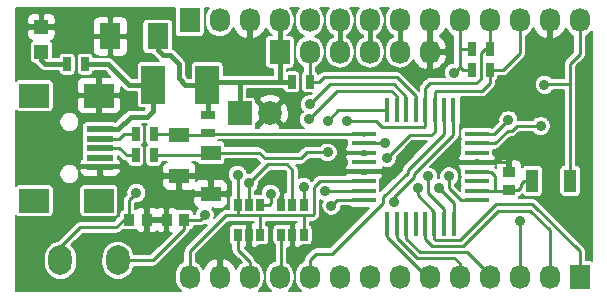
<source format=gtl>
%FSLAX34Y34*%
G04 Gerber Fmt 3.4, Leading zero omitted, Abs format*
G04 (created by PCBNEW (2014-03-19 BZR 4756)-product) date Čt 31. červenec 2014, 15:28:38 CEST*
%MOIN*%
G01*
G70*
G90*
G04 APERTURE LIST*
%ADD10C,0.005906*%
%ADD11R,0.090600X0.019700*%
%ADD12R,0.098400X0.078700*%
%ADD13R,0.035400X0.039400*%
%ADD14R,0.039400X0.035400*%
%ADD15R,0.078700X0.078700*%
%ADD16C,0.078700*%
%ADD17R,0.078740X0.125984*%
%ADD18R,0.078700X0.017700*%
%ADD19R,0.017700X0.078700*%
%ADD20R,0.039400X0.074800*%
%ADD21R,0.025000X0.045000*%
%ADD22R,0.045000X0.025000*%
%ADD23R,0.027600X0.039400*%
%ADD24O,0.078700X0.098400*%
%ADD25R,0.066900X0.051200*%
%ADD26R,0.070900X0.086600*%
%ADD27R,0.068000X0.080000*%
%ADD28O,0.068000X0.080000*%
%ADD29R,0.047200X0.047200*%
%ADD30C,0.035000*%
%ADD31C,0.010000*%
%ADD32C,0.015748*%
%ADD33C,0.007874*%
G04 APERTURE END LIST*
G54D10*
G54D11*
X49880Y-36258D03*
X49880Y-36573D03*
X49880Y-36888D03*
X49880Y-37203D03*
X49880Y-37518D03*
G54D12*
X49841Y-35136D03*
X47676Y-35136D03*
X49841Y-38640D03*
X47676Y-38640D03*
G54D13*
X50843Y-39281D03*
X51435Y-39281D03*
X52685Y-39281D03*
X52093Y-39281D03*
G54D14*
X63514Y-38277D03*
X63514Y-37685D03*
G54D15*
X54539Y-35731D03*
G54D16*
X55539Y-35731D03*
G54D17*
X53445Y-34781D03*
X51645Y-34781D03*
G54D18*
X58668Y-38624D03*
X58668Y-38309D03*
X58668Y-37994D03*
X58668Y-37679D03*
X58668Y-37364D03*
X58668Y-37049D03*
X58668Y-36734D03*
X58668Y-36419D03*
X62434Y-36421D03*
X62434Y-38631D03*
X62434Y-38311D03*
X62434Y-37991D03*
X62434Y-37681D03*
X62434Y-37361D03*
X62434Y-37051D03*
X62434Y-36731D03*
G54D19*
X59452Y-35631D03*
X59766Y-35631D03*
X60082Y-35631D03*
X60396Y-35631D03*
X60712Y-35631D03*
X61026Y-35631D03*
X61342Y-35631D03*
X61656Y-35631D03*
X59454Y-39411D03*
X59764Y-39411D03*
X60084Y-39411D03*
X60394Y-39411D03*
X60704Y-39411D03*
X61024Y-39411D03*
X61344Y-39411D03*
X61664Y-39411D03*
G54D20*
X64284Y-37981D03*
X65544Y-37981D03*
G54D21*
X56264Y-34681D03*
X56864Y-34681D03*
X51664Y-37131D03*
X51064Y-37131D03*
X51664Y-36431D03*
X51064Y-36431D03*
G54D22*
X53470Y-35800D03*
X53470Y-36400D03*
G54D21*
X62264Y-33581D03*
X62864Y-33581D03*
X62264Y-34281D03*
X62864Y-34281D03*
G54D23*
X55914Y-38781D03*
X56289Y-38781D03*
X56664Y-38781D03*
X56664Y-39781D03*
X56289Y-39781D03*
X55914Y-39781D03*
X54464Y-38781D03*
X54839Y-38781D03*
X55214Y-38781D03*
X55214Y-39781D03*
X54839Y-39781D03*
X54464Y-39781D03*
G54D24*
X48553Y-40631D03*
X50475Y-40631D03*
G54D25*
X52514Y-37820D03*
X52514Y-36442D03*
G54D26*
X50220Y-33167D03*
X51800Y-33167D03*
G54D25*
X53564Y-38420D03*
X53564Y-37042D03*
G54D27*
X55864Y-33681D03*
G54D28*
X56864Y-33681D03*
X57864Y-33681D03*
X58864Y-33681D03*
X59864Y-33681D03*
X60864Y-33681D03*
G54D27*
X52864Y-32631D03*
G54D28*
X53864Y-32631D03*
X54864Y-32631D03*
X55864Y-32631D03*
X56864Y-32631D03*
X57864Y-32631D03*
X58864Y-32631D03*
X59864Y-32631D03*
X60864Y-32631D03*
X61864Y-32631D03*
X62864Y-32631D03*
X63864Y-32631D03*
X64864Y-32631D03*
X65864Y-32631D03*
G54D27*
X65864Y-41181D03*
G54D28*
X64864Y-41181D03*
X63864Y-41181D03*
X62864Y-41181D03*
X61864Y-41181D03*
X60864Y-41181D03*
X59864Y-41181D03*
X58864Y-41181D03*
X57864Y-41181D03*
X56864Y-41181D03*
X55864Y-41181D03*
X54864Y-41181D03*
X53864Y-41181D03*
X52864Y-41181D03*
G54D29*
X47919Y-32852D03*
X47919Y-33678D03*
G54D21*
X49381Y-34092D03*
X48781Y-34092D03*
G54D30*
X57364Y-38331D03*
X51089Y-38381D03*
X48274Y-36907D03*
X52486Y-38797D03*
X49022Y-33167D03*
X51403Y-37812D03*
X62525Y-35647D03*
X64592Y-33974D03*
X53864Y-40273D03*
X55364Y-40381D03*
X55539Y-36756D03*
X54914Y-37381D03*
X55614Y-37831D03*
X57486Y-39584D03*
X57589Y-38806D03*
X53364Y-39131D03*
X64691Y-34781D03*
X61664Y-34381D03*
X54464Y-37781D03*
X57464Y-35981D03*
X57464Y-37031D03*
X63864Y-39331D03*
X59364Y-36731D03*
X63489Y-35956D03*
X61514Y-37831D03*
X64564Y-36156D03*
X56839Y-35931D03*
X56864Y-35431D03*
X54839Y-38056D03*
X58096Y-36001D03*
X59435Y-37222D03*
X56664Y-38181D03*
X55564Y-38406D03*
X59671Y-38698D03*
X60464Y-38231D03*
X60814Y-37831D03*
X61164Y-38231D03*
G54D31*
X50843Y-39281D02*
X50664Y-39281D01*
X49214Y-39531D02*
X48553Y-40192D01*
X50414Y-39531D02*
X49214Y-39531D01*
X50664Y-39281D02*
X50414Y-39531D01*
X48553Y-40192D02*
X48553Y-40631D01*
X50843Y-39281D02*
X50843Y-38627D01*
X57386Y-38309D02*
X58668Y-38309D01*
X57364Y-38331D02*
X57386Y-38309D01*
X50843Y-38627D02*
X51089Y-38381D01*
X48274Y-36907D02*
X48274Y-36887D01*
X53564Y-38420D02*
X52764Y-38420D01*
X52486Y-38698D02*
X52486Y-38797D01*
X52764Y-38420D02*
X52486Y-38698D01*
X50220Y-33167D02*
X49024Y-33164D01*
X49024Y-33164D02*
X49022Y-33167D01*
X52514Y-37820D02*
X51411Y-37820D01*
X51411Y-37820D02*
X51403Y-37812D01*
X54839Y-39456D02*
X54764Y-39381D01*
X54764Y-39381D02*
X54214Y-39381D01*
X54214Y-39381D02*
X53864Y-39731D01*
X54839Y-39781D02*
X54839Y-39456D01*
X53864Y-40273D02*
X53864Y-39731D01*
X53864Y-40273D02*
X53864Y-40273D01*
X58014Y-37049D02*
X57864Y-37049D01*
X55564Y-36781D02*
X55539Y-36756D01*
X55564Y-36781D02*
X56514Y-36781D01*
X56514Y-36781D02*
X56664Y-36690D01*
X56664Y-36690D02*
X57664Y-36690D01*
X57664Y-36690D02*
X57864Y-36831D01*
X57864Y-37049D02*
X57864Y-36831D01*
X57864Y-37531D02*
X57864Y-37049D01*
X58012Y-37679D02*
X57864Y-37531D01*
X58668Y-37679D02*
X58012Y-37679D01*
X57996Y-37049D02*
X58014Y-37049D01*
X58014Y-37049D02*
X58668Y-37049D01*
X55914Y-38781D02*
X55914Y-38131D01*
X55914Y-38131D02*
X55614Y-37831D01*
X54839Y-39781D02*
X54839Y-40106D01*
X56289Y-39456D02*
X56289Y-39781D01*
X56214Y-39381D02*
X56289Y-39456D01*
X55664Y-39381D02*
X56214Y-39381D01*
X55564Y-39481D02*
X55664Y-39381D01*
X55564Y-40181D02*
X55564Y-39481D01*
X55414Y-40331D02*
X55364Y-40381D01*
X55364Y-40381D02*
X55564Y-40181D01*
X55064Y-40331D02*
X55414Y-40331D01*
X54839Y-40106D02*
X55064Y-40331D01*
X62434Y-37361D02*
X63394Y-37361D01*
X63514Y-37481D02*
X63514Y-37685D01*
X63394Y-37361D02*
X63514Y-37481D01*
X51435Y-39281D02*
X52093Y-39281D01*
X56289Y-40258D02*
X56364Y-40332D01*
X56364Y-40332D02*
X56738Y-40332D01*
X56738Y-40332D02*
X57486Y-39584D01*
X56289Y-39781D02*
X56289Y-40258D01*
X52685Y-39281D02*
X52685Y-39585D01*
X51639Y-40631D02*
X50475Y-40631D01*
X52685Y-39585D02*
X51639Y-40631D01*
X52685Y-39281D02*
X53214Y-39281D01*
X57771Y-38624D02*
X58668Y-38624D01*
X57589Y-38806D02*
X57771Y-38624D01*
X53214Y-39281D02*
X53364Y-39131D01*
X62434Y-37681D02*
X62906Y-37681D01*
X63057Y-37832D02*
X63057Y-38311D01*
X62906Y-37681D02*
X63057Y-37832D01*
X62434Y-38311D02*
X63057Y-38311D01*
X63057Y-38311D02*
X63480Y-38311D01*
X63480Y-38311D02*
X63514Y-38277D01*
X63514Y-38277D02*
X63818Y-38277D01*
X64014Y-37981D02*
X64284Y-37981D01*
X63914Y-38081D02*
X64014Y-37981D01*
X63914Y-38181D02*
X63914Y-38081D01*
X63818Y-38277D02*
X63914Y-38181D01*
X65544Y-37981D02*
X65544Y-34756D01*
X54464Y-39131D02*
X54064Y-39131D01*
X52864Y-40331D02*
X52864Y-41181D01*
X54064Y-39131D02*
X52864Y-40331D01*
X56664Y-39131D02*
X56664Y-39781D01*
X55214Y-39131D02*
X56664Y-39131D01*
X56664Y-39131D02*
X56964Y-39131D01*
X57201Y-37994D02*
X58668Y-37994D01*
X57014Y-38181D02*
X57201Y-37994D01*
X57014Y-39081D02*
X57014Y-38181D01*
X56964Y-39131D02*
X57014Y-39081D01*
X62264Y-33581D02*
X61864Y-33581D01*
X61864Y-34181D02*
X61864Y-33581D01*
X61864Y-33581D02*
X61864Y-32631D01*
X61864Y-34181D02*
X61664Y-34381D01*
X64716Y-34756D02*
X65544Y-34756D01*
X64691Y-34781D02*
X64716Y-34756D01*
X65544Y-34756D02*
X65544Y-34076D01*
X65544Y-34076D02*
X65864Y-33756D01*
X65864Y-33756D02*
X65864Y-32631D01*
G54D32*
X55864Y-33681D02*
X55864Y-32631D01*
X55864Y-33681D02*
X55864Y-34681D01*
X55872Y-34681D02*
X56264Y-34681D01*
X55864Y-34681D02*
X55872Y-34681D01*
X55864Y-33681D02*
X55814Y-33681D01*
G54D31*
X54464Y-37781D02*
X54464Y-38781D01*
X55214Y-39781D02*
X55214Y-39131D01*
X54464Y-38781D02*
X54464Y-39131D01*
X54464Y-39131D02*
X55214Y-39131D01*
X61964Y-34281D02*
X62264Y-34281D01*
X61864Y-34181D02*
X61964Y-34281D01*
G54D32*
X53364Y-34631D02*
X53164Y-34431D01*
X51800Y-33622D02*
X51974Y-33797D01*
X51974Y-33797D02*
X52211Y-33797D01*
X52211Y-33797D02*
X52506Y-34092D01*
X52506Y-34092D02*
X52506Y-34564D01*
X52506Y-34564D02*
X52722Y-34781D01*
X52722Y-34781D02*
X53445Y-34781D01*
X51800Y-33167D02*
X51800Y-33622D01*
X53545Y-34681D02*
X53445Y-34781D01*
X54539Y-34681D02*
X53545Y-34681D01*
X55872Y-34681D02*
X54539Y-34681D01*
X54539Y-35731D02*
X54539Y-34681D01*
X53445Y-35775D02*
X53470Y-35800D01*
X53470Y-34806D02*
X53445Y-34781D01*
X53470Y-35800D02*
X53470Y-34806D01*
G54D31*
X58645Y-36442D02*
X58668Y-36419D01*
X51664Y-36431D02*
X52503Y-36431D01*
X52503Y-36431D02*
X52514Y-36442D01*
X53428Y-36442D02*
X53470Y-36400D01*
X52514Y-36442D02*
X53428Y-36442D01*
X53489Y-36419D02*
X53470Y-36400D01*
X58668Y-36419D02*
X53489Y-36419D01*
X57464Y-37031D02*
X56764Y-37031D01*
X55175Y-37042D02*
X53564Y-37042D01*
X55364Y-37231D02*
X55175Y-37042D01*
X56564Y-37231D02*
X55364Y-37231D01*
X56764Y-37031D02*
X56564Y-37231D01*
X57814Y-35631D02*
X59452Y-35631D01*
X57464Y-35981D02*
X57814Y-35631D01*
X51664Y-37131D02*
X53475Y-37131D01*
X53475Y-37131D02*
X53564Y-37042D01*
G54D32*
X50488Y-36248D02*
X50892Y-35844D01*
X50892Y-35844D02*
X51443Y-35844D01*
X51443Y-35844D02*
X51645Y-35642D01*
X51645Y-35642D02*
X51645Y-34781D01*
X49880Y-36258D02*
X50488Y-36258D01*
X50488Y-36258D02*
X50488Y-36248D01*
X50144Y-34092D02*
X50833Y-34781D01*
X50833Y-34781D02*
X51645Y-34781D01*
X49381Y-34092D02*
X50144Y-34092D01*
G54D31*
X63864Y-41181D02*
X63864Y-39331D01*
X59364Y-36731D02*
X59361Y-36734D01*
X59361Y-36734D02*
X58668Y-36734D01*
X63024Y-36421D02*
X62434Y-36421D01*
X63489Y-35956D02*
X63024Y-36421D01*
X61914Y-38631D02*
X62434Y-38631D01*
X61514Y-38231D02*
X61914Y-38631D01*
X61514Y-37831D02*
X61514Y-38231D01*
G54D32*
X59864Y-32631D02*
X59864Y-33681D01*
G54D31*
X64564Y-36156D02*
X63764Y-36156D01*
X63461Y-36310D02*
X63039Y-36731D01*
X63611Y-36310D02*
X63461Y-36310D01*
X63764Y-36156D02*
X63611Y-36310D01*
X63039Y-36731D02*
X62434Y-36731D01*
X59766Y-35631D02*
X59766Y-35158D01*
X57789Y-34981D02*
X56839Y-35931D01*
X59589Y-34981D02*
X57789Y-34981D01*
X59766Y-35158D02*
X59589Y-34981D01*
X60082Y-35631D02*
X60082Y-35174D01*
X57539Y-34756D02*
X56864Y-35431D01*
X59664Y-34756D02*
X57539Y-34756D01*
X60082Y-35174D02*
X59664Y-34756D01*
X60396Y-35631D02*
X60396Y-35163D01*
X57189Y-34681D02*
X56864Y-34681D01*
X57339Y-34531D02*
X57189Y-34681D01*
X59764Y-34531D02*
X57339Y-34531D01*
X60396Y-35163D02*
X59764Y-34531D01*
X56864Y-33681D02*
X56864Y-34681D01*
X60712Y-36158D02*
X60712Y-35631D01*
X60672Y-36198D02*
X60712Y-36158D01*
X59277Y-36198D02*
X60672Y-36198D01*
X59081Y-36001D02*
X59277Y-36198D01*
X58096Y-36001D02*
X59081Y-36001D01*
X56289Y-38781D02*
X56289Y-37606D01*
X55464Y-37431D02*
X54839Y-38056D01*
X56114Y-37431D02*
X55464Y-37431D01*
X56289Y-37606D02*
X56114Y-37431D01*
X54839Y-38056D02*
X54839Y-38781D01*
X62864Y-33581D02*
X62714Y-33581D01*
X62714Y-33581D02*
X62564Y-33731D01*
X62564Y-33731D02*
X62564Y-34581D01*
X62564Y-34581D02*
X62414Y-34731D01*
X62414Y-34731D02*
X60864Y-34731D01*
X60864Y-34731D02*
X60712Y-34883D01*
X60712Y-34883D02*
X60712Y-35631D01*
X62864Y-32631D02*
X62864Y-33581D01*
X61026Y-36344D02*
X61026Y-35631D01*
X60916Y-36454D02*
X61026Y-36344D01*
X60203Y-36454D02*
X60916Y-36454D01*
X59435Y-37222D02*
X60203Y-36454D01*
X56664Y-38781D02*
X56664Y-38181D01*
X55514Y-38781D02*
X55214Y-38781D01*
X55564Y-38731D02*
X55514Y-38781D01*
X55564Y-38406D02*
X55564Y-38731D01*
X61026Y-35631D02*
X61026Y-35019D01*
X61026Y-35019D02*
X61064Y-34981D01*
X61064Y-34981D02*
X62614Y-34981D01*
X62614Y-34981D02*
X62864Y-34731D01*
X62864Y-34731D02*
X62864Y-34281D01*
X63864Y-32631D02*
X63864Y-33731D01*
X63314Y-34281D02*
X62864Y-34281D01*
X63864Y-33731D02*
X63314Y-34281D01*
X60139Y-37706D02*
X59314Y-38531D01*
X61342Y-35631D02*
X61342Y-36403D01*
X56864Y-40631D02*
X56864Y-41181D01*
X57089Y-40406D02*
X56864Y-40631D01*
X57614Y-40406D02*
X57089Y-40406D01*
X59314Y-38706D02*
X57614Y-40406D01*
X59314Y-38531D02*
X59314Y-38706D01*
X60139Y-37606D02*
X60139Y-37706D01*
X61342Y-36403D02*
X60139Y-37606D01*
X61656Y-35631D02*
X61656Y-36439D01*
X59671Y-38523D02*
X59671Y-38698D01*
X60339Y-37856D02*
X59671Y-38523D01*
X60339Y-37756D02*
X60339Y-37856D01*
X61656Y-36439D02*
X60339Y-37756D01*
X60084Y-39411D02*
X60084Y-39904D01*
X60084Y-39904D02*
X60534Y-40355D01*
X60534Y-40355D02*
X62098Y-40355D01*
X62098Y-40355D02*
X62864Y-41121D01*
X62864Y-41121D02*
X62864Y-41181D01*
X59764Y-39411D02*
X59764Y-39881D01*
X61864Y-40731D02*
X61864Y-41181D01*
X61689Y-40556D02*
X61864Y-40731D01*
X60439Y-40556D02*
X61689Y-40556D01*
X59764Y-39881D02*
X60439Y-40556D01*
X59454Y-39411D02*
X59454Y-39854D01*
X59454Y-39854D02*
X60782Y-41181D01*
X60782Y-41181D02*
X60864Y-41181D01*
X60954Y-40155D02*
X61966Y-40155D01*
X60704Y-39411D02*
X60704Y-39904D01*
X60954Y-40155D02*
X60704Y-39904D01*
X64864Y-39631D02*
X64864Y-41181D01*
X64214Y-38981D02*
X64864Y-39631D01*
X63139Y-38981D02*
X64214Y-38981D01*
X61966Y-40155D02*
X63139Y-38981D01*
X64864Y-41181D02*
X64864Y-41121D01*
X61063Y-39954D02*
X61883Y-39954D01*
X65864Y-41181D02*
X65864Y-40331D01*
X61063Y-39954D02*
X61024Y-39916D01*
X61024Y-39916D02*
X61024Y-39411D01*
X64289Y-38756D02*
X65864Y-40331D01*
X63082Y-38756D02*
X64289Y-38756D01*
X61883Y-39954D02*
X63082Y-38756D01*
X61024Y-39016D02*
X61024Y-39411D01*
X60464Y-38456D02*
X61024Y-39016D01*
X60464Y-38231D02*
X60464Y-38456D01*
X61344Y-38911D02*
X60814Y-38381D01*
X61344Y-38911D02*
X61344Y-39411D01*
X60814Y-38381D02*
X60814Y-37831D01*
G54D32*
X57864Y-32631D02*
X57864Y-33681D01*
G54D31*
X61664Y-38731D02*
X61164Y-38231D01*
X61664Y-39411D02*
X61664Y-38731D01*
G54D32*
X58864Y-32631D02*
X58864Y-33681D01*
G54D31*
X49880Y-36573D02*
X50523Y-36573D01*
X50664Y-36431D02*
X51064Y-36431D01*
X50523Y-36573D02*
X50664Y-36431D01*
X49880Y-36888D02*
X50521Y-36888D01*
X50764Y-37131D02*
X51064Y-37131D01*
X50521Y-36888D02*
X50764Y-37131D01*
X55914Y-39781D02*
X55914Y-41131D01*
X55914Y-41131D02*
X55864Y-41181D01*
X54464Y-39781D02*
X54464Y-40281D01*
X54864Y-40681D02*
X54864Y-41181D01*
X54464Y-40281D02*
X54864Y-40681D01*
G54D32*
X47919Y-33954D02*
X48057Y-34092D01*
X48057Y-34092D02*
X48781Y-34092D01*
X47919Y-33678D02*
X47919Y-33954D01*
G54D10*
G36*
X55628Y-34445D02*
X54539Y-34445D01*
X53996Y-34445D01*
X53996Y-34136D01*
X53990Y-34105D01*
X53978Y-34076D01*
X53961Y-34051D01*
X53939Y-34029D01*
X53913Y-34012D01*
X53885Y-34000D01*
X53854Y-33994D01*
X53823Y-33994D01*
X53036Y-33994D01*
X53006Y-34000D01*
X52977Y-34012D01*
X52951Y-34029D01*
X52929Y-34051D01*
X52912Y-34076D01*
X52900Y-34105D01*
X52894Y-34136D01*
X52894Y-34167D01*
X52894Y-34545D01*
X52820Y-34545D01*
X52742Y-34467D01*
X52742Y-34092D01*
X52740Y-34070D01*
X52738Y-34049D01*
X52738Y-34047D01*
X52738Y-34046D01*
X52731Y-34025D01*
X52725Y-34004D01*
X52725Y-34003D01*
X52724Y-34002D01*
X52714Y-33983D01*
X52704Y-33963D01*
X52703Y-33962D01*
X52703Y-33961D01*
X52689Y-33944D01*
X52675Y-33927D01*
X52673Y-33926D01*
X52673Y-33926D01*
X52673Y-33926D01*
X52673Y-33925D01*
X52378Y-33630D01*
X52361Y-33616D01*
X52344Y-33602D01*
X52343Y-33601D01*
X52342Y-33600D01*
X52323Y-33590D01*
X52312Y-33584D01*
X52312Y-32718D01*
X52306Y-32688D01*
X52294Y-32659D01*
X52277Y-32633D01*
X52255Y-32611D01*
X52229Y-32594D01*
X52200Y-32582D01*
X52170Y-32576D01*
X52139Y-32576D01*
X51430Y-32576D01*
X51399Y-32582D01*
X51371Y-32594D01*
X51345Y-32612D01*
X51323Y-32633D01*
X51306Y-32659D01*
X51294Y-32688D01*
X51288Y-32718D01*
X51288Y-32749D01*
X51288Y-33615D01*
X51294Y-33646D01*
X51306Y-33674D01*
X51323Y-33700D01*
X51345Y-33722D01*
X51371Y-33739D01*
X51399Y-33751D01*
X51430Y-33757D01*
X51461Y-33757D01*
X51607Y-33757D01*
X51617Y-33770D01*
X51630Y-33787D01*
X51632Y-33789D01*
X51632Y-33789D01*
X51632Y-33789D01*
X51633Y-33789D01*
X51807Y-33964D01*
X51824Y-33978D01*
X51841Y-33992D01*
X51842Y-33992D01*
X51843Y-33993D01*
X51844Y-33994D01*
X51236Y-33994D01*
X51206Y-34000D01*
X51177Y-34012D01*
X51151Y-34029D01*
X51129Y-34051D01*
X51112Y-34076D01*
X51100Y-34105D01*
X51094Y-34136D01*
X51094Y-34167D01*
X51094Y-34545D01*
X50930Y-34545D01*
X50814Y-34428D01*
X50814Y-33623D01*
X50814Y-33576D01*
X50814Y-33287D01*
X50814Y-33046D01*
X50814Y-32757D01*
X50814Y-32710D01*
X50804Y-32664D01*
X50786Y-32620D01*
X50760Y-32581D01*
X50727Y-32548D01*
X50688Y-32522D01*
X50644Y-32504D01*
X50598Y-32494D01*
X50340Y-32494D01*
X50280Y-32554D01*
X50280Y-33106D01*
X50754Y-33106D01*
X50814Y-33046D01*
X50814Y-33287D01*
X50754Y-33227D01*
X50280Y-33227D01*
X50280Y-33779D01*
X50340Y-33839D01*
X50598Y-33839D01*
X50644Y-33830D01*
X50688Y-33812D01*
X50727Y-33786D01*
X50760Y-33752D01*
X50786Y-33713D01*
X50804Y-33670D01*
X50814Y-33623D01*
X50814Y-34428D01*
X50311Y-33925D01*
X50294Y-33911D01*
X50277Y-33897D01*
X50276Y-33897D01*
X50275Y-33896D01*
X50256Y-33885D01*
X50237Y-33875D01*
X50235Y-33875D01*
X50234Y-33874D01*
X50214Y-33868D01*
X50193Y-33861D01*
X50191Y-33861D01*
X50190Y-33860D01*
X50169Y-33858D01*
X50159Y-33857D01*
X50159Y-33779D01*
X50159Y-33227D01*
X50159Y-33106D01*
X50159Y-32554D01*
X50099Y-32494D01*
X49842Y-32494D01*
X49795Y-32504D01*
X49752Y-32522D01*
X49713Y-32548D01*
X49679Y-32581D01*
X49653Y-32620D01*
X49635Y-32664D01*
X49626Y-32710D01*
X49626Y-32757D01*
X49626Y-33046D01*
X49686Y-33106D01*
X50159Y-33106D01*
X50159Y-33227D01*
X49686Y-33227D01*
X49626Y-33287D01*
X49626Y-33576D01*
X49626Y-33623D01*
X49635Y-33670D01*
X49653Y-33713D01*
X49679Y-33752D01*
X49713Y-33786D01*
X49752Y-33812D01*
X49795Y-33830D01*
X49842Y-33839D01*
X50099Y-33839D01*
X50159Y-33779D01*
X50159Y-33857D01*
X50147Y-33856D01*
X50144Y-33856D01*
X50144Y-33856D01*
X50144Y-33856D01*
X50144Y-33856D01*
X49663Y-33856D01*
X49663Y-33852D01*
X49657Y-33821D01*
X49645Y-33792D01*
X49628Y-33767D01*
X49606Y-33745D01*
X49580Y-33727D01*
X49552Y-33716D01*
X49521Y-33710D01*
X49490Y-33710D01*
X49240Y-33710D01*
X49210Y-33716D01*
X49181Y-33727D01*
X49155Y-33745D01*
X49133Y-33767D01*
X49116Y-33792D01*
X49104Y-33821D01*
X49098Y-33852D01*
X49098Y-33883D01*
X49098Y-34333D01*
X49104Y-34363D01*
X49116Y-34392D01*
X49133Y-34417D01*
X49155Y-34439D01*
X49181Y-34457D01*
X49210Y-34468D01*
X49240Y-34475D01*
X49271Y-34475D01*
X49521Y-34475D01*
X49552Y-34468D01*
X49580Y-34457D01*
X49606Y-34439D01*
X49628Y-34417D01*
X49645Y-34392D01*
X49657Y-34363D01*
X49663Y-34333D01*
X49663Y-34328D01*
X50046Y-34328D01*
X50220Y-34503D01*
X49961Y-34503D01*
X49901Y-34563D01*
X49901Y-35075D01*
X50512Y-35075D01*
X50572Y-35015D01*
X50572Y-34854D01*
X50666Y-34948D01*
X50682Y-34962D01*
X50699Y-34976D01*
X50700Y-34977D01*
X50701Y-34977D01*
X50720Y-34988D01*
X50740Y-34998D01*
X50741Y-34998D01*
X50742Y-34999D01*
X50763Y-35005D01*
X50783Y-35012D01*
X50785Y-35012D01*
X50786Y-35013D01*
X50808Y-35015D01*
X50829Y-35017D01*
X50832Y-35017D01*
X50832Y-35017D01*
X50832Y-35017D01*
X50833Y-35017D01*
X51094Y-35017D01*
X51094Y-35426D01*
X51100Y-35457D01*
X51112Y-35486D01*
X51129Y-35511D01*
X51151Y-35533D01*
X51177Y-35550D01*
X51206Y-35562D01*
X51236Y-35568D01*
X51267Y-35568D01*
X51384Y-35568D01*
X51345Y-35608D01*
X50892Y-35608D01*
X50870Y-35610D01*
X50848Y-35612D01*
X50847Y-35612D01*
X50846Y-35612D01*
X50825Y-35619D01*
X50804Y-35625D01*
X50803Y-35625D01*
X50802Y-35626D01*
X50782Y-35636D01*
X50763Y-35646D01*
X50762Y-35647D01*
X50761Y-35647D01*
X50744Y-35661D01*
X50727Y-35675D01*
X50725Y-35676D01*
X50725Y-35676D01*
X50725Y-35676D01*
X50725Y-35677D01*
X50572Y-35830D01*
X50572Y-35553D01*
X50572Y-35506D01*
X50572Y-35256D01*
X50512Y-35196D01*
X49901Y-35196D01*
X49901Y-35709D01*
X49961Y-35769D01*
X50356Y-35769D01*
X50402Y-35759D01*
X50446Y-35741D01*
X50485Y-35715D01*
X50518Y-35682D01*
X50545Y-35643D01*
X50563Y-35599D01*
X50572Y-35553D01*
X50572Y-35830D01*
X50389Y-36012D01*
X50378Y-36008D01*
X50348Y-36002D01*
X50317Y-36002D01*
X49780Y-36002D01*
X49780Y-35709D01*
X49780Y-35196D01*
X49780Y-35075D01*
X49780Y-34563D01*
X49720Y-34503D01*
X49325Y-34503D01*
X49279Y-34512D01*
X49235Y-34530D01*
X49196Y-34556D01*
X49163Y-34590D01*
X49136Y-34629D01*
X49118Y-34672D01*
X49109Y-34719D01*
X49109Y-34766D01*
X49109Y-35015D01*
X49169Y-35075D01*
X49780Y-35075D01*
X49780Y-35196D01*
X49169Y-35196D01*
X49109Y-35256D01*
X49109Y-35506D01*
X49109Y-35553D01*
X49118Y-35599D01*
X49136Y-35643D01*
X49163Y-35682D01*
X49196Y-35715D01*
X49235Y-35741D01*
X49279Y-35759D01*
X49325Y-35769D01*
X49720Y-35769D01*
X49780Y-35709D01*
X49780Y-36002D01*
X49411Y-36002D01*
X49381Y-36008D01*
X49352Y-36020D01*
X49326Y-36037D01*
X49304Y-36059D01*
X49287Y-36085D01*
X49275Y-36113D01*
X49269Y-36144D01*
X49269Y-36175D01*
X49269Y-36372D01*
X49275Y-36402D01*
X49281Y-36415D01*
X49275Y-36428D01*
X49269Y-36459D01*
X49269Y-36490D01*
X49269Y-36687D01*
X49275Y-36717D01*
X49281Y-36730D01*
X49275Y-36743D01*
X49269Y-36774D01*
X49269Y-36805D01*
X49269Y-37002D01*
X49275Y-37032D01*
X49281Y-37045D01*
X49275Y-37058D01*
X49269Y-37089D01*
X49269Y-37120D01*
X49269Y-37238D01*
X49241Y-37267D01*
X49214Y-37306D01*
X49196Y-37349D01*
X49191Y-37376D01*
X49191Y-35989D01*
X49178Y-35925D01*
X49153Y-35864D01*
X49117Y-35809D01*
X49071Y-35763D01*
X49063Y-35758D01*
X49063Y-34333D01*
X49063Y-34302D01*
X49063Y-33852D01*
X49057Y-33821D01*
X49045Y-33792D01*
X49028Y-33767D01*
X49006Y-33745D01*
X48980Y-33727D01*
X48952Y-33716D01*
X48921Y-33710D01*
X48890Y-33710D01*
X48640Y-33710D01*
X48610Y-33716D01*
X48581Y-33727D01*
X48555Y-33745D01*
X48533Y-33767D01*
X48516Y-33792D01*
X48504Y-33821D01*
X48498Y-33852D01*
X48498Y-33856D01*
X48313Y-33856D01*
X48313Y-33427D01*
X48307Y-33396D01*
X48295Y-33368D01*
X48278Y-33342D01*
X48256Y-33320D01*
X48242Y-33311D01*
X48269Y-33300D01*
X48308Y-33274D01*
X48341Y-33241D01*
X48367Y-33202D01*
X48385Y-33158D01*
X48395Y-33112D01*
X48395Y-32973D01*
X48395Y-32732D01*
X48395Y-32593D01*
X48385Y-32546D01*
X48367Y-32503D01*
X48341Y-32464D01*
X48308Y-32430D01*
X48269Y-32404D01*
X48225Y-32386D01*
X48179Y-32377D01*
X48132Y-32377D01*
X48040Y-32377D01*
X47980Y-32437D01*
X47980Y-32792D01*
X48335Y-32792D01*
X48395Y-32732D01*
X48395Y-32973D01*
X48335Y-32913D01*
X47980Y-32913D01*
X47980Y-32921D01*
X47859Y-32921D01*
X47859Y-32913D01*
X47859Y-32792D01*
X47859Y-32437D01*
X47799Y-32377D01*
X47707Y-32377D01*
X47660Y-32377D01*
X47613Y-32386D01*
X47570Y-32404D01*
X47531Y-32430D01*
X47497Y-32464D01*
X47471Y-32503D01*
X47453Y-32546D01*
X47444Y-32593D01*
X47444Y-32732D01*
X47504Y-32792D01*
X47859Y-32792D01*
X47859Y-32913D01*
X47504Y-32913D01*
X47444Y-32973D01*
X47444Y-33112D01*
X47453Y-33158D01*
X47471Y-33202D01*
X47497Y-33241D01*
X47531Y-33274D01*
X47570Y-33300D01*
X47596Y-33311D01*
X47583Y-33320D01*
X47561Y-33342D01*
X47544Y-33368D01*
X47532Y-33396D01*
X47526Y-33427D01*
X47526Y-33458D01*
X47526Y-33930D01*
X47532Y-33960D01*
X47544Y-33989D01*
X47561Y-34015D01*
X47583Y-34037D01*
X47609Y-34054D01*
X47637Y-34066D01*
X47668Y-34072D01*
X47699Y-34072D01*
X47715Y-34072D01*
X47721Y-34083D01*
X47722Y-34084D01*
X47722Y-34085D01*
X47736Y-34102D01*
X47750Y-34119D01*
X47752Y-34121D01*
X47752Y-34121D01*
X47752Y-34121D01*
X47752Y-34121D01*
X47890Y-34259D01*
X47907Y-34273D01*
X47924Y-34287D01*
X47925Y-34288D01*
X47926Y-34288D01*
X47945Y-34299D01*
X47964Y-34309D01*
X47965Y-34310D01*
X47966Y-34310D01*
X47987Y-34316D01*
X48008Y-34323D01*
X48009Y-34323D01*
X48010Y-34324D01*
X48032Y-34326D01*
X48054Y-34328D01*
X48056Y-34328D01*
X48056Y-34328D01*
X48056Y-34328D01*
X48057Y-34328D01*
X48498Y-34328D01*
X48498Y-34333D01*
X48504Y-34363D01*
X48516Y-34392D01*
X48533Y-34417D01*
X48555Y-34439D01*
X48581Y-34457D01*
X48610Y-34468D01*
X48640Y-34475D01*
X48671Y-34475D01*
X48921Y-34475D01*
X48952Y-34468D01*
X48980Y-34457D01*
X49006Y-34439D01*
X49028Y-34417D01*
X49045Y-34392D01*
X49057Y-34363D01*
X49063Y-34333D01*
X49063Y-35758D01*
X49016Y-35726D01*
X48956Y-35701D01*
X48892Y-35687D01*
X48826Y-35687D01*
X48762Y-35699D01*
X48701Y-35724D01*
X48646Y-35760D01*
X48599Y-35806D01*
X48562Y-35860D01*
X48536Y-35920D01*
X48523Y-35984D01*
X48522Y-36050D01*
X48533Y-36114D01*
X48558Y-36175D01*
X48593Y-36230D01*
X48639Y-36278D01*
X48693Y-36315D01*
X48753Y-36341D01*
X48817Y-36355D01*
X48882Y-36357D01*
X48947Y-36345D01*
X49008Y-36322D01*
X49063Y-36287D01*
X49111Y-36241D01*
X49149Y-36188D01*
X49175Y-36128D01*
X49190Y-36064D01*
X49191Y-35989D01*
X49191Y-37376D01*
X49187Y-37396D01*
X49187Y-37409D01*
X49247Y-37468D01*
X49819Y-37468D01*
X49819Y-37459D01*
X49940Y-37459D01*
X49940Y-37468D01*
X50512Y-37468D01*
X50572Y-37409D01*
X50572Y-37396D01*
X50563Y-37349D01*
X50545Y-37306D01*
X50518Y-37267D01*
X50490Y-37238D01*
X50490Y-37150D01*
X50618Y-37278D01*
X50633Y-37290D01*
X50647Y-37302D01*
X50648Y-37303D01*
X50649Y-37303D01*
X50666Y-37312D01*
X50683Y-37322D01*
X50684Y-37322D01*
X50685Y-37323D01*
X50703Y-37328D01*
X50721Y-37334D01*
X50722Y-37334D01*
X50723Y-37334D01*
X50742Y-37336D01*
X50762Y-37338D01*
X50764Y-37338D01*
X50764Y-37338D01*
X50764Y-37338D01*
X50764Y-37338D01*
X50782Y-37338D01*
X50782Y-37372D01*
X50788Y-37402D01*
X50800Y-37431D01*
X50817Y-37456D01*
X50839Y-37478D01*
X50865Y-37496D01*
X50894Y-37507D01*
X50924Y-37513D01*
X50955Y-37513D01*
X51205Y-37513D01*
X51235Y-37507D01*
X51264Y-37496D01*
X51290Y-37478D01*
X51312Y-37456D01*
X51329Y-37431D01*
X51341Y-37402D01*
X51347Y-37372D01*
X51347Y-37340D01*
X51347Y-36890D01*
X51341Y-36860D01*
X51329Y-36831D01*
X51312Y-36806D01*
X51290Y-36784D01*
X51286Y-36781D01*
X51290Y-36778D01*
X51312Y-36756D01*
X51329Y-36731D01*
X51341Y-36702D01*
X51347Y-36672D01*
X51347Y-36640D01*
X51347Y-36190D01*
X51341Y-36160D01*
X51329Y-36131D01*
X51312Y-36106D01*
X51290Y-36084D01*
X51285Y-36080D01*
X51443Y-36080D01*
X51445Y-36080D01*
X51439Y-36084D01*
X51417Y-36106D01*
X51400Y-36131D01*
X51388Y-36160D01*
X51382Y-36190D01*
X51382Y-36222D01*
X51382Y-36672D01*
X51388Y-36702D01*
X51400Y-36731D01*
X51417Y-36756D01*
X51439Y-36778D01*
X51443Y-36781D01*
X51439Y-36784D01*
X51417Y-36806D01*
X51400Y-36831D01*
X51388Y-36860D01*
X51382Y-36890D01*
X51382Y-36922D01*
X51382Y-37372D01*
X51388Y-37402D01*
X51400Y-37431D01*
X51417Y-37456D01*
X51439Y-37478D01*
X51465Y-37496D01*
X51494Y-37507D01*
X51524Y-37513D01*
X51555Y-37513D01*
X51805Y-37513D01*
X51835Y-37507D01*
X51864Y-37496D01*
X51890Y-37478D01*
X51912Y-37456D01*
X51929Y-37431D01*
X51941Y-37402D01*
X51947Y-37372D01*
X51947Y-37340D01*
X51947Y-37338D01*
X52099Y-37338D01*
X52067Y-37352D01*
X52027Y-37378D01*
X51994Y-37411D01*
X51968Y-37451D01*
X51950Y-37494D01*
X51941Y-37540D01*
X51941Y-37700D01*
X52000Y-37759D01*
X52454Y-37759D01*
X52454Y-37751D01*
X52575Y-37751D01*
X52575Y-37759D01*
X53028Y-37759D01*
X53088Y-37700D01*
X53088Y-37540D01*
X53079Y-37494D01*
X53061Y-37451D01*
X53035Y-37411D01*
X53002Y-37378D01*
X52962Y-37352D01*
X52930Y-37338D01*
X53077Y-37338D01*
X53079Y-37344D01*
X53090Y-37373D01*
X53108Y-37398D01*
X53130Y-37420D01*
X53155Y-37438D01*
X53184Y-37449D01*
X53214Y-37455D01*
X53245Y-37455D01*
X53914Y-37455D01*
X53945Y-37449D01*
X53974Y-37438D01*
X53999Y-37420D01*
X54021Y-37398D01*
X54039Y-37373D01*
X54050Y-37344D01*
X54056Y-37314D01*
X54056Y-37282D01*
X54056Y-37249D01*
X55090Y-37249D01*
X55218Y-37378D01*
X55221Y-37381D01*
X54878Y-37724D01*
X54874Y-37724D01*
X54809Y-37723D01*
X54793Y-37726D01*
X54784Y-37684D01*
X54759Y-37624D01*
X54723Y-37570D01*
X54677Y-37524D01*
X54623Y-37487D01*
X54563Y-37462D01*
X54499Y-37449D01*
X54434Y-37448D01*
X54370Y-37461D01*
X54310Y-37485D01*
X54255Y-37521D01*
X54209Y-37566D01*
X54172Y-37620D01*
X54146Y-37680D01*
X54132Y-37744D01*
X54132Y-37809D01*
X54143Y-37873D01*
X54167Y-37934D01*
X54203Y-37989D01*
X54248Y-38035D01*
X54257Y-38042D01*
X54257Y-38442D01*
X54252Y-38444D01*
X54226Y-38462D01*
X54204Y-38484D01*
X54187Y-38509D01*
X54175Y-38538D01*
X54169Y-38568D01*
X54169Y-38600D01*
X54169Y-38924D01*
X54138Y-38924D01*
X54064Y-38924D01*
X54045Y-38925D01*
X54026Y-38927D01*
X54025Y-38927D01*
X54024Y-38927D01*
X54006Y-38933D01*
X53987Y-38938D01*
X53986Y-38939D01*
X53985Y-38939D01*
X53968Y-38948D01*
X53951Y-38957D01*
X53951Y-38958D01*
X53950Y-38958D01*
X53935Y-38970D01*
X53920Y-38982D01*
X53918Y-38984D01*
X53918Y-38984D01*
X53918Y-38984D01*
X53918Y-38984D01*
X53686Y-39216D01*
X53696Y-39173D01*
X53697Y-39098D01*
X53684Y-39034D01*
X53659Y-38974D01*
X53623Y-38920D01*
X53619Y-38915D01*
X53625Y-38915D01*
X53625Y-38856D01*
X53685Y-38915D01*
X53875Y-38915D01*
X53923Y-38915D01*
X53969Y-38906D01*
X54012Y-38888D01*
X54052Y-38862D01*
X54085Y-38829D01*
X54111Y-38789D01*
X54129Y-38746D01*
X54138Y-38700D01*
X54138Y-38540D01*
X54138Y-38300D01*
X54138Y-38140D01*
X54129Y-38094D01*
X54111Y-38051D01*
X54085Y-38011D01*
X54052Y-37978D01*
X54012Y-37952D01*
X53969Y-37934D01*
X53923Y-37925D01*
X53875Y-37925D01*
X53685Y-37925D01*
X53625Y-37984D01*
X53625Y-38359D01*
X54078Y-38359D01*
X54138Y-38300D01*
X54138Y-38540D01*
X54078Y-38481D01*
X53625Y-38481D01*
X53625Y-38489D01*
X53504Y-38489D01*
X53504Y-38481D01*
X53504Y-38359D01*
X53504Y-37984D01*
X53444Y-37925D01*
X53254Y-37925D01*
X53206Y-37925D01*
X53160Y-37934D01*
X53117Y-37952D01*
X53088Y-37971D01*
X53088Y-37940D01*
X53028Y-37881D01*
X52575Y-37881D01*
X52575Y-38256D01*
X52635Y-38315D01*
X52825Y-38315D01*
X52873Y-38315D01*
X52919Y-38306D01*
X52962Y-38288D01*
X52991Y-38269D01*
X52991Y-38300D01*
X53050Y-38359D01*
X53504Y-38359D01*
X53504Y-38481D01*
X53050Y-38481D01*
X52991Y-38540D01*
X52991Y-38700D01*
X53000Y-38746D01*
X53018Y-38789D01*
X53044Y-38829D01*
X53077Y-38862D01*
X53117Y-38888D01*
X53131Y-38894D01*
X53109Y-38916D01*
X53072Y-38970D01*
X53046Y-39030D01*
X53037Y-39074D01*
X53020Y-39074D01*
X53020Y-39068D01*
X53014Y-39038D01*
X53002Y-39009D01*
X52985Y-38984D01*
X52963Y-38962D01*
X52937Y-38944D01*
X52908Y-38933D01*
X52878Y-38927D01*
X52847Y-38927D01*
X52493Y-38927D01*
X52463Y-38933D01*
X52458Y-38934D01*
X52456Y-38931D01*
X52454Y-38929D01*
X52454Y-38256D01*
X52454Y-37881D01*
X52000Y-37881D01*
X51941Y-37940D01*
X51941Y-38100D01*
X51950Y-38146D01*
X51968Y-38189D01*
X51994Y-38229D01*
X52027Y-38262D01*
X52067Y-38288D01*
X52110Y-38306D01*
X52156Y-38315D01*
X52204Y-38315D01*
X52394Y-38315D01*
X52454Y-38256D01*
X52454Y-38929D01*
X52423Y-38898D01*
X52384Y-38872D01*
X52340Y-38854D01*
X52294Y-38845D01*
X52214Y-38845D01*
X52154Y-38904D01*
X52154Y-39220D01*
X52162Y-39220D01*
X52162Y-39342D01*
X52154Y-39342D01*
X52154Y-39658D01*
X52214Y-39717D01*
X52260Y-39717D01*
X52033Y-39944D01*
X52033Y-39658D01*
X52033Y-39342D01*
X52033Y-39220D01*
X52033Y-38904D01*
X51973Y-38845D01*
X51893Y-38845D01*
X51847Y-38854D01*
X51803Y-38872D01*
X51764Y-38898D01*
X51726Y-38872D01*
X51682Y-38854D01*
X51636Y-38845D01*
X51556Y-38845D01*
X51496Y-38904D01*
X51496Y-39220D01*
X51737Y-39220D01*
X51792Y-39220D01*
X52033Y-39220D01*
X52033Y-39342D01*
X51792Y-39342D01*
X51737Y-39342D01*
X51496Y-39342D01*
X51496Y-39658D01*
X51556Y-39717D01*
X51636Y-39717D01*
X51682Y-39708D01*
X51726Y-39690D01*
X51764Y-39664D01*
X51803Y-39690D01*
X51847Y-39708D01*
X51893Y-39717D01*
X51973Y-39717D01*
X52033Y-39658D01*
X52033Y-39944D01*
X51554Y-40424D01*
X51422Y-40424D01*
X51422Y-38348D01*
X51409Y-38284D01*
X51384Y-38224D01*
X51348Y-38170D01*
X51302Y-38124D01*
X51248Y-38087D01*
X51188Y-38062D01*
X51124Y-38049D01*
X51059Y-38048D01*
X50995Y-38061D01*
X50935Y-38085D01*
X50880Y-38121D01*
X50834Y-38166D01*
X50797Y-38220D01*
X50771Y-38280D01*
X50757Y-38344D01*
X50757Y-38409D01*
X50758Y-38419D01*
X50697Y-38480D01*
X50685Y-38495D01*
X50672Y-38510D01*
X50672Y-38511D01*
X50671Y-38512D01*
X50662Y-38528D01*
X50653Y-38545D01*
X50652Y-38546D01*
X50652Y-38547D01*
X50646Y-38566D01*
X50641Y-38584D01*
X50640Y-38585D01*
X50640Y-38586D01*
X50638Y-38605D01*
X50636Y-38624D01*
X50636Y-38626D01*
X50636Y-38626D01*
X50636Y-38626D01*
X50636Y-38627D01*
X50636Y-38929D01*
X50621Y-38933D01*
X50592Y-38944D01*
X50572Y-38958D01*
X50572Y-37640D01*
X50572Y-37627D01*
X50512Y-37567D01*
X49940Y-37567D01*
X49940Y-37796D01*
X50000Y-37856D01*
X50356Y-37856D01*
X50402Y-37846D01*
X50446Y-37828D01*
X50485Y-37802D01*
X50518Y-37769D01*
X50545Y-37730D01*
X50563Y-37686D01*
X50572Y-37640D01*
X50572Y-38958D01*
X50566Y-38962D01*
X50544Y-38984D01*
X50527Y-39009D01*
X50515Y-39038D01*
X50509Y-39068D01*
X50509Y-39100D01*
X50509Y-39143D01*
X50490Y-39162D01*
X50490Y-39049D01*
X50490Y-39018D01*
X50490Y-38231D01*
X50484Y-38200D01*
X50472Y-38172D01*
X50455Y-38146D01*
X50433Y-38124D01*
X50407Y-38107D01*
X50378Y-38095D01*
X50348Y-38089D01*
X50317Y-38089D01*
X49819Y-38089D01*
X49819Y-37796D01*
X49819Y-37567D01*
X49247Y-37567D01*
X49187Y-37627D01*
X49187Y-37640D01*
X49196Y-37686D01*
X49214Y-37730D01*
X49241Y-37769D01*
X49274Y-37802D01*
X49313Y-37828D01*
X49357Y-37846D01*
X49403Y-37856D01*
X49759Y-37856D01*
X49819Y-37796D01*
X49819Y-38089D01*
X49333Y-38089D01*
X49303Y-38095D01*
X49274Y-38107D01*
X49248Y-38124D01*
X49226Y-38146D01*
X49209Y-38172D01*
X49197Y-38200D01*
X49191Y-38231D01*
X49191Y-38262D01*
X49191Y-39049D01*
X49197Y-39079D01*
X49209Y-39108D01*
X49226Y-39134D01*
X49248Y-39156D01*
X49274Y-39173D01*
X49303Y-39185D01*
X49333Y-39191D01*
X49364Y-39191D01*
X50348Y-39191D01*
X50378Y-39185D01*
X50407Y-39173D01*
X50433Y-39156D01*
X50455Y-39134D01*
X50472Y-39108D01*
X50484Y-39079D01*
X50490Y-39049D01*
X50490Y-39162D01*
X50329Y-39324D01*
X49214Y-39324D01*
X49195Y-39325D01*
X49191Y-39326D01*
X49191Y-37721D01*
X49178Y-37657D01*
X49153Y-37596D01*
X49117Y-37541D01*
X49071Y-37495D01*
X49016Y-37458D01*
X48956Y-37433D01*
X48892Y-37419D01*
X48826Y-37419D01*
X48762Y-37431D01*
X48701Y-37456D01*
X48646Y-37492D01*
X48599Y-37538D01*
X48562Y-37592D01*
X48536Y-37652D01*
X48523Y-37716D01*
X48522Y-37782D01*
X48533Y-37846D01*
X48558Y-37907D01*
X48593Y-37962D01*
X48639Y-38010D01*
X48693Y-38047D01*
X48753Y-38073D01*
X48817Y-38087D01*
X48882Y-38089D01*
X48947Y-38077D01*
X49008Y-38054D01*
X49063Y-38019D01*
X49111Y-37973D01*
X49149Y-37920D01*
X49175Y-37860D01*
X49190Y-37796D01*
X49191Y-37721D01*
X49191Y-39326D01*
X49176Y-39327D01*
X49175Y-39327D01*
X49174Y-39327D01*
X49156Y-39333D01*
X49137Y-39338D01*
X49136Y-39339D01*
X49135Y-39339D01*
X49118Y-39348D01*
X49101Y-39357D01*
X49101Y-39358D01*
X49100Y-39358D01*
X49085Y-39370D01*
X49070Y-39382D01*
X49068Y-39384D01*
X49068Y-39384D01*
X49068Y-39384D01*
X49068Y-39384D01*
X48465Y-39987D01*
X48450Y-39988D01*
X48347Y-40018D01*
X48252Y-40068D01*
X48168Y-40136D01*
X48099Y-40218D01*
X48047Y-40312D01*
X48015Y-40415D01*
X48003Y-40522D01*
X48002Y-40529D01*
X48002Y-40733D01*
X48013Y-40840D01*
X48044Y-40943D01*
X48095Y-41038D01*
X48163Y-41121D01*
X48245Y-41189D01*
X48340Y-41241D01*
X48443Y-41272D01*
X48550Y-41284D01*
X48657Y-41274D01*
X48760Y-41243D01*
X48855Y-41194D01*
X48939Y-41126D01*
X49008Y-41044D01*
X49060Y-40950D01*
X49092Y-40847D01*
X49104Y-40740D01*
X49104Y-40733D01*
X49104Y-40529D01*
X49094Y-40422D01*
X49063Y-40319D01*
X49012Y-40224D01*
X48944Y-40141D01*
X48919Y-40120D01*
X49300Y-39738D01*
X50414Y-39738D01*
X50434Y-39737D01*
X50453Y-39735D01*
X50454Y-39735D01*
X50455Y-39735D01*
X50473Y-39729D01*
X50492Y-39724D01*
X50492Y-39723D01*
X50494Y-39723D01*
X50510Y-39714D01*
X50527Y-39705D01*
X50528Y-39704D01*
X50529Y-39704D01*
X50544Y-39692D01*
X50559Y-39680D01*
X50561Y-39678D01*
X50561Y-39678D01*
X50561Y-39678D01*
X50561Y-39678D01*
X50613Y-39626D01*
X50621Y-39629D01*
X50651Y-39635D01*
X50682Y-39635D01*
X51036Y-39635D01*
X51066Y-39629D01*
X51071Y-39628D01*
X51073Y-39631D01*
X51106Y-39664D01*
X51145Y-39690D01*
X51189Y-39708D01*
X51235Y-39717D01*
X51315Y-39717D01*
X51375Y-39658D01*
X51375Y-39342D01*
X51367Y-39342D01*
X51367Y-39220D01*
X51375Y-39220D01*
X51375Y-38904D01*
X51315Y-38845D01*
X51235Y-38845D01*
X51189Y-38854D01*
X51145Y-38872D01*
X51106Y-38898D01*
X51073Y-38931D01*
X51071Y-38934D01*
X51066Y-38933D01*
X51051Y-38929D01*
X51051Y-38713D01*
X51051Y-38713D01*
X51115Y-38714D01*
X51179Y-38703D01*
X51240Y-38679D01*
X51295Y-38644D01*
X51342Y-38599D01*
X51380Y-38546D01*
X51406Y-38486D01*
X51421Y-38423D01*
X51422Y-38348D01*
X51422Y-40424D01*
X51016Y-40424D01*
X51016Y-40422D01*
X50985Y-40319D01*
X50934Y-40224D01*
X50866Y-40141D01*
X50784Y-40073D01*
X50689Y-40021D01*
X50586Y-39990D01*
X50479Y-39978D01*
X50372Y-39988D01*
X50269Y-40018D01*
X50174Y-40068D01*
X50090Y-40136D01*
X50021Y-40218D01*
X49969Y-40312D01*
X49937Y-40415D01*
X49925Y-40522D01*
X49924Y-40529D01*
X49924Y-40733D01*
X49935Y-40840D01*
X49966Y-40943D01*
X50017Y-41038D01*
X50085Y-41121D01*
X50167Y-41189D01*
X50262Y-41241D01*
X50365Y-41272D01*
X50472Y-41284D01*
X50579Y-41274D01*
X50682Y-41243D01*
X50777Y-41194D01*
X50861Y-41126D01*
X50930Y-41044D01*
X50982Y-40950D01*
X51014Y-40847D01*
X51015Y-40838D01*
X51639Y-40838D01*
X51659Y-40837D01*
X51678Y-40835D01*
X51679Y-40835D01*
X51680Y-40835D01*
X51698Y-40829D01*
X51717Y-40824D01*
X51717Y-40823D01*
X51719Y-40823D01*
X51735Y-40814D01*
X51752Y-40805D01*
X51753Y-40804D01*
X51754Y-40804D01*
X51769Y-40792D01*
X51784Y-40780D01*
X51786Y-40778D01*
X51786Y-40778D01*
X51786Y-40778D01*
X51786Y-40778D01*
X52832Y-39732D01*
X52844Y-39717D01*
X52857Y-39702D01*
X52857Y-39701D01*
X52858Y-39700D01*
X52867Y-39684D01*
X52876Y-39667D01*
X52876Y-39666D01*
X52877Y-39665D01*
X52883Y-39646D01*
X52887Y-39634D01*
X52908Y-39629D01*
X52937Y-39618D01*
X52963Y-39600D01*
X52985Y-39578D01*
X53002Y-39553D01*
X53014Y-39524D01*
X53020Y-39494D01*
X53020Y-39488D01*
X53214Y-39488D01*
X53234Y-39487D01*
X53253Y-39485D01*
X53254Y-39485D01*
X53255Y-39485D01*
X53273Y-39479D01*
X53292Y-39474D01*
X53292Y-39473D01*
X53294Y-39473D01*
X53310Y-39464D01*
X53316Y-39461D01*
X53325Y-39463D01*
X53390Y-39464D01*
X53448Y-39454D01*
X52718Y-40184D01*
X52706Y-40199D01*
X52693Y-40214D01*
X52693Y-40215D01*
X52692Y-40216D01*
X52683Y-40232D01*
X52674Y-40249D01*
X52673Y-40250D01*
X52673Y-40251D01*
X52667Y-40270D01*
X52662Y-40288D01*
X52661Y-40289D01*
X52661Y-40290D01*
X52659Y-40309D01*
X52657Y-40328D01*
X52657Y-40330D01*
X52657Y-40330D01*
X52657Y-40330D01*
X52657Y-40331D01*
X52657Y-40668D01*
X52592Y-40702D01*
X52516Y-40763D01*
X52454Y-40837D01*
X52407Y-40922D01*
X52378Y-41015D01*
X52367Y-41111D01*
X52367Y-41118D01*
X52367Y-41244D01*
X52376Y-41340D01*
X52405Y-41433D01*
X52450Y-41519D01*
X52511Y-41594D01*
X52569Y-41642D01*
X47063Y-41642D01*
X47063Y-39135D01*
X47083Y-39156D01*
X47109Y-39173D01*
X47138Y-39185D01*
X47168Y-39191D01*
X47199Y-39191D01*
X48183Y-39191D01*
X48213Y-39185D01*
X48242Y-39173D01*
X48268Y-39156D01*
X48290Y-39134D01*
X48307Y-39108D01*
X48319Y-39079D01*
X48325Y-39049D01*
X48325Y-39018D01*
X48325Y-38231D01*
X48319Y-38200D01*
X48307Y-38172D01*
X48290Y-38146D01*
X48268Y-38124D01*
X48242Y-38107D01*
X48213Y-38095D01*
X48183Y-38089D01*
X48152Y-38089D01*
X47168Y-38089D01*
X47138Y-38095D01*
X47109Y-38107D01*
X47083Y-38124D01*
X47063Y-38144D01*
X47063Y-35631D01*
X47083Y-35652D01*
X47109Y-35669D01*
X47138Y-35681D01*
X47168Y-35687D01*
X47199Y-35687D01*
X48183Y-35687D01*
X48213Y-35681D01*
X48242Y-35669D01*
X48268Y-35652D01*
X48290Y-35630D01*
X48307Y-35604D01*
X48319Y-35575D01*
X48325Y-35545D01*
X48325Y-35514D01*
X48325Y-34727D01*
X48319Y-34696D01*
X48307Y-34668D01*
X48290Y-34642D01*
X48268Y-34620D01*
X48242Y-34603D01*
X48213Y-34591D01*
X48183Y-34585D01*
X48152Y-34585D01*
X47168Y-34585D01*
X47138Y-34591D01*
X47109Y-34603D01*
X47083Y-34620D01*
X47063Y-34640D01*
X47063Y-32220D01*
X52367Y-32220D01*
X52367Y-32247D01*
X52367Y-33047D01*
X52373Y-33077D01*
X52385Y-33106D01*
X52402Y-33131D01*
X52424Y-33153D01*
X52450Y-33171D01*
X52479Y-33182D01*
X52509Y-33188D01*
X52540Y-33188D01*
X53220Y-33188D01*
X53250Y-33182D01*
X53279Y-33171D01*
X53305Y-33153D01*
X53327Y-33131D01*
X53344Y-33106D01*
X53356Y-33077D01*
X53362Y-33047D01*
X53362Y-33015D01*
X53362Y-32220D01*
X53510Y-32220D01*
X53454Y-32287D01*
X53407Y-32372D01*
X53378Y-32465D01*
X53367Y-32561D01*
X53367Y-32568D01*
X53367Y-32694D01*
X53376Y-32790D01*
X53405Y-32883D01*
X53450Y-32969D01*
X53511Y-33044D01*
X53586Y-33106D01*
X53672Y-33152D01*
X53764Y-33181D01*
X53861Y-33191D01*
X53958Y-33182D01*
X54051Y-33155D01*
X54137Y-33110D01*
X54213Y-33049D01*
X54275Y-32975D01*
X54321Y-32891D01*
X54321Y-32892D01*
X54371Y-32994D01*
X54439Y-33085D01*
X54524Y-33160D01*
X54622Y-33217D01*
X54714Y-33251D01*
X54804Y-33207D01*
X54804Y-32692D01*
X54796Y-32692D01*
X54796Y-32570D01*
X54804Y-32570D01*
X54804Y-32562D01*
X54925Y-32562D01*
X54925Y-32570D01*
X54933Y-32570D01*
X54933Y-32692D01*
X54925Y-32692D01*
X54925Y-33207D01*
X55014Y-33251D01*
X55106Y-33217D01*
X55204Y-33160D01*
X55289Y-33085D01*
X55358Y-32994D01*
X55408Y-32892D01*
X55408Y-32890D01*
X55450Y-32969D01*
X55511Y-33044D01*
X55586Y-33106D01*
X55618Y-33124D01*
X55509Y-33124D01*
X55479Y-33130D01*
X55450Y-33141D01*
X55424Y-33159D01*
X55402Y-33181D01*
X55385Y-33206D01*
X55373Y-33235D01*
X55367Y-33265D01*
X55367Y-33297D01*
X55367Y-34097D01*
X55373Y-34127D01*
X55385Y-34156D01*
X55402Y-34181D01*
X55424Y-34203D01*
X55450Y-34221D01*
X55479Y-34232D01*
X55509Y-34238D01*
X55540Y-34238D01*
X55628Y-34238D01*
X55628Y-34445D01*
X55628Y-34445D01*
G37*
G54D33*
X55628Y-34445D02*
X54539Y-34445D01*
X53996Y-34445D01*
X53996Y-34136D01*
X53990Y-34105D01*
X53978Y-34076D01*
X53961Y-34051D01*
X53939Y-34029D01*
X53913Y-34012D01*
X53885Y-34000D01*
X53854Y-33994D01*
X53823Y-33994D01*
X53036Y-33994D01*
X53006Y-34000D01*
X52977Y-34012D01*
X52951Y-34029D01*
X52929Y-34051D01*
X52912Y-34076D01*
X52900Y-34105D01*
X52894Y-34136D01*
X52894Y-34167D01*
X52894Y-34545D01*
X52820Y-34545D01*
X52742Y-34467D01*
X52742Y-34092D01*
X52740Y-34070D01*
X52738Y-34049D01*
X52738Y-34047D01*
X52738Y-34046D01*
X52731Y-34025D01*
X52725Y-34004D01*
X52725Y-34003D01*
X52724Y-34002D01*
X52714Y-33983D01*
X52704Y-33963D01*
X52703Y-33962D01*
X52703Y-33961D01*
X52689Y-33944D01*
X52675Y-33927D01*
X52673Y-33926D01*
X52673Y-33926D01*
X52673Y-33926D01*
X52673Y-33925D01*
X52378Y-33630D01*
X52361Y-33616D01*
X52344Y-33602D01*
X52343Y-33601D01*
X52342Y-33600D01*
X52323Y-33590D01*
X52312Y-33584D01*
X52312Y-32718D01*
X52306Y-32688D01*
X52294Y-32659D01*
X52277Y-32633D01*
X52255Y-32611D01*
X52229Y-32594D01*
X52200Y-32582D01*
X52170Y-32576D01*
X52139Y-32576D01*
X51430Y-32576D01*
X51399Y-32582D01*
X51371Y-32594D01*
X51345Y-32612D01*
X51323Y-32633D01*
X51306Y-32659D01*
X51294Y-32688D01*
X51288Y-32718D01*
X51288Y-32749D01*
X51288Y-33615D01*
X51294Y-33646D01*
X51306Y-33674D01*
X51323Y-33700D01*
X51345Y-33722D01*
X51371Y-33739D01*
X51399Y-33751D01*
X51430Y-33757D01*
X51461Y-33757D01*
X51607Y-33757D01*
X51617Y-33770D01*
X51630Y-33787D01*
X51632Y-33789D01*
X51632Y-33789D01*
X51632Y-33789D01*
X51633Y-33789D01*
X51807Y-33964D01*
X51824Y-33978D01*
X51841Y-33992D01*
X51842Y-33992D01*
X51843Y-33993D01*
X51844Y-33994D01*
X51236Y-33994D01*
X51206Y-34000D01*
X51177Y-34012D01*
X51151Y-34029D01*
X51129Y-34051D01*
X51112Y-34076D01*
X51100Y-34105D01*
X51094Y-34136D01*
X51094Y-34167D01*
X51094Y-34545D01*
X50930Y-34545D01*
X50814Y-34428D01*
X50814Y-33623D01*
X50814Y-33576D01*
X50814Y-33287D01*
X50814Y-33046D01*
X50814Y-32757D01*
X50814Y-32710D01*
X50804Y-32664D01*
X50786Y-32620D01*
X50760Y-32581D01*
X50727Y-32548D01*
X50688Y-32522D01*
X50644Y-32504D01*
X50598Y-32494D01*
X50340Y-32494D01*
X50280Y-32554D01*
X50280Y-33106D01*
X50754Y-33106D01*
X50814Y-33046D01*
X50814Y-33287D01*
X50754Y-33227D01*
X50280Y-33227D01*
X50280Y-33779D01*
X50340Y-33839D01*
X50598Y-33839D01*
X50644Y-33830D01*
X50688Y-33812D01*
X50727Y-33786D01*
X50760Y-33752D01*
X50786Y-33713D01*
X50804Y-33670D01*
X50814Y-33623D01*
X50814Y-34428D01*
X50311Y-33925D01*
X50294Y-33911D01*
X50277Y-33897D01*
X50276Y-33897D01*
X50275Y-33896D01*
X50256Y-33885D01*
X50237Y-33875D01*
X50235Y-33875D01*
X50234Y-33874D01*
X50214Y-33868D01*
X50193Y-33861D01*
X50191Y-33861D01*
X50190Y-33860D01*
X50169Y-33858D01*
X50159Y-33857D01*
X50159Y-33779D01*
X50159Y-33227D01*
X50159Y-33106D01*
X50159Y-32554D01*
X50099Y-32494D01*
X49842Y-32494D01*
X49795Y-32504D01*
X49752Y-32522D01*
X49713Y-32548D01*
X49679Y-32581D01*
X49653Y-32620D01*
X49635Y-32664D01*
X49626Y-32710D01*
X49626Y-32757D01*
X49626Y-33046D01*
X49686Y-33106D01*
X50159Y-33106D01*
X50159Y-33227D01*
X49686Y-33227D01*
X49626Y-33287D01*
X49626Y-33576D01*
X49626Y-33623D01*
X49635Y-33670D01*
X49653Y-33713D01*
X49679Y-33752D01*
X49713Y-33786D01*
X49752Y-33812D01*
X49795Y-33830D01*
X49842Y-33839D01*
X50099Y-33839D01*
X50159Y-33779D01*
X50159Y-33857D01*
X50147Y-33856D01*
X50144Y-33856D01*
X50144Y-33856D01*
X50144Y-33856D01*
X50144Y-33856D01*
X49663Y-33856D01*
X49663Y-33852D01*
X49657Y-33821D01*
X49645Y-33792D01*
X49628Y-33767D01*
X49606Y-33745D01*
X49580Y-33727D01*
X49552Y-33716D01*
X49521Y-33710D01*
X49490Y-33710D01*
X49240Y-33710D01*
X49210Y-33716D01*
X49181Y-33727D01*
X49155Y-33745D01*
X49133Y-33767D01*
X49116Y-33792D01*
X49104Y-33821D01*
X49098Y-33852D01*
X49098Y-33883D01*
X49098Y-34333D01*
X49104Y-34363D01*
X49116Y-34392D01*
X49133Y-34417D01*
X49155Y-34439D01*
X49181Y-34457D01*
X49210Y-34468D01*
X49240Y-34475D01*
X49271Y-34475D01*
X49521Y-34475D01*
X49552Y-34468D01*
X49580Y-34457D01*
X49606Y-34439D01*
X49628Y-34417D01*
X49645Y-34392D01*
X49657Y-34363D01*
X49663Y-34333D01*
X49663Y-34328D01*
X50046Y-34328D01*
X50220Y-34503D01*
X49961Y-34503D01*
X49901Y-34563D01*
X49901Y-35075D01*
X50512Y-35075D01*
X50572Y-35015D01*
X50572Y-34854D01*
X50666Y-34948D01*
X50682Y-34962D01*
X50699Y-34976D01*
X50700Y-34977D01*
X50701Y-34977D01*
X50720Y-34988D01*
X50740Y-34998D01*
X50741Y-34998D01*
X50742Y-34999D01*
X50763Y-35005D01*
X50783Y-35012D01*
X50785Y-35012D01*
X50786Y-35013D01*
X50808Y-35015D01*
X50829Y-35017D01*
X50832Y-35017D01*
X50832Y-35017D01*
X50832Y-35017D01*
X50833Y-35017D01*
X51094Y-35017D01*
X51094Y-35426D01*
X51100Y-35457D01*
X51112Y-35486D01*
X51129Y-35511D01*
X51151Y-35533D01*
X51177Y-35550D01*
X51206Y-35562D01*
X51236Y-35568D01*
X51267Y-35568D01*
X51384Y-35568D01*
X51345Y-35608D01*
X50892Y-35608D01*
X50870Y-35610D01*
X50848Y-35612D01*
X50847Y-35612D01*
X50846Y-35612D01*
X50825Y-35619D01*
X50804Y-35625D01*
X50803Y-35625D01*
X50802Y-35626D01*
X50782Y-35636D01*
X50763Y-35646D01*
X50762Y-35647D01*
X50761Y-35647D01*
X50744Y-35661D01*
X50727Y-35675D01*
X50725Y-35676D01*
X50725Y-35676D01*
X50725Y-35676D01*
X50725Y-35677D01*
X50572Y-35830D01*
X50572Y-35553D01*
X50572Y-35506D01*
X50572Y-35256D01*
X50512Y-35196D01*
X49901Y-35196D01*
X49901Y-35709D01*
X49961Y-35769D01*
X50356Y-35769D01*
X50402Y-35759D01*
X50446Y-35741D01*
X50485Y-35715D01*
X50518Y-35682D01*
X50545Y-35643D01*
X50563Y-35599D01*
X50572Y-35553D01*
X50572Y-35830D01*
X50389Y-36012D01*
X50378Y-36008D01*
X50348Y-36002D01*
X50317Y-36002D01*
X49780Y-36002D01*
X49780Y-35709D01*
X49780Y-35196D01*
X49780Y-35075D01*
X49780Y-34563D01*
X49720Y-34503D01*
X49325Y-34503D01*
X49279Y-34512D01*
X49235Y-34530D01*
X49196Y-34556D01*
X49163Y-34590D01*
X49136Y-34629D01*
X49118Y-34672D01*
X49109Y-34719D01*
X49109Y-34766D01*
X49109Y-35015D01*
X49169Y-35075D01*
X49780Y-35075D01*
X49780Y-35196D01*
X49169Y-35196D01*
X49109Y-35256D01*
X49109Y-35506D01*
X49109Y-35553D01*
X49118Y-35599D01*
X49136Y-35643D01*
X49163Y-35682D01*
X49196Y-35715D01*
X49235Y-35741D01*
X49279Y-35759D01*
X49325Y-35769D01*
X49720Y-35769D01*
X49780Y-35709D01*
X49780Y-36002D01*
X49411Y-36002D01*
X49381Y-36008D01*
X49352Y-36020D01*
X49326Y-36037D01*
X49304Y-36059D01*
X49287Y-36085D01*
X49275Y-36113D01*
X49269Y-36144D01*
X49269Y-36175D01*
X49269Y-36372D01*
X49275Y-36402D01*
X49281Y-36415D01*
X49275Y-36428D01*
X49269Y-36459D01*
X49269Y-36490D01*
X49269Y-36687D01*
X49275Y-36717D01*
X49281Y-36730D01*
X49275Y-36743D01*
X49269Y-36774D01*
X49269Y-36805D01*
X49269Y-37002D01*
X49275Y-37032D01*
X49281Y-37045D01*
X49275Y-37058D01*
X49269Y-37089D01*
X49269Y-37120D01*
X49269Y-37238D01*
X49241Y-37267D01*
X49214Y-37306D01*
X49196Y-37349D01*
X49191Y-37376D01*
X49191Y-35989D01*
X49178Y-35925D01*
X49153Y-35864D01*
X49117Y-35809D01*
X49071Y-35763D01*
X49063Y-35758D01*
X49063Y-34333D01*
X49063Y-34302D01*
X49063Y-33852D01*
X49057Y-33821D01*
X49045Y-33792D01*
X49028Y-33767D01*
X49006Y-33745D01*
X48980Y-33727D01*
X48952Y-33716D01*
X48921Y-33710D01*
X48890Y-33710D01*
X48640Y-33710D01*
X48610Y-33716D01*
X48581Y-33727D01*
X48555Y-33745D01*
X48533Y-33767D01*
X48516Y-33792D01*
X48504Y-33821D01*
X48498Y-33852D01*
X48498Y-33856D01*
X48313Y-33856D01*
X48313Y-33427D01*
X48307Y-33396D01*
X48295Y-33368D01*
X48278Y-33342D01*
X48256Y-33320D01*
X48242Y-33311D01*
X48269Y-33300D01*
X48308Y-33274D01*
X48341Y-33241D01*
X48367Y-33202D01*
X48385Y-33158D01*
X48395Y-33112D01*
X48395Y-32973D01*
X48395Y-32732D01*
X48395Y-32593D01*
X48385Y-32546D01*
X48367Y-32503D01*
X48341Y-32464D01*
X48308Y-32430D01*
X48269Y-32404D01*
X48225Y-32386D01*
X48179Y-32377D01*
X48132Y-32377D01*
X48040Y-32377D01*
X47980Y-32437D01*
X47980Y-32792D01*
X48335Y-32792D01*
X48395Y-32732D01*
X48395Y-32973D01*
X48335Y-32913D01*
X47980Y-32913D01*
X47980Y-32921D01*
X47859Y-32921D01*
X47859Y-32913D01*
X47859Y-32792D01*
X47859Y-32437D01*
X47799Y-32377D01*
X47707Y-32377D01*
X47660Y-32377D01*
X47613Y-32386D01*
X47570Y-32404D01*
X47531Y-32430D01*
X47497Y-32464D01*
X47471Y-32503D01*
X47453Y-32546D01*
X47444Y-32593D01*
X47444Y-32732D01*
X47504Y-32792D01*
X47859Y-32792D01*
X47859Y-32913D01*
X47504Y-32913D01*
X47444Y-32973D01*
X47444Y-33112D01*
X47453Y-33158D01*
X47471Y-33202D01*
X47497Y-33241D01*
X47531Y-33274D01*
X47570Y-33300D01*
X47596Y-33311D01*
X47583Y-33320D01*
X47561Y-33342D01*
X47544Y-33368D01*
X47532Y-33396D01*
X47526Y-33427D01*
X47526Y-33458D01*
X47526Y-33930D01*
X47532Y-33960D01*
X47544Y-33989D01*
X47561Y-34015D01*
X47583Y-34037D01*
X47609Y-34054D01*
X47637Y-34066D01*
X47668Y-34072D01*
X47699Y-34072D01*
X47715Y-34072D01*
X47721Y-34083D01*
X47722Y-34084D01*
X47722Y-34085D01*
X47736Y-34102D01*
X47750Y-34119D01*
X47752Y-34121D01*
X47752Y-34121D01*
X47752Y-34121D01*
X47752Y-34121D01*
X47890Y-34259D01*
X47907Y-34273D01*
X47924Y-34287D01*
X47925Y-34288D01*
X47926Y-34288D01*
X47945Y-34299D01*
X47964Y-34309D01*
X47965Y-34310D01*
X47966Y-34310D01*
X47987Y-34316D01*
X48008Y-34323D01*
X48009Y-34323D01*
X48010Y-34324D01*
X48032Y-34326D01*
X48054Y-34328D01*
X48056Y-34328D01*
X48056Y-34328D01*
X48056Y-34328D01*
X48057Y-34328D01*
X48498Y-34328D01*
X48498Y-34333D01*
X48504Y-34363D01*
X48516Y-34392D01*
X48533Y-34417D01*
X48555Y-34439D01*
X48581Y-34457D01*
X48610Y-34468D01*
X48640Y-34475D01*
X48671Y-34475D01*
X48921Y-34475D01*
X48952Y-34468D01*
X48980Y-34457D01*
X49006Y-34439D01*
X49028Y-34417D01*
X49045Y-34392D01*
X49057Y-34363D01*
X49063Y-34333D01*
X49063Y-35758D01*
X49016Y-35726D01*
X48956Y-35701D01*
X48892Y-35687D01*
X48826Y-35687D01*
X48762Y-35699D01*
X48701Y-35724D01*
X48646Y-35760D01*
X48599Y-35806D01*
X48562Y-35860D01*
X48536Y-35920D01*
X48523Y-35984D01*
X48522Y-36050D01*
X48533Y-36114D01*
X48558Y-36175D01*
X48593Y-36230D01*
X48639Y-36278D01*
X48693Y-36315D01*
X48753Y-36341D01*
X48817Y-36355D01*
X48882Y-36357D01*
X48947Y-36345D01*
X49008Y-36322D01*
X49063Y-36287D01*
X49111Y-36241D01*
X49149Y-36188D01*
X49175Y-36128D01*
X49190Y-36064D01*
X49191Y-35989D01*
X49191Y-37376D01*
X49187Y-37396D01*
X49187Y-37409D01*
X49247Y-37468D01*
X49819Y-37468D01*
X49819Y-37459D01*
X49940Y-37459D01*
X49940Y-37468D01*
X50512Y-37468D01*
X50572Y-37409D01*
X50572Y-37396D01*
X50563Y-37349D01*
X50545Y-37306D01*
X50518Y-37267D01*
X50490Y-37238D01*
X50490Y-37150D01*
X50618Y-37278D01*
X50633Y-37290D01*
X50647Y-37302D01*
X50648Y-37303D01*
X50649Y-37303D01*
X50666Y-37312D01*
X50683Y-37322D01*
X50684Y-37322D01*
X50685Y-37323D01*
X50703Y-37328D01*
X50721Y-37334D01*
X50722Y-37334D01*
X50723Y-37334D01*
X50742Y-37336D01*
X50762Y-37338D01*
X50764Y-37338D01*
X50764Y-37338D01*
X50764Y-37338D01*
X50764Y-37338D01*
X50782Y-37338D01*
X50782Y-37372D01*
X50788Y-37402D01*
X50800Y-37431D01*
X50817Y-37456D01*
X50839Y-37478D01*
X50865Y-37496D01*
X50894Y-37507D01*
X50924Y-37513D01*
X50955Y-37513D01*
X51205Y-37513D01*
X51235Y-37507D01*
X51264Y-37496D01*
X51290Y-37478D01*
X51312Y-37456D01*
X51329Y-37431D01*
X51341Y-37402D01*
X51347Y-37372D01*
X51347Y-37340D01*
X51347Y-36890D01*
X51341Y-36860D01*
X51329Y-36831D01*
X51312Y-36806D01*
X51290Y-36784D01*
X51286Y-36781D01*
X51290Y-36778D01*
X51312Y-36756D01*
X51329Y-36731D01*
X51341Y-36702D01*
X51347Y-36672D01*
X51347Y-36640D01*
X51347Y-36190D01*
X51341Y-36160D01*
X51329Y-36131D01*
X51312Y-36106D01*
X51290Y-36084D01*
X51285Y-36080D01*
X51443Y-36080D01*
X51445Y-36080D01*
X51439Y-36084D01*
X51417Y-36106D01*
X51400Y-36131D01*
X51388Y-36160D01*
X51382Y-36190D01*
X51382Y-36222D01*
X51382Y-36672D01*
X51388Y-36702D01*
X51400Y-36731D01*
X51417Y-36756D01*
X51439Y-36778D01*
X51443Y-36781D01*
X51439Y-36784D01*
X51417Y-36806D01*
X51400Y-36831D01*
X51388Y-36860D01*
X51382Y-36890D01*
X51382Y-36922D01*
X51382Y-37372D01*
X51388Y-37402D01*
X51400Y-37431D01*
X51417Y-37456D01*
X51439Y-37478D01*
X51465Y-37496D01*
X51494Y-37507D01*
X51524Y-37513D01*
X51555Y-37513D01*
X51805Y-37513D01*
X51835Y-37507D01*
X51864Y-37496D01*
X51890Y-37478D01*
X51912Y-37456D01*
X51929Y-37431D01*
X51941Y-37402D01*
X51947Y-37372D01*
X51947Y-37340D01*
X51947Y-37338D01*
X52099Y-37338D01*
X52067Y-37352D01*
X52027Y-37378D01*
X51994Y-37411D01*
X51968Y-37451D01*
X51950Y-37494D01*
X51941Y-37540D01*
X51941Y-37700D01*
X52000Y-37759D01*
X52454Y-37759D01*
X52454Y-37751D01*
X52575Y-37751D01*
X52575Y-37759D01*
X53028Y-37759D01*
X53088Y-37700D01*
X53088Y-37540D01*
X53079Y-37494D01*
X53061Y-37451D01*
X53035Y-37411D01*
X53002Y-37378D01*
X52962Y-37352D01*
X52930Y-37338D01*
X53077Y-37338D01*
X53079Y-37344D01*
X53090Y-37373D01*
X53108Y-37398D01*
X53130Y-37420D01*
X53155Y-37438D01*
X53184Y-37449D01*
X53214Y-37455D01*
X53245Y-37455D01*
X53914Y-37455D01*
X53945Y-37449D01*
X53974Y-37438D01*
X53999Y-37420D01*
X54021Y-37398D01*
X54039Y-37373D01*
X54050Y-37344D01*
X54056Y-37314D01*
X54056Y-37282D01*
X54056Y-37249D01*
X55090Y-37249D01*
X55218Y-37378D01*
X55221Y-37381D01*
X54878Y-37724D01*
X54874Y-37724D01*
X54809Y-37723D01*
X54793Y-37726D01*
X54784Y-37684D01*
X54759Y-37624D01*
X54723Y-37570D01*
X54677Y-37524D01*
X54623Y-37487D01*
X54563Y-37462D01*
X54499Y-37449D01*
X54434Y-37448D01*
X54370Y-37461D01*
X54310Y-37485D01*
X54255Y-37521D01*
X54209Y-37566D01*
X54172Y-37620D01*
X54146Y-37680D01*
X54132Y-37744D01*
X54132Y-37809D01*
X54143Y-37873D01*
X54167Y-37934D01*
X54203Y-37989D01*
X54248Y-38035D01*
X54257Y-38042D01*
X54257Y-38442D01*
X54252Y-38444D01*
X54226Y-38462D01*
X54204Y-38484D01*
X54187Y-38509D01*
X54175Y-38538D01*
X54169Y-38568D01*
X54169Y-38600D01*
X54169Y-38924D01*
X54138Y-38924D01*
X54064Y-38924D01*
X54045Y-38925D01*
X54026Y-38927D01*
X54025Y-38927D01*
X54024Y-38927D01*
X54006Y-38933D01*
X53987Y-38938D01*
X53986Y-38939D01*
X53985Y-38939D01*
X53968Y-38948D01*
X53951Y-38957D01*
X53951Y-38958D01*
X53950Y-38958D01*
X53935Y-38970D01*
X53920Y-38982D01*
X53918Y-38984D01*
X53918Y-38984D01*
X53918Y-38984D01*
X53918Y-38984D01*
X53686Y-39216D01*
X53696Y-39173D01*
X53697Y-39098D01*
X53684Y-39034D01*
X53659Y-38974D01*
X53623Y-38920D01*
X53619Y-38915D01*
X53625Y-38915D01*
X53625Y-38856D01*
X53685Y-38915D01*
X53875Y-38915D01*
X53923Y-38915D01*
X53969Y-38906D01*
X54012Y-38888D01*
X54052Y-38862D01*
X54085Y-38829D01*
X54111Y-38789D01*
X54129Y-38746D01*
X54138Y-38700D01*
X54138Y-38540D01*
X54138Y-38300D01*
X54138Y-38140D01*
X54129Y-38094D01*
X54111Y-38051D01*
X54085Y-38011D01*
X54052Y-37978D01*
X54012Y-37952D01*
X53969Y-37934D01*
X53923Y-37925D01*
X53875Y-37925D01*
X53685Y-37925D01*
X53625Y-37984D01*
X53625Y-38359D01*
X54078Y-38359D01*
X54138Y-38300D01*
X54138Y-38540D01*
X54078Y-38481D01*
X53625Y-38481D01*
X53625Y-38489D01*
X53504Y-38489D01*
X53504Y-38481D01*
X53504Y-38359D01*
X53504Y-37984D01*
X53444Y-37925D01*
X53254Y-37925D01*
X53206Y-37925D01*
X53160Y-37934D01*
X53117Y-37952D01*
X53088Y-37971D01*
X53088Y-37940D01*
X53028Y-37881D01*
X52575Y-37881D01*
X52575Y-38256D01*
X52635Y-38315D01*
X52825Y-38315D01*
X52873Y-38315D01*
X52919Y-38306D01*
X52962Y-38288D01*
X52991Y-38269D01*
X52991Y-38300D01*
X53050Y-38359D01*
X53504Y-38359D01*
X53504Y-38481D01*
X53050Y-38481D01*
X52991Y-38540D01*
X52991Y-38700D01*
X53000Y-38746D01*
X53018Y-38789D01*
X53044Y-38829D01*
X53077Y-38862D01*
X53117Y-38888D01*
X53131Y-38894D01*
X53109Y-38916D01*
X53072Y-38970D01*
X53046Y-39030D01*
X53037Y-39074D01*
X53020Y-39074D01*
X53020Y-39068D01*
X53014Y-39038D01*
X53002Y-39009D01*
X52985Y-38984D01*
X52963Y-38962D01*
X52937Y-38944D01*
X52908Y-38933D01*
X52878Y-38927D01*
X52847Y-38927D01*
X52493Y-38927D01*
X52463Y-38933D01*
X52458Y-38934D01*
X52456Y-38931D01*
X52454Y-38929D01*
X52454Y-38256D01*
X52454Y-37881D01*
X52000Y-37881D01*
X51941Y-37940D01*
X51941Y-38100D01*
X51950Y-38146D01*
X51968Y-38189D01*
X51994Y-38229D01*
X52027Y-38262D01*
X52067Y-38288D01*
X52110Y-38306D01*
X52156Y-38315D01*
X52204Y-38315D01*
X52394Y-38315D01*
X52454Y-38256D01*
X52454Y-38929D01*
X52423Y-38898D01*
X52384Y-38872D01*
X52340Y-38854D01*
X52294Y-38845D01*
X52214Y-38845D01*
X52154Y-38904D01*
X52154Y-39220D01*
X52162Y-39220D01*
X52162Y-39342D01*
X52154Y-39342D01*
X52154Y-39658D01*
X52214Y-39717D01*
X52260Y-39717D01*
X52033Y-39944D01*
X52033Y-39658D01*
X52033Y-39342D01*
X52033Y-39220D01*
X52033Y-38904D01*
X51973Y-38845D01*
X51893Y-38845D01*
X51847Y-38854D01*
X51803Y-38872D01*
X51764Y-38898D01*
X51726Y-38872D01*
X51682Y-38854D01*
X51636Y-38845D01*
X51556Y-38845D01*
X51496Y-38904D01*
X51496Y-39220D01*
X51737Y-39220D01*
X51792Y-39220D01*
X52033Y-39220D01*
X52033Y-39342D01*
X51792Y-39342D01*
X51737Y-39342D01*
X51496Y-39342D01*
X51496Y-39658D01*
X51556Y-39717D01*
X51636Y-39717D01*
X51682Y-39708D01*
X51726Y-39690D01*
X51764Y-39664D01*
X51803Y-39690D01*
X51847Y-39708D01*
X51893Y-39717D01*
X51973Y-39717D01*
X52033Y-39658D01*
X52033Y-39944D01*
X51554Y-40424D01*
X51422Y-40424D01*
X51422Y-38348D01*
X51409Y-38284D01*
X51384Y-38224D01*
X51348Y-38170D01*
X51302Y-38124D01*
X51248Y-38087D01*
X51188Y-38062D01*
X51124Y-38049D01*
X51059Y-38048D01*
X50995Y-38061D01*
X50935Y-38085D01*
X50880Y-38121D01*
X50834Y-38166D01*
X50797Y-38220D01*
X50771Y-38280D01*
X50757Y-38344D01*
X50757Y-38409D01*
X50758Y-38419D01*
X50697Y-38480D01*
X50685Y-38495D01*
X50672Y-38510D01*
X50672Y-38511D01*
X50671Y-38512D01*
X50662Y-38528D01*
X50653Y-38545D01*
X50652Y-38546D01*
X50652Y-38547D01*
X50646Y-38566D01*
X50641Y-38584D01*
X50640Y-38585D01*
X50640Y-38586D01*
X50638Y-38605D01*
X50636Y-38624D01*
X50636Y-38626D01*
X50636Y-38626D01*
X50636Y-38626D01*
X50636Y-38627D01*
X50636Y-38929D01*
X50621Y-38933D01*
X50592Y-38944D01*
X50572Y-38958D01*
X50572Y-37640D01*
X50572Y-37627D01*
X50512Y-37567D01*
X49940Y-37567D01*
X49940Y-37796D01*
X50000Y-37856D01*
X50356Y-37856D01*
X50402Y-37846D01*
X50446Y-37828D01*
X50485Y-37802D01*
X50518Y-37769D01*
X50545Y-37730D01*
X50563Y-37686D01*
X50572Y-37640D01*
X50572Y-38958D01*
X50566Y-38962D01*
X50544Y-38984D01*
X50527Y-39009D01*
X50515Y-39038D01*
X50509Y-39068D01*
X50509Y-39100D01*
X50509Y-39143D01*
X50490Y-39162D01*
X50490Y-39049D01*
X50490Y-39018D01*
X50490Y-38231D01*
X50484Y-38200D01*
X50472Y-38172D01*
X50455Y-38146D01*
X50433Y-38124D01*
X50407Y-38107D01*
X50378Y-38095D01*
X50348Y-38089D01*
X50317Y-38089D01*
X49819Y-38089D01*
X49819Y-37796D01*
X49819Y-37567D01*
X49247Y-37567D01*
X49187Y-37627D01*
X49187Y-37640D01*
X49196Y-37686D01*
X49214Y-37730D01*
X49241Y-37769D01*
X49274Y-37802D01*
X49313Y-37828D01*
X49357Y-37846D01*
X49403Y-37856D01*
X49759Y-37856D01*
X49819Y-37796D01*
X49819Y-38089D01*
X49333Y-38089D01*
X49303Y-38095D01*
X49274Y-38107D01*
X49248Y-38124D01*
X49226Y-38146D01*
X49209Y-38172D01*
X49197Y-38200D01*
X49191Y-38231D01*
X49191Y-38262D01*
X49191Y-39049D01*
X49197Y-39079D01*
X49209Y-39108D01*
X49226Y-39134D01*
X49248Y-39156D01*
X49274Y-39173D01*
X49303Y-39185D01*
X49333Y-39191D01*
X49364Y-39191D01*
X50348Y-39191D01*
X50378Y-39185D01*
X50407Y-39173D01*
X50433Y-39156D01*
X50455Y-39134D01*
X50472Y-39108D01*
X50484Y-39079D01*
X50490Y-39049D01*
X50490Y-39162D01*
X50329Y-39324D01*
X49214Y-39324D01*
X49195Y-39325D01*
X49191Y-39326D01*
X49191Y-37721D01*
X49178Y-37657D01*
X49153Y-37596D01*
X49117Y-37541D01*
X49071Y-37495D01*
X49016Y-37458D01*
X48956Y-37433D01*
X48892Y-37419D01*
X48826Y-37419D01*
X48762Y-37431D01*
X48701Y-37456D01*
X48646Y-37492D01*
X48599Y-37538D01*
X48562Y-37592D01*
X48536Y-37652D01*
X48523Y-37716D01*
X48522Y-37782D01*
X48533Y-37846D01*
X48558Y-37907D01*
X48593Y-37962D01*
X48639Y-38010D01*
X48693Y-38047D01*
X48753Y-38073D01*
X48817Y-38087D01*
X48882Y-38089D01*
X48947Y-38077D01*
X49008Y-38054D01*
X49063Y-38019D01*
X49111Y-37973D01*
X49149Y-37920D01*
X49175Y-37860D01*
X49190Y-37796D01*
X49191Y-37721D01*
X49191Y-39326D01*
X49176Y-39327D01*
X49175Y-39327D01*
X49174Y-39327D01*
X49156Y-39333D01*
X49137Y-39338D01*
X49136Y-39339D01*
X49135Y-39339D01*
X49118Y-39348D01*
X49101Y-39357D01*
X49101Y-39358D01*
X49100Y-39358D01*
X49085Y-39370D01*
X49070Y-39382D01*
X49068Y-39384D01*
X49068Y-39384D01*
X49068Y-39384D01*
X49068Y-39384D01*
X48465Y-39987D01*
X48450Y-39988D01*
X48347Y-40018D01*
X48252Y-40068D01*
X48168Y-40136D01*
X48099Y-40218D01*
X48047Y-40312D01*
X48015Y-40415D01*
X48003Y-40522D01*
X48002Y-40529D01*
X48002Y-40733D01*
X48013Y-40840D01*
X48044Y-40943D01*
X48095Y-41038D01*
X48163Y-41121D01*
X48245Y-41189D01*
X48340Y-41241D01*
X48443Y-41272D01*
X48550Y-41284D01*
X48657Y-41274D01*
X48760Y-41243D01*
X48855Y-41194D01*
X48939Y-41126D01*
X49008Y-41044D01*
X49060Y-40950D01*
X49092Y-40847D01*
X49104Y-40740D01*
X49104Y-40733D01*
X49104Y-40529D01*
X49094Y-40422D01*
X49063Y-40319D01*
X49012Y-40224D01*
X48944Y-40141D01*
X48919Y-40120D01*
X49300Y-39738D01*
X50414Y-39738D01*
X50434Y-39737D01*
X50453Y-39735D01*
X50454Y-39735D01*
X50455Y-39735D01*
X50473Y-39729D01*
X50492Y-39724D01*
X50492Y-39723D01*
X50494Y-39723D01*
X50510Y-39714D01*
X50527Y-39705D01*
X50528Y-39704D01*
X50529Y-39704D01*
X50544Y-39692D01*
X50559Y-39680D01*
X50561Y-39678D01*
X50561Y-39678D01*
X50561Y-39678D01*
X50561Y-39678D01*
X50613Y-39626D01*
X50621Y-39629D01*
X50651Y-39635D01*
X50682Y-39635D01*
X51036Y-39635D01*
X51066Y-39629D01*
X51071Y-39628D01*
X51073Y-39631D01*
X51106Y-39664D01*
X51145Y-39690D01*
X51189Y-39708D01*
X51235Y-39717D01*
X51315Y-39717D01*
X51375Y-39658D01*
X51375Y-39342D01*
X51367Y-39342D01*
X51367Y-39220D01*
X51375Y-39220D01*
X51375Y-38904D01*
X51315Y-38845D01*
X51235Y-38845D01*
X51189Y-38854D01*
X51145Y-38872D01*
X51106Y-38898D01*
X51073Y-38931D01*
X51071Y-38934D01*
X51066Y-38933D01*
X51051Y-38929D01*
X51051Y-38713D01*
X51051Y-38713D01*
X51115Y-38714D01*
X51179Y-38703D01*
X51240Y-38679D01*
X51295Y-38644D01*
X51342Y-38599D01*
X51380Y-38546D01*
X51406Y-38486D01*
X51421Y-38423D01*
X51422Y-38348D01*
X51422Y-40424D01*
X51016Y-40424D01*
X51016Y-40422D01*
X50985Y-40319D01*
X50934Y-40224D01*
X50866Y-40141D01*
X50784Y-40073D01*
X50689Y-40021D01*
X50586Y-39990D01*
X50479Y-39978D01*
X50372Y-39988D01*
X50269Y-40018D01*
X50174Y-40068D01*
X50090Y-40136D01*
X50021Y-40218D01*
X49969Y-40312D01*
X49937Y-40415D01*
X49925Y-40522D01*
X49924Y-40529D01*
X49924Y-40733D01*
X49935Y-40840D01*
X49966Y-40943D01*
X50017Y-41038D01*
X50085Y-41121D01*
X50167Y-41189D01*
X50262Y-41241D01*
X50365Y-41272D01*
X50472Y-41284D01*
X50579Y-41274D01*
X50682Y-41243D01*
X50777Y-41194D01*
X50861Y-41126D01*
X50930Y-41044D01*
X50982Y-40950D01*
X51014Y-40847D01*
X51015Y-40838D01*
X51639Y-40838D01*
X51659Y-40837D01*
X51678Y-40835D01*
X51679Y-40835D01*
X51680Y-40835D01*
X51698Y-40829D01*
X51717Y-40824D01*
X51717Y-40823D01*
X51719Y-40823D01*
X51735Y-40814D01*
X51752Y-40805D01*
X51753Y-40804D01*
X51754Y-40804D01*
X51769Y-40792D01*
X51784Y-40780D01*
X51786Y-40778D01*
X51786Y-40778D01*
X51786Y-40778D01*
X51786Y-40778D01*
X52832Y-39732D01*
X52844Y-39717D01*
X52857Y-39702D01*
X52857Y-39701D01*
X52858Y-39700D01*
X52867Y-39684D01*
X52876Y-39667D01*
X52876Y-39666D01*
X52877Y-39665D01*
X52883Y-39646D01*
X52887Y-39634D01*
X52908Y-39629D01*
X52937Y-39618D01*
X52963Y-39600D01*
X52985Y-39578D01*
X53002Y-39553D01*
X53014Y-39524D01*
X53020Y-39494D01*
X53020Y-39488D01*
X53214Y-39488D01*
X53234Y-39487D01*
X53253Y-39485D01*
X53254Y-39485D01*
X53255Y-39485D01*
X53273Y-39479D01*
X53292Y-39474D01*
X53292Y-39473D01*
X53294Y-39473D01*
X53310Y-39464D01*
X53316Y-39461D01*
X53325Y-39463D01*
X53390Y-39464D01*
X53448Y-39454D01*
X52718Y-40184D01*
X52706Y-40199D01*
X52693Y-40214D01*
X52693Y-40215D01*
X52692Y-40216D01*
X52683Y-40232D01*
X52674Y-40249D01*
X52673Y-40250D01*
X52673Y-40251D01*
X52667Y-40270D01*
X52662Y-40288D01*
X52661Y-40289D01*
X52661Y-40290D01*
X52659Y-40309D01*
X52657Y-40328D01*
X52657Y-40330D01*
X52657Y-40330D01*
X52657Y-40330D01*
X52657Y-40331D01*
X52657Y-40668D01*
X52592Y-40702D01*
X52516Y-40763D01*
X52454Y-40837D01*
X52407Y-40922D01*
X52378Y-41015D01*
X52367Y-41111D01*
X52367Y-41118D01*
X52367Y-41244D01*
X52376Y-41340D01*
X52405Y-41433D01*
X52450Y-41519D01*
X52511Y-41594D01*
X52569Y-41642D01*
X47063Y-41642D01*
X47063Y-39135D01*
X47083Y-39156D01*
X47109Y-39173D01*
X47138Y-39185D01*
X47168Y-39191D01*
X47199Y-39191D01*
X48183Y-39191D01*
X48213Y-39185D01*
X48242Y-39173D01*
X48268Y-39156D01*
X48290Y-39134D01*
X48307Y-39108D01*
X48319Y-39079D01*
X48325Y-39049D01*
X48325Y-39018D01*
X48325Y-38231D01*
X48319Y-38200D01*
X48307Y-38172D01*
X48290Y-38146D01*
X48268Y-38124D01*
X48242Y-38107D01*
X48213Y-38095D01*
X48183Y-38089D01*
X48152Y-38089D01*
X47168Y-38089D01*
X47138Y-38095D01*
X47109Y-38107D01*
X47083Y-38124D01*
X47063Y-38144D01*
X47063Y-35631D01*
X47083Y-35652D01*
X47109Y-35669D01*
X47138Y-35681D01*
X47168Y-35687D01*
X47199Y-35687D01*
X48183Y-35687D01*
X48213Y-35681D01*
X48242Y-35669D01*
X48268Y-35652D01*
X48290Y-35630D01*
X48307Y-35604D01*
X48319Y-35575D01*
X48325Y-35545D01*
X48325Y-35514D01*
X48325Y-34727D01*
X48319Y-34696D01*
X48307Y-34668D01*
X48290Y-34642D01*
X48268Y-34620D01*
X48242Y-34603D01*
X48213Y-34591D01*
X48183Y-34585D01*
X48152Y-34585D01*
X47168Y-34585D01*
X47138Y-34591D01*
X47109Y-34603D01*
X47083Y-34620D01*
X47063Y-34640D01*
X47063Y-32220D01*
X52367Y-32220D01*
X52367Y-32247D01*
X52367Y-33047D01*
X52373Y-33077D01*
X52385Y-33106D01*
X52402Y-33131D01*
X52424Y-33153D01*
X52450Y-33171D01*
X52479Y-33182D01*
X52509Y-33188D01*
X52540Y-33188D01*
X53220Y-33188D01*
X53250Y-33182D01*
X53279Y-33171D01*
X53305Y-33153D01*
X53327Y-33131D01*
X53344Y-33106D01*
X53356Y-33077D01*
X53362Y-33047D01*
X53362Y-33015D01*
X53362Y-32220D01*
X53510Y-32220D01*
X53454Y-32287D01*
X53407Y-32372D01*
X53378Y-32465D01*
X53367Y-32561D01*
X53367Y-32568D01*
X53367Y-32694D01*
X53376Y-32790D01*
X53405Y-32883D01*
X53450Y-32969D01*
X53511Y-33044D01*
X53586Y-33106D01*
X53672Y-33152D01*
X53764Y-33181D01*
X53861Y-33191D01*
X53958Y-33182D01*
X54051Y-33155D01*
X54137Y-33110D01*
X54213Y-33049D01*
X54275Y-32975D01*
X54321Y-32891D01*
X54321Y-32892D01*
X54371Y-32994D01*
X54439Y-33085D01*
X54524Y-33160D01*
X54622Y-33217D01*
X54714Y-33251D01*
X54804Y-33207D01*
X54804Y-32692D01*
X54796Y-32692D01*
X54796Y-32570D01*
X54804Y-32570D01*
X54804Y-32562D01*
X54925Y-32562D01*
X54925Y-32570D01*
X54933Y-32570D01*
X54933Y-32692D01*
X54925Y-32692D01*
X54925Y-33207D01*
X55014Y-33251D01*
X55106Y-33217D01*
X55204Y-33160D01*
X55289Y-33085D01*
X55358Y-32994D01*
X55408Y-32892D01*
X55408Y-32890D01*
X55450Y-32969D01*
X55511Y-33044D01*
X55586Y-33106D01*
X55618Y-33124D01*
X55509Y-33124D01*
X55479Y-33130D01*
X55450Y-33141D01*
X55424Y-33159D01*
X55402Y-33181D01*
X55385Y-33206D01*
X55373Y-33235D01*
X55367Y-33265D01*
X55367Y-33297D01*
X55367Y-34097D01*
X55373Y-34127D01*
X55385Y-34156D01*
X55402Y-34181D01*
X55424Y-34203D01*
X55450Y-34221D01*
X55479Y-34232D01*
X55509Y-34238D01*
X55540Y-34238D01*
X55628Y-34238D01*
X55628Y-34445D01*
G54D10*
G36*
X56082Y-38346D02*
X56076Y-38345D01*
X56035Y-38345D01*
X55975Y-38404D01*
X55975Y-38720D01*
X55983Y-38720D01*
X55983Y-38842D01*
X55975Y-38842D01*
X55975Y-38850D01*
X55854Y-38850D01*
X55854Y-38842D01*
X55846Y-38842D01*
X55846Y-38720D01*
X55854Y-38720D01*
X55854Y-38573D01*
X55855Y-38571D01*
X55881Y-38511D01*
X55896Y-38448D01*
X55897Y-38373D01*
X55884Y-38309D01*
X55859Y-38249D01*
X55823Y-38195D01*
X55777Y-38149D01*
X55723Y-38112D01*
X55663Y-38087D01*
X55599Y-38074D01*
X55534Y-38073D01*
X55470Y-38086D01*
X55410Y-38110D01*
X55355Y-38146D01*
X55309Y-38191D01*
X55272Y-38245D01*
X55246Y-38305D01*
X55232Y-38369D01*
X55232Y-38427D01*
X55061Y-38427D01*
X55047Y-38429D01*
X55047Y-38318D01*
X55092Y-38274D01*
X55130Y-38221D01*
X55156Y-38161D01*
X55171Y-38098D01*
X55172Y-38023D01*
X55171Y-38018D01*
X55550Y-37638D01*
X56029Y-37638D01*
X56082Y-37692D01*
X56082Y-38346D01*
X56082Y-38346D01*
G37*
G54D33*
X56082Y-38346D02*
X56076Y-38345D01*
X56035Y-38345D01*
X55975Y-38404D01*
X55975Y-38720D01*
X55983Y-38720D01*
X55983Y-38842D01*
X55975Y-38842D01*
X55975Y-38850D01*
X55854Y-38850D01*
X55854Y-38842D01*
X55846Y-38842D01*
X55846Y-38720D01*
X55854Y-38720D01*
X55854Y-38573D01*
X55855Y-38571D01*
X55881Y-38511D01*
X55896Y-38448D01*
X55897Y-38373D01*
X55884Y-38309D01*
X55859Y-38249D01*
X55823Y-38195D01*
X55777Y-38149D01*
X55723Y-38112D01*
X55663Y-38087D01*
X55599Y-38074D01*
X55534Y-38073D01*
X55470Y-38086D01*
X55410Y-38110D01*
X55355Y-38146D01*
X55309Y-38191D01*
X55272Y-38245D01*
X55246Y-38305D01*
X55232Y-38369D01*
X55232Y-38427D01*
X55061Y-38427D01*
X55047Y-38429D01*
X55047Y-38318D01*
X55092Y-38274D01*
X55130Y-38221D01*
X55156Y-38161D01*
X55171Y-38098D01*
X55172Y-38023D01*
X55171Y-38018D01*
X55550Y-37638D01*
X56029Y-37638D01*
X56082Y-37692D01*
X56082Y-38346D01*
G54D10*
G36*
X56939Y-35063D02*
X56903Y-35099D01*
X56899Y-35099D01*
X56834Y-35098D01*
X56770Y-35111D01*
X56710Y-35135D01*
X56655Y-35171D01*
X56609Y-35216D01*
X56572Y-35270D01*
X56546Y-35330D01*
X56532Y-35394D01*
X56532Y-35459D01*
X56543Y-35523D01*
X56567Y-35584D01*
X56603Y-35639D01*
X56632Y-35669D01*
X56630Y-35671D01*
X56584Y-35716D01*
X56547Y-35770D01*
X56521Y-35830D01*
X56507Y-35894D01*
X56507Y-35959D01*
X56518Y-36023D01*
X56542Y-36084D01*
X56578Y-36139D01*
X56623Y-36185D01*
X56660Y-36212D01*
X56174Y-36212D01*
X56174Y-35695D01*
X56155Y-35572D01*
X56112Y-35455D01*
X56087Y-35408D01*
X55987Y-35369D01*
X55902Y-35455D01*
X55902Y-35283D01*
X55862Y-35183D01*
X55749Y-35131D01*
X55628Y-35101D01*
X55504Y-35096D01*
X55381Y-35115D01*
X55263Y-35158D01*
X55216Y-35183D01*
X55177Y-35283D01*
X55539Y-35645D01*
X55902Y-35283D01*
X55902Y-35455D01*
X55625Y-35731D01*
X55987Y-36093D01*
X56087Y-36054D01*
X56140Y-35941D01*
X56169Y-35820D01*
X56174Y-35695D01*
X56174Y-36212D01*
X55889Y-36212D01*
X55902Y-36179D01*
X55539Y-35817D01*
X55177Y-36179D01*
X55190Y-36212D01*
X55064Y-36212D01*
X55073Y-36199D01*
X55084Y-36170D01*
X55090Y-36140D01*
X55090Y-36109D01*
X55090Y-36093D01*
X55091Y-36093D01*
X55454Y-35731D01*
X55091Y-35369D01*
X55090Y-35369D01*
X55090Y-35322D01*
X55084Y-35292D01*
X55073Y-35263D01*
X55055Y-35237D01*
X55033Y-35215D01*
X55008Y-35198D01*
X54979Y-35186D01*
X54948Y-35180D01*
X54917Y-35180D01*
X54776Y-35180D01*
X54776Y-34917D01*
X55864Y-34917D01*
X55872Y-34917D01*
X55982Y-34917D01*
X55982Y-34922D01*
X55988Y-34952D01*
X56000Y-34981D01*
X56017Y-35006D01*
X56039Y-35028D01*
X56065Y-35046D01*
X56094Y-35057D01*
X56124Y-35063D01*
X56155Y-35063D01*
X56405Y-35063D01*
X56435Y-35057D01*
X56464Y-35046D01*
X56490Y-35028D01*
X56512Y-35006D01*
X56529Y-34981D01*
X56541Y-34952D01*
X56547Y-34922D01*
X56547Y-34890D01*
X56547Y-34440D01*
X56541Y-34410D01*
X56529Y-34381D01*
X56512Y-34356D01*
X56490Y-34334D01*
X56464Y-34316D01*
X56435Y-34305D01*
X56405Y-34299D01*
X56374Y-34299D01*
X56124Y-34299D01*
X56101Y-34303D01*
X56101Y-34238D01*
X56220Y-34238D01*
X56250Y-34232D01*
X56279Y-34221D01*
X56305Y-34203D01*
X56327Y-34181D01*
X56344Y-34156D01*
X56356Y-34127D01*
X56362Y-34097D01*
X56362Y-34065D01*
X56362Y-33265D01*
X56356Y-33235D01*
X56344Y-33206D01*
X56327Y-33181D01*
X56305Y-33159D01*
X56279Y-33141D01*
X56250Y-33130D01*
X56220Y-33124D01*
X56189Y-33124D01*
X56111Y-33124D01*
X56137Y-33110D01*
X56213Y-33049D01*
X56275Y-32975D01*
X56322Y-32890D01*
X56351Y-32797D01*
X56362Y-32701D01*
X56362Y-32694D01*
X56362Y-32568D01*
X56352Y-32472D01*
X56324Y-32379D01*
X56279Y-32293D01*
X56220Y-32220D01*
X56510Y-32220D01*
X56454Y-32287D01*
X56407Y-32372D01*
X56378Y-32465D01*
X56367Y-32561D01*
X56367Y-32568D01*
X56367Y-32694D01*
X56376Y-32790D01*
X56405Y-32883D01*
X56450Y-32969D01*
X56511Y-33044D01*
X56586Y-33106D01*
X56672Y-33152D01*
X56683Y-33156D01*
X56678Y-33157D01*
X56592Y-33202D01*
X56516Y-33263D01*
X56454Y-33337D01*
X56407Y-33422D01*
X56378Y-33515D01*
X56367Y-33611D01*
X56367Y-33618D01*
X56367Y-33744D01*
X56376Y-33840D01*
X56405Y-33933D01*
X56450Y-34019D01*
X56511Y-34094D01*
X56586Y-34156D01*
X56657Y-34194D01*
X56657Y-34322D01*
X56639Y-34334D01*
X56617Y-34356D01*
X56600Y-34381D01*
X56588Y-34410D01*
X56582Y-34440D01*
X56582Y-34472D01*
X56582Y-34922D01*
X56588Y-34952D01*
X56600Y-34981D01*
X56617Y-35006D01*
X56639Y-35028D01*
X56665Y-35046D01*
X56694Y-35057D01*
X56724Y-35063D01*
X56755Y-35063D01*
X56939Y-35063D01*
X56939Y-35063D01*
G37*
G54D33*
X56939Y-35063D02*
X56903Y-35099D01*
X56899Y-35099D01*
X56834Y-35098D01*
X56770Y-35111D01*
X56710Y-35135D01*
X56655Y-35171D01*
X56609Y-35216D01*
X56572Y-35270D01*
X56546Y-35330D01*
X56532Y-35394D01*
X56532Y-35459D01*
X56543Y-35523D01*
X56567Y-35584D01*
X56603Y-35639D01*
X56632Y-35669D01*
X56630Y-35671D01*
X56584Y-35716D01*
X56547Y-35770D01*
X56521Y-35830D01*
X56507Y-35894D01*
X56507Y-35959D01*
X56518Y-36023D01*
X56542Y-36084D01*
X56578Y-36139D01*
X56623Y-36185D01*
X56660Y-36212D01*
X56174Y-36212D01*
X56174Y-35695D01*
X56155Y-35572D01*
X56112Y-35455D01*
X56087Y-35408D01*
X55987Y-35369D01*
X55902Y-35455D01*
X55902Y-35283D01*
X55862Y-35183D01*
X55749Y-35131D01*
X55628Y-35101D01*
X55504Y-35096D01*
X55381Y-35115D01*
X55263Y-35158D01*
X55216Y-35183D01*
X55177Y-35283D01*
X55539Y-35645D01*
X55902Y-35283D01*
X55902Y-35455D01*
X55625Y-35731D01*
X55987Y-36093D01*
X56087Y-36054D01*
X56140Y-35941D01*
X56169Y-35820D01*
X56174Y-35695D01*
X56174Y-36212D01*
X55889Y-36212D01*
X55902Y-36179D01*
X55539Y-35817D01*
X55177Y-36179D01*
X55190Y-36212D01*
X55064Y-36212D01*
X55073Y-36199D01*
X55084Y-36170D01*
X55090Y-36140D01*
X55090Y-36109D01*
X55090Y-36093D01*
X55091Y-36093D01*
X55454Y-35731D01*
X55091Y-35369D01*
X55090Y-35369D01*
X55090Y-35322D01*
X55084Y-35292D01*
X55073Y-35263D01*
X55055Y-35237D01*
X55033Y-35215D01*
X55008Y-35198D01*
X54979Y-35186D01*
X54948Y-35180D01*
X54917Y-35180D01*
X54776Y-35180D01*
X54776Y-34917D01*
X55864Y-34917D01*
X55872Y-34917D01*
X55982Y-34917D01*
X55982Y-34922D01*
X55988Y-34952D01*
X56000Y-34981D01*
X56017Y-35006D01*
X56039Y-35028D01*
X56065Y-35046D01*
X56094Y-35057D01*
X56124Y-35063D01*
X56155Y-35063D01*
X56405Y-35063D01*
X56435Y-35057D01*
X56464Y-35046D01*
X56490Y-35028D01*
X56512Y-35006D01*
X56529Y-34981D01*
X56541Y-34952D01*
X56547Y-34922D01*
X56547Y-34890D01*
X56547Y-34440D01*
X56541Y-34410D01*
X56529Y-34381D01*
X56512Y-34356D01*
X56490Y-34334D01*
X56464Y-34316D01*
X56435Y-34305D01*
X56405Y-34299D01*
X56374Y-34299D01*
X56124Y-34299D01*
X56101Y-34303D01*
X56101Y-34238D01*
X56220Y-34238D01*
X56250Y-34232D01*
X56279Y-34221D01*
X56305Y-34203D01*
X56327Y-34181D01*
X56344Y-34156D01*
X56356Y-34127D01*
X56362Y-34097D01*
X56362Y-34065D01*
X56362Y-33265D01*
X56356Y-33235D01*
X56344Y-33206D01*
X56327Y-33181D01*
X56305Y-33159D01*
X56279Y-33141D01*
X56250Y-33130D01*
X56220Y-33124D01*
X56189Y-33124D01*
X56111Y-33124D01*
X56137Y-33110D01*
X56213Y-33049D01*
X56275Y-32975D01*
X56322Y-32890D01*
X56351Y-32797D01*
X56362Y-32701D01*
X56362Y-32694D01*
X56362Y-32568D01*
X56352Y-32472D01*
X56324Y-32379D01*
X56279Y-32293D01*
X56220Y-32220D01*
X56510Y-32220D01*
X56454Y-32287D01*
X56407Y-32372D01*
X56378Y-32465D01*
X56367Y-32561D01*
X56367Y-32568D01*
X56367Y-32694D01*
X56376Y-32790D01*
X56405Y-32883D01*
X56450Y-32969D01*
X56511Y-33044D01*
X56586Y-33106D01*
X56672Y-33152D01*
X56683Y-33156D01*
X56678Y-33157D01*
X56592Y-33202D01*
X56516Y-33263D01*
X56454Y-33337D01*
X56407Y-33422D01*
X56378Y-33515D01*
X56367Y-33611D01*
X56367Y-33618D01*
X56367Y-33744D01*
X56376Y-33840D01*
X56405Y-33933D01*
X56450Y-34019D01*
X56511Y-34094D01*
X56586Y-34156D01*
X56657Y-34194D01*
X56657Y-34322D01*
X56639Y-34334D01*
X56617Y-34356D01*
X56600Y-34381D01*
X56588Y-34410D01*
X56582Y-34440D01*
X56582Y-34472D01*
X56582Y-34922D01*
X56588Y-34952D01*
X56600Y-34981D01*
X56617Y-35006D01*
X56639Y-35028D01*
X56665Y-35046D01*
X56694Y-35057D01*
X56724Y-35063D01*
X56755Y-35063D01*
X56939Y-35063D01*
G54D10*
G36*
X58857Y-38870D02*
X57529Y-40199D01*
X57089Y-40199D01*
X57070Y-40200D01*
X57051Y-40202D01*
X57050Y-40202D01*
X57049Y-40202D01*
X57031Y-40208D01*
X57012Y-40213D01*
X57011Y-40214D01*
X57010Y-40214D01*
X56993Y-40223D01*
X56976Y-40232D01*
X56976Y-40233D01*
X56975Y-40233D01*
X56960Y-40245D01*
X56945Y-40257D01*
X56943Y-40259D01*
X56943Y-40259D01*
X56943Y-40259D01*
X56943Y-40259D01*
X56718Y-40484D01*
X56706Y-40499D01*
X56693Y-40514D01*
X56693Y-40515D01*
X56692Y-40516D01*
X56683Y-40532D01*
X56674Y-40549D01*
X56673Y-40550D01*
X56673Y-40551D01*
X56667Y-40570D01*
X56662Y-40588D01*
X56661Y-40589D01*
X56661Y-40590D01*
X56659Y-40609D01*
X56657Y-40628D01*
X56657Y-40630D01*
X56657Y-40630D01*
X56657Y-40630D01*
X56657Y-40631D01*
X56657Y-40668D01*
X56592Y-40702D01*
X56516Y-40763D01*
X56454Y-40837D01*
X56407Y-40922D01*
X56378Y-41015D01*
X56367Y-41111D01*
X56367Y-41118D01*
X56367Y-41244D01*
X56376Y-41340D01*
X56405Y-41433D01*
X56450Y-41519D01*
X56511Y-41594D01*
X56569Y-41642D01*
X56160Y-41642D01*
X56213Y-41599D01*
X56275Y-41525D01*
X56322Y-41440D01*
X56351Y-41347D01*
X56362Y-41251D01*
X56362Y-41244D01*
X56362Y-41118D01*
X56352Y-41022D01*
X56324Y-40929D01*
X56279Y-40843D01*
X56217Y-40768D01*
X56143Y-40706D01*
X56122Y-40695D01*
X56122Y-40216D01*
X56128Y-40217D01*
X56169Y-40217D01*
X56229Y-40158D01*
X56229Y-39842D01*
X56221Y-39842D01*
X56221Y-39720D01*
X56229Y-39720D01*
X56229Y-39404D01*
X56169Y-39345D01*
X56128Y-39345D01*
X56082Y-39354D01*
X56038Y-39372D01*
X55999Y-39398D01*
X55970Y-39427D01*
X55761Y-39427D01*
X55731Y-39433D01*
X55702Y-39444D01*
X55676Y-39462D01*
X55654Y-39484D01*
X55637Y-39509D01*
X55625Y-39538D01*
X55619Y-39568D01*
X55619Y-39600D01*
X55619Y-39994D01*
X55625Y-40024D01*
X55637Y-40053D01*
X55654Y-40078D01*
X55676Y-40100D01*
X55702Y-40118D01*
X55707Y-40120D01*
X55707Y-40649D01*
X55678Y-40657D01*
X55592Y-40702D01*
X55516Y-40763D01*
X55454Y-40837D01*
X55407Y-40922D01*
X55378Y-41015D01*
X55367Y-41111D01*
X55367Y-41118D01*
X55367Y-41244D01*
X55376Y-41340D01*
X55405Y-41433D01*
X55450Y-41519D01*
X55511Y-41594D01*
X55569Y-41642D01*
X55160Y-41642D01*
X55213Y-41599D01*
X55275Y-41525D01*
X55322Y-41440D01*
X55351Y-41347D01*
X55362Y-41251D01*
X55362Y-41244D01*
X55362Y-41118D01*
X55352Y-41022D01*
X55324Y-40929D01*
X55279Y-40843D01*
X55217Y-40768D01*
X55143Y-40706D01*
X55071Y-40667D01*
X55070Y-40662D01*
X55068Y-40643D01*
X55068Y-40642D01*
X55068Y-40641D01*
X55062Y-40622D01*
X55057Y-40604D01*
X55057Y-40603D01*
X55056Y-40602D01*
X55047Y-40585D01*
X55038Y-40568D01*
X55038Y-40567D01*
X55037Y-40566D01*
X55025Y-40551D01*
X55013Y-40536D01*
X55012Y-40535D01*
X55012Y-40535D01*
X55012Y-40535D01*
X55011Y-40534D01*
X54694Y-40217D01*
X54719Y-40217D01*
X54779Y-40158D01*
X54779Y-39842D01*
X54771Y-39842D01*
X54771Y-39720D01*
X54779Y-39720D01*
X54779Y-39404D01*
X54719Y-39345D01*
X54678Y-39345D01*
X54632Y-39354D01*
X54588Y-39372D01*
X54549Y-39398D01*
X54520Y-39427D01*
X54311Y-39427D01*
X54281Y-39433D01*
X54252Y-39444D01*
X54226Y-39462D01*
X54204Y-39484D01*
X54187Y-39509D01*
X54175Y-39538D01*
X54169Y-39568D01*
X54169Y-39600D01*
X54169Y-39994D01*
X54175Y-40024D01*
X54187Y-40053D01*
X54204Y-40078D01*
X54226Y-40100D01*
X54252Y-40118D01*
X54257Y-40120D01*
X54257Y-40281D01*
X54259Y-40300D01*
X54261Y-40319D01*
X54261Y-40320D01*
X54261Y-40321D01*
X54266Y-40340D01*
X54272Y-40358D01*
X54272Y-40359D01*
X54273Y-40360D01*
X54282Y-40377D01*
X54290Y-40394D01*
X54291Y-40395D01*
X54292Y-40396D01*
X54304Y-40411D01*
X54316Y-40426D01*
X54317Y-40427D01*
X54317Y-40427D01*
X54317Y-40427D01*
X54318Y-40428D01*
X54592Y-40702D01*
X54592Y-40702D01*
X54516Y-40763D01*
X54454Y-40837D01*
X54408Y-40921D01*
X54408Y-40920D01*
X54358Y-40818D01*
X54289Y-40727D01*
X54204Y-40652D01*
X54106Y-40595D01*
X54014Y-40561D01*
X53925Y-40605D01*
X53925Y-41120D01*
X53933Y-41120D01*
X53933Y-41242D01*
X53925Y-41242D01*
X53925Y-41250D01*
X53804Y-41250D01*
X53804Y-41242D01*
X53796Y-41242D01*
X53796Y-41120D01*
X53804Y-41120D01*
X53804Y-40605D01*
X53714Y-40561D01*
X53622Y-40595D01*
X53524Y-40652D01*
X53439Y-40727D01*
X53371Y-40818D01*
X53321Y-40920D01*
X53321Y-40922D01*
X53279Y-40843D01*
X53217Y-40768D01*
X53143Y-40706D01*
X53072Y-40668D01*
X53072Y-40417D01*
X54150Y-39338D01*
X54464Y-39338D01*
X55007Y-39338D01*
X55007Y-39346D01*
X55001Y-39345D01*
X54960Y-39345D01*
X54900Y-39404D01*
X54900Y-39720D01*
X54908Y-39720D01*
X54908Y-39842D01*
X54900Y-39842D01*
X54900Y-40158D01*
X54960Y-40217D01*
X55001Y-40217D01*
X55047Y-40208D01*
X55091Y-40190D01*
X55130Y-40164D01*
X55159Y-40135D01*
X55368Y-40135D01*
X55398Y-40129D01*
X55427Y-40118D01*
X55453Y-40100D01*
X55475Y-40078D01*
X55492Y-40053D01*
X55504Y-40024D01*
X55510Y-39994D01*
X55510Y-39962D01*
X55510Y-39568D01*
X55504Y-39538D01*
X55492Y-39509D01*
X55475Y-39484D01*
X55453Y-39462D01*
X55427Y-39444D01*
X55422Y-39442D01*
X55422Y-39338D01*
X56457Y-39338D01*
X56457Y-39346D01*
X56451Y-39345D01*
X56410Y-39345D01*
X56350Y-39404D01*
X56350Y-39720D01*
X56358Y-39720D01*
X56358Y-39842D01*
X56350Y-39842D01*
X56350Y-40158D01*
X56410Y-40217D01*
X56451Y-40217D01*
X56497Y-40208D01*
X56541Y-40190D01*
X56580Y-40164D01*
X56609Y-40135D01*
X56818Y-40135D01*
X56848Y-40129D01*
X56877Y-40118D01*
X56903Y-40100D01*
X56925Y-40078D01*
X56942Y-40053D01*
X56954Y-40024D01*
X56960Y-39994D01*
X56960Y-39962D01*
X56960Y-39568D01*
X56954Y-39538D01*
X56942Y-39509D01*
X56925Y-39484D01*
X56903Y-39462D01*
X56877Y-39444D01*
X56872Y-39442D01*
X56872Y-39338D01*
X56964Y-39338D01*
X56984Y-39337D01*
X57003Y-39335D01*
X57004Y-39335D01*
X57005Y-39335D01*
X57023Y-39329D01*
X57042Y-39324D01*
X57042Y-39323D01*
X57044Y-39323D01*
X57060Y-39314D01*
X57077Y-39305D01*
X57078Y-39304D01*
X57079Y-39304D01*
X57094Y-39292D01*
X57109Y-39280D01*
X57111Y-39278D01*
X57111Y-39278D01*
X57111Y-39278D01*
X57111Y-39278D01*
X57161Y-39228D01*
X57173Y-39213D01*
X57186Y-39198D01*
X57186Y-39197D01*
X57187Y-39196D01*
X57196Y-39180D01*
X57205Y-39163D01*
X57205Y-39162D01*
X57206Y-39161D01*
X57212Y-39142D01*
X57217Y-39124D01*
X57218Y-39123D01*
X57218Y-39122D01*
X57220Y-39103D01*
X57222Y-39084D01*
X57222Y-39082D01*
X57222Y-39082D01*
X57222Y-39082D01*
X57222Y-39081D01*
X57222Y-38632D01*
X57261Y-38649D01*
X57292Y-38656D01*
X57271Y-38705D01*
X57257Y-38769D01*
X57257Y-38834D01*
X57268Y-38898D01*
X57292Y-38959D01*
X57328Y-39014D01*
X57373Y-39060D01*
X57426Y-39098D01*
X57486Y-39124D01*
X57550Y-39138D01*
X57615Y-39139D01*
X57679Y-39128D01*
X57740Y-39104D01*
X57795Y-39069D01*
X57842Y-39024D01*
X57880Y-38971D01*
X57906Y-38911D01*
X57921Y-38848D01*
X57921Y-38831D01*
X58171Y-38831D01*
X58175Y-38835D01*
X58200Y-38852D01*
X58229Y-38864D01*
X58259Y-38870D01*
X58290Y-38870D01*
X58857Y-38870D01*
X58857Y-38870D01*
G37*
G54D33*
X58857Y-38870D02*
X57529Y-40199D01*
X57089Y-40199D01*
X57070Y-40200D01*
X57051Y-40202D01*
X57050Y-40202D01*
X57049Y-40202D01*
X57031Y-40208D01*
X57012Y-40213D01*
X57011Y-40214D01*
X57010Y-40214D01*
X56993Y-40223D01*
X56976Y-40232D01*
X56976Y-40233D01*
X56975Y-40233D01*
X56960Y-40245D01*
X56945Y-40257D01*
X56943Y-40259D01*
X56943Y-40259D01*
X56943Y-40259D01*
X56943Y-40259D01*
X56718Y-40484D01*
X56706Y-40499D01*
X56693Y-40514D01*
X56693Y-40515D01*
X56692Y-40516D01*
X56683Y-40532D01*
X56674Y-40549D01*
X56673Y-40550D01*
X56673Y-40551D01*
X56667Y-40570D01*
X56662Y-40588D01*
X56661Y-40589D01*
X56661Y-40590D01*
X56659Y-40609D01*
X56657Y-40628D01*
X56657Y-40630D01*
X56657Y-40630D01*
X56657Y-40630D01*
X56657Y-40631D01*
X56657Y-40668D01*
X56592Y-40702D01*
X56516Y-40763D01*
X56454Y-40837D01*
X56407Y-40922D01*
X56378Y-41015D01*
X56367Y-41111D01*
X56367Y-41118D01*
X56367Y-41244D01*
X56376Y-41340D01*
X56405Y-41433D01*
X56450Y-41519D01*
X56511Y-41594D01*
X56569Y-41642D01*
X56160Y-41642D01*
X56213Y-41599D01*
X56275Y-41525D01*
X56322Y-41440D01*
X56351Y-41347D01*
X56362Y-41251D01*
X56362Y-41244D01*
X56362Y-41118D01*
X56352Y-41022D01*
X56324Y-40929D01*
X56279Y-40843D01*
X56217Y-40768D01*
X56143Y-40706D01*
X56122Y-40695D01*
X56122Y-40216D01*
X56128Y-40217D01*
X56169Y-40217D01*
X56229Y-40158D01*
X56229Y-39842D01*
X56221Y-39842D01*
X56221Y-39720D01*
X56229Y-39720D01*
X56229Y-39404D01*
X56169Y-39345D01*
X56128Y-39345D01*
X56082Y-39354D01*
X56038Y-39372D01*
X55999Y-39398D01*
X55970Y-39427D01*
X55761Y-39427D01*
X55731Y-39433D01*
X55702Y-39444D01*
X55676Y-39462D01*
X55654Y-39484D01*
X55637Y-39509D01*
X55625Y-39538D01*
X55619Y-39568D01*
X55619Y-39600D01*
X55619Y-39994D01*
X55625Y-40024D01*
X55637Y-40053D01*
X55654Y-40078D01*
X55676Y-40100D01*
X55702Y-40118D01*
X55707Y-40120D01*
X55707Y-40649D01*
X55678Y-40657D01*
X55592Y-40702D01*
X55516Y-40763D01*
X55454Y-40837D01*
X55407Y-40922D01*
X55378Y-41015D01*
X55367Y-41111D01*
X55367Y-41118D01*
X55367Y-41244D01*
X55376Y-41340D01*
X55405Y-41433D01*
X55450Y-41519D01*
X55511Y-41594D01*
X55569Y-41642D01*
X55160Y-41642D01*
X55213Y-41599D01*
X55275Y-41525D01*
X55322Y-41440D01*
X55351Y-41347D01*
X55362Y-41251D01*
X55362Y-41244D01*
X55362Y-41118D01*
X55352Y-41022D01*
X55324Y-40929D01*
X55279Y-40843D01*
X55217Y-40768D01*
X55143Y-40706D01*
X55071Y-40667D01*
X55070Y-40662D01*
X55068Y-40643D01*
X55068Y-40642D01*
X55068Y-40641D01*
X55062Y-40622D01*
X55057Y-40604D01*
X55057Y-40603D01*
X55056Y-40602D01*
X55047Y-40585D01*
X55038Y-40568D01*
X55038Y-40567D01*
X55037Y-40566D01*
X55025Y-40551D01*
X55013Y-40536D01*
X55012Y-40535D01*
X55012Y-40535D01*
X55012Y-40535D01*
X55011Y-40534D01*
X54694Y-40217D01*
X54719Y-40217D01*
X54779Y-40158D01*
X54779Y-39842D01*
X54771Y-39842D01*
X54771Y-39720D01*
X54779Y-39720D01*
X54779Y-39404D01*
X54719Y-39345D01*
X54678Y-39345D01*
X54632Y-39354D01*
X54588Y-39372D01*
X54549Y-39398D01*
X54520Y-39427D01*
X54311Y-39427D01*
X54281Y-39433D01*
X54252Y-39444D01*
X54226Y-39462D01*
X54204Y-39484D01*
X54187Y-39509D01*
X54175Y-39538D01*
X54169Y-39568D01*
X54169Y-39600D01*
X54169Y-39994D01*
X54175Y-40024D01*
X54187Y-40053D01*
X54204Y-40078D01*
X54226Y-40100D01*
X54252Y-40118D01*
X54257Y-40120D01*
X54257Y-40281D01*
X54259Y-40300D01*
X54261Y-40319D01*
X54261Y-40320D01*
X54261Y-40321D01*
X54266Y-40340D01*
X54272Y-40358D01*
X54272Y-40359D01*
X54273Y-40360D01*
X54282Y-40377D01*
X54290Y-40394D01*
X54291Y-40395D01*
X54292Y-40396D01*
X54304Y-40411D01*
X54316Y-40426D01*
X54317Y-40427D01*
X54317Y-40427D01*
X54317Y-40427D01*
X54318Y-40428D01*
X54592Y-40702D01*
X54592Y-40702D01*
X54516Y-40763D01*
X54454Y-40837D01*
X54408Y-40921D01*
X54408Y-40920D01*
X54358Y-40818D01*
X54289Y-40727D01*
X54204Y-40652D01*
X54106Y-40595D01*
X54014Y-40561D01*
X53925Y-40605D01*
X53925Y-41120D01*
X53933Y-41120D01*
X53933Y-41242D01*
X53925Y-41242D01*
X53925Y-41250D01*
X53804Y-41250D01*
X53804Y-41242D01*
X53796Y-41242D01*
X53796Y-41120D01*
X53804Y-41120D01*
X53804Y-40605D01*
X53714Y-40561D01*
X53622Y-40595D01*
X53524Y-40652D01*
X53439Y-40727D01*
X53371Y-40818D01*
X53321Y-40920D01*
X53321Y-40922D01*
X53279Y-40843D01*
X53217Y-40768D01*
X53143Y-40706D01*
X53072Y-40668D01*
X53072Y-40417D01*
X54150Y-39338D01*
X54464Y-39338D01*
X55007Y-39338D01*
X55007Y-39346D01*
X55001Y-39345D01*
X54960Y-39345D01*
X54900Y-39404D01*
X54900Y-39720D01*
X54908Y-39720D01*
X54908Y-39842D01*
X54900Y-39842D01*
X54900Y-40158D01*
X54960Y-40217D01*
X55001Y-40217D01*
X55047Y-40208D01*
X55091Y-40190D01*
X55130Y-40164D01*
X55159Y-40135D01*
X55368Y-40135D01*
X55398Y-40129D01*
X55427Y-40118D01*
X55453Y-40100D01*
X55475Y-40078D01*
X55492Y-40053D01*
X55504Y-40024D01*
X55510Y-39994D01*
X55510Y-39962D01*
X55510Y-39568D01*
X55504Y-39538D01*
X55492Y-39509D01*
X55475Y-39484D01*
X55453Y-39462D01*
X55427Y-39444D01*
X55422Y-39442D01*
X55422Y-39338D01*
X56457Y-39338D01*
X56457Y-39346D01*
X56451Y-39345D01*
X56410Y-39345D01*
X56350Y-39404D01*
X56350Y-39720D01*
X56358Y-39720D01*
X56358Y-39842D01*
X56350Y-39842D01*
X56350Y-40158D01*
X56410Y-40217D01*
X56451Y-40217D01*
X56497Y-40208D01*
X56541Y-40190D01*
X56580Y-40164D01*
X56609Y-40135D01*
X56818Y-40135D01*
X56848Y-40129D01*
X56877Y-40118D01*
X56903Y-40100D01*
X56925Y-40078D01*
X56942Y-40053D01*
X56954Y-40024D01*
X56960Y-39994D01*
X56960Y-39962D01*
X56960Y-39568D01*
X56954Y-39538D01*
X56942Y-39509D01*
X56925Y-39484D01*
X56903Y-39462D01*
X56877Y-39444D01*
X56872Y-39442D01*
X56872Y-39338D01*
X56964Y-39338D01*
X56984Y-39337D01*
X57003Y-39335D01*
X57004Y-39335D01*
X57005Y-39335D01*
X57023Y-39329D01*
X57042Y-39324D01*
X57042Y-39323D01*
X57044Y-39323D01*
X57060Y-39314D01*
X57077Y-39305D01*
X57078Y-39304D01*
X57079Y-39304D01*
X57094Y-39292D01*
X57109Y-39280D01*
X57111Y-39278D01*
X57111Y-39278D01*
X57111Y-39278D01*
X57111Y-39278D01*
X57161Y-39228D01*
X57173Y-39213D01*
X57186Y-39198D01*
X57186Y-39197D01*
X57187Y-39196D01*
X57196Y-39180D01*
X57205Y-39163D01*
X57205Y-39162D01*
X57206Y-39161D01*
X57212Y-39142D01*
X57217Y-39124D01*
X57218Y-39123D01*
X57218Y-39122D01*
X57220Y-39103D01*
X57222Y-39084D01*
X57222Y-39082D01*
X57222Y-39082D01*
X57222Y-39082D01*
X57222Y-39081D01*
X57222Y-38632D01*
X57261Y-38649D01*
X57292Y-38656D01*
X57271Y-38705D01*
X57257Y-38769D01*
X57257Y-38834D01*
X57268Y-38898D01*
X57292Y-38959D01*
X57328Y-39014D01*
X57373Y-39060D01*
X57426Y-39098D01*
X57486Y-39124D01*
X57550Y-39138D01*
X57615Y-39139D01*
X57679Y-39128D01*
X57740Y-39104D01*
X57795Y-39069D01*
X57842Y-39024D01*
X57880Y-38971D01*
X57906Y-38911D01*
X57921Y-38848D01*
X57921Y-38831D01*
X58171Y-38831D01*
X58175Y-38835D01*
X58200Y-38852D01*
X58229Y-38864D01*
X58259Y-38870D01*
X58290Y-38870D01*
X58857Y-38870D01*
G54D10*
G36*
X60790Y-36662D02*
X59993Y-37459D01*
X59981Y-37474D01*
X59968Y-37489D01*
X59968Y-37490D01*
X59967Y-37491D01*
X59958Y-37507D01*
X59949Y-37524D01*
X59948Y-37525D01*
X59948Y-37526D01*
X59942Y-37545D01*
X59937Y-37563D01*
X59936Y-37564D01*
X59936Y-37565D01*
X59934Y-37584D01*
X59932Y-37603D01*
X59932Y-37605D01*
X59932Y-37605D01*
X59932Y-37605D01*
X59932Y-37606D01*
X59932Y-37620D01*
X59219Y-38333D01*
X59219Y-38205D01*
X59213Y-38175D01*
X59204Y-38151D01*
X59213Y-38128D01*
X59219Y-38098D01*
X59219Y-38067D01*
X59219Y-37949D01*
X59248Y-37920D01*
X59274Y-37881D01*
X59292Y-37837D01*
X59301Y-37791D01*
X59301Y-37783D01*
X59241Y-37723D01*
X58729Y-37723D01*
X58729Y-37748D01*
X58608Y-37748D01*
X58608Y-37723D01*
X58095Y-37723D01*
X58036Y-37783D01*
X58036Y-37787D01*
X57201Y-37787D01*
X57182Y-37788D01*
X57163Y-37790D01*
X57162Y-37790D01*
X57161Y-37790D01*
X57143Y-37796D01*
X57124Y-37801D01*
X57123Y-37802D01*
X57122Y-37802D01*
X57105Y-37811D01*
X57088Y-37820D01*
X57088Y-37821D01*
X57087Y-37821D01*
X57072Y-37833D01*
X57057Y-37845D01*
X57055Y-37847D01*
X57055Y-37847D01*
X57055Y-37847D01*
X57055Y-37847D01*
X56927Y-37975D01*
X56923Y-37970D01*
X56877Y-37924D01*
X56823Y-37887D01*
X56763Y-37862D01*
X56699Y-37849D01*
X56634Y-37848D01*
X56570Y-37861D01*
X56510Y-37885D01*
X56497Y-37893D01*
X56497Y-37606D01*
X56495Y-37587D01*
X56493Y-37568D01*
X56493Y-37567D01*
X56493Y-37566D01*
X56487Y-37547D01*
X56482Y-37529D01*
X56482Y-37528D01*
X56481Y-37527D01*
X56472Y-37510D01*
X56463Y-37493D01*
X56463Y-37492D01*
X56462Y-37491D01*
X56450Y-37476D01*
X56438Y-37461D01*
X56437Y-37460D01*
X56437Y-37460D01*
X56437Y-37460D01*
X56436Y-37459D01*
X56415Y-37438D01*
X56564Y-37438D01*
X56584Y-37437D01*
X56603Y-37435D01*
X56604Y-37435D01*
X56605Y-37435D01*
X56623Y-37429D01*
X56642Y-37424D01*
X56642Y-37423D01*
X56644Y-37423D01*
X56660Y-37414D01*
X56677Y-37405D01*
X56678Y-37404D01*
X56679Y-37404D01*
X56694Y-37392D01*
X56709Y-37380D01*
X56711Y-37378D01*
X56711Y-37378D01*
X56711Y-37378D01*
X56711Y-37378D01*
X56850Y-37238D01*
X57203Y-37238D01*
X57203Y-37239D01*
X57248Y-37285D01*
X57301Y-37323D01*
X57361Y-37349D01*
X57425Y-37363D01*
X57490Y-37364D01*
X57554Y-37353D01*
X57615Y-37329D01*
X57670Y-37294D01*
X57717Y-37249D01*
X57755Y-37196D01*
X57781Y-37136D01*
X57796Y-37073D01*
X57797Y-36998D01*
X57784Y-36934D01*
X57759Y-36874D01*
X57723Y-36820D01*
X57677Y-36774D01*
X57623Y-36737D01*
X57563Y-36712D01*
X57499Y-36699D01*
X57434Y-36698D01*
X57370Y-36711D01*
X57310Y-36735D01*
X57255Y-36771D01*
X57209Y-36816D01*
X57204Y-36824D01*
X56764Y-36824D01*
X56745Y-36825D01*
X56726Y-36827D01*
X56725Y-36827D01*
X56724Y-36827D01*
X56706Y-36833D01*
X56687Y-36838D01*
X56686Y-36839D01*
X56685Y-36839D01*
X56668Y-36848D01*
X56651Y-36857D01*
X56651Y-36858D01*
X56650Y-36858D01*
X56635Y-36870D01*
X56620Y-36882D01*
X56618Y-36884D01*
X56618Y-36884D01*
X56618Y-36884D01*
X56618Y-36884D01*
X56479Y-37024D01*
X55450Y-37024D01*
X55322Y-36895D01*
X55307Y-36883D01*
X55293Y-36871D01*
X55292Y-36870D01*
X55291Y-36870D01*
X55274Y-36861D01*
X55257Y-36851D01*
X55256Y-36851D01*
X55255Y-36850D01*
X55237Y-36845D01*
X55219Y-36839D01*
X55218Y-36839D01*
X55216Y-36839D01*
X55197Y-36837D01*
X55178Y-36835D01*
X55176Y-36835D01*
X55176Y-36835D01*
X55176Y-36835D01*
X55175Y-36835D01*
X54056Y-36835D01*
X54056Y-36770D01*
X54050Y-36740D01*
X54039Y-36711D01*
X54021Y-36686D01*
X53999Y-36664D01*
X53974Y-36646D01*
X53945Y-36635D01*
X53914Y-36629D01*
X53883Y-36629D01*
X53814Y-36629D01*
X53816Y-36626D01*
X58118Y-36626D01*
X58117Y-36630D01*
X58117Y-36661D01*
X58117Y-36779D01*
X58089Y-36808D01*
X58063Y-36847D01*
X58045Y-36891D01*
X58036Y-36937D01*
X58036Y-36945D01*
X58095Y-37005D01*
X58608Y-37005D01*
X58608Y-36980D01*
X58729Y-36980D01*
X58729Y-37005D01*
X58737Y-37005D01*
X58737Y-37093D01*
X58729Y-37093D01*
X58729Y-37118D01*
X58608Y-37118D01*
X58608Y-37093D01*
X58095Y-37093D01*
X58036Y-37153D01*
X58036Y-37161D01*
X58045Y-37207D01*
X58063Y-37251D01*
X58089Y-37290D01*
X58117Y-37319D01*
X58117Y-37409D01*
X58089Y-37438D01*
X58063Y-37477D01*
X58045Y-37521D01*
X58036Y-37567D01*
X58036Y-37575D01*
X58095Y-37635D01*
X58608Y-37635D01*
X58608Y-37610D01*
X58729Y-37610D01*
X58729Y-37635D01*
X59241Y-37635D01*
X59301Y-37575D01*
X59301Y-37567D01*
X59293Y-37523D01*
X59332Y-37540D01*
X59395Y-37554D01*
X59461Y-37555D01*
X59525Y-37544D01*
X59586Y-37520D01*
X59641Y-37485D01*
X59688Y-37440D01*
X59725Y-37387D01*
X59752Y-37327D01*
X59766Y-37264D01*
X59767Y-37189D01*
X59766Y-37184D01*
X60289Y-36662D01*
X60790Y-36662D01*
X60790Y-36662D01*
G37*
G54D33*
X60790Y-36662D02*
X59993Y-37459D01*
X59981Y-37474D01*
X59968Y-37489D01*
X59968Y-37490D01*
X59967Y-37491D01*
X59958Y-37507D01*
X59949Y-37524D01*
X59948Y-37525D01*
X59948Y-37526D01*
X59942Y-37545D01*
X59937Y-37563D01*
X59936Y-37564D01*
X59936Y-37565D01*
X59934Y-37584D01*
X59932Y-37603D01*
X59932Y-37605D01*
X59932Y-37605D01*
X59932Y-37605D01*
X59932Y-37606D01*
X59932Y-37620D01*
X59219Y-38333D01*
X59219Y-38205D01*
X59213Y-38175D01*
X59204Y-38151D01*
X59213Y-38128D01*
X59219Y-38098D01*
X59219Y-38067D01*
X59219Y-37949D01*
X59248Y-37920D01*
X59274Y-37881D01*
X59292Y-37837D01*
X59301Y-37791D01*
X59301Y-37783D01*
X59241Y-37723D01*
X58729Y-37723D01*
X58729Y-37748D01*
X58608Y-37748D01*
X58608Y-37723D01*
X58095Y-37723D01*
X58036Y-37783D01*
X58036Y-37787D01*
X57201Y-37787D01*
X57182Y-37788D01*
X57163Y-37790D01*
X57162Y-37790D01*
X57161Y-37790D01*
X57143Y-37796D01*
X57124Y-37801D01*
X57123Y-37802D01*
X57122Y-37802D01*
X57105Y-37811D01*
X57088Y-37820D01*
X57088Y-37821D01*
X57087Y-37821D01*
X57072Y-37833D01*
X57057Y-37845D01*
X57055Y-37847D01*
X57055Y-37847D01*
X57055Y-37847D01*
X57055Y-37847D01*
X56927Y-37975D01*
X56923Y-37970D01*
X56877Y-37924D01*
X56823Y-37887D01*
X56763Y-37862D01*
X56699Y-37849D01*
X56634Y-37848D01*
X56570Y-37861D01*
X56510Y-37885D01*
X56497Y-37893D01*
X56497Y-37606D01*
X56495Y-37587D01*
X56493Y-37568D01*
X56493Y-37567D01*
X56493Y-37566D01*
X56487Y-37547D01*
X56482Y-37529D01*
X56482Y-37528D01*
X56481Y-37527D01*
X56472Y-37510D01*
X56463Y-37493D01*
X56463Y-37492D01*
X56462Y-37491D01*
X56450Y-37476D01*
X56438Y-37461D01*
X56437Y-37460D01*
X56437Y-37460D01*
X56437Y-37460D01*
X56436Y-37459D01*
X56415Y-37438D01*
X56564Y-37438D01*
X56584Y-37437D01*
X56603Y-37435D01*
X56604Y-37435D01*
X56605Y-37435D01*
X56623Y-37429D01*
X56642Y-37424D01*
X56642Y-37423D01*
X56644Y-37423D01*
X56660Y-37414D01*
X56677Y-37405D01*
X56678Y-37404D01*
X56679Y-37404D01*
X56694Y-37392D01*
X56709Y-37380D01*
X56711Y-37378D01*
X56711Y-37378D01*
X56711Y-37378D01*
X56711Y-37378D01*
X56850Y-37238D01*
X57203Y-37238D01*
X57203Y-37239D01*
X57248Y-37285D01*
X57301Y-37323D01*
X57361Y-37349D01*
X57425Y-37363D01*
X57490Y-37364D01*
X57554Y-37353D01*
X57615Y-37329D01*
X57670Y-37294D01*
X57717Y-37249D01*
X57755Y-37196D01*
X57781Y-37136D01*
X57796Y-37073D01*
X57797Y-36998D01*
X57784Y-36934D01*
X57759Y-36874D01*
X57723Y-36820D01*
X57677Y-36774D01*
X57623Y-36737D01*
X57563Y-36712D01*
X57499Y-36699D01*
X57434Y-36698D01*
X57370Y-36711D01*
X57310Y-36735D01*
X57255Y-36771D01*
X57209Y-36816D01*
X57204Y-36824D01*
X56764Y-36824D01*
X56745Y-36825D01*
X56726Y-36827D01*
X56725Y-36827D01*
X56724Y-36827D01*
X56706Y-36833D01*
X56687Y-36838D01*
X56686Y-36839D01*
X56685Y-36839D01*
X56668Y-36848D01*
X56651Y-36857D01*
X56651Y-36858D01*
X56650Y-36858D01*
X56635Y-36870D01*
X56620Y-36882D01*
X56618Y-36884D01*
X56618Y-36884D01*
X56618Y-36884D01*
X56618Y-36884D01*
X56479Y-37024D01*
X55450Y-37024D01*
X55322Y-36895D01*
X55307Y-36883D01*
X55293Y-36871D01*
X55292Y-36870D01*
X55291Y-36870D01*
X55274Y-36861D01*
X55257Y-36851D01*
X55256Y-36851D01*
X55255Y-36850D01*
X55237Y-36845D01*
X55219Y-36839D01*
X55218Y-36839D01*
X55216Y-36839D01*
X55197Y-36837D01*
X55178Y-36835D01*
X55176Y-36835D01*
X55176Y-36835D01*
X55176Y-36835D01*
X55175Y-36835D01*
X54056Y-36835D01*
X54056Y-36770D01*
X54050Y-36740D01*
X54039Y-36711D01*
X54021Y-36686D01*
X53999Y-36664D01*
X53974Y-36646D01*
X53945Y-36635D01*
X53914Y-36629D01*
X53883Y-36629D01*
X53814Y-36629D01*
X53816Y-36626D01*
X58118Y-36626D01*
X58117Y-36630D01*
X58117Y-36661D01*
X58117Y-36779D01*
X58089Y-36808D01*
X58063Y-36847D01*
X58045Y-36891D01*
X58036Y-36937D01*
X58036Y-36945D01*
X58095Y-37005D01*
X58608Y-37005D01*
X58608Y-36980D01*
X58729Y-36980D01*
X58729Y-37005D01*
X58737Y-37005D01*
X58737Y-37093D01*
X58729Y-37093D01*
X58729Y-37118D01*
X58608Y-37118D01*
X58608Y-37093D01*
X58095Y-37093D01*
X58036Y-37153D01*
X58036Y-37161D01*
X58045Y-37207D01*
X58063Y-37251D01*
X58089Y-37290D01*
X58117Y-37319D01*
X58117Y-37409D01*
X58089Y-37438D01*
X58063Y-37477D01*
X58045Y-37521D01*
X58036Y-37567D01*
X58036Y-37575D01*
X58095Y-37635D01*
X58608Y-37635D01*
X58608Y-37610D01*
X58729Y-37610D01*
X58729Y-37635D01*
X59241Y-37635D01*
X59301Y-37575D01*
X59301Y-37567D01*
X59293Y-37523D01*
X59332Y-37540D01*
X59395Y-37554D01*
X59461Y-37555D01*
X59525Y-37544D01*
X59586Y-37520D01*
X59641Y-37485D01*
X59688Y-37440D01*
X59725Y-37387D01*
X59752Y-37327D01*
X59766Y-37264D01*
X59767Y-37189D01*
X59766Y-37184D01*
X60289Y-36662D01*
X60790Y-36662D01*
G54D10*
G36*
X61657Y-34048D02*
X61634Y-34048D01*
X61570Y-34061D01*
X61510Y-34085D01*
X61455Y-34121D01*
X61437Y-34139D01*
X61437Y-33832D01*
X61384Y-33742D01*
X60925Y-33742D01*
X60925Y-34257D01*
X61014Y-34301D01*
X61106Y-34267D01*
X61204Y-34210D01*
X61289Y-34135D01*
X61358Y-34044D01*
X61408Y-33942D01*
X61437Y-33832D01*
X61437Y-34139D01*
X61409Y-34166D01*
X61372Y-34220D01*
X61346Y-34280D01*
X61332Y-34344D01*
X61332Y-34409D01*
X61343Y-34473D01*
X61363Y-34524D01*
X60864Y-34524D01*
X60845Y-34525D01*
X60826Y-34527D01*
X60825Y-34527D01*
X60824Y-34527D01*
X60806Y-34533D01*
X60787Y-34538D01*
X60786Y-34539D01*
X60785Y-34539D01*
X60768Y-34548D01*
X60751Y-34557D01*
X60751Y-34558D01*
X60750Y-34558D01*
X60735Y-34570D01*
X60720Y-34582D01*
X60718Y-34584D01*
X60718Y-34584D01*
X60718Y-34584D01*
X60718Y-34584D01*
X60566Y-34736D01*
X60554Y-34751D01*
X60541Y-34766D01*
X60541Y-34767D01*
X60540Y-34768D01*
X60531Y-34784D01*
X60522Y-34801D01*
X60521Y-34802D01*
X60521Y-34803D01*
X60515Y-34822D01*
X60510Y-34840D01*
X60509Y-34841D01*
X60509Y-34842D01*
X60507Y-34861D01*
X60505Y-34880D01*
X60505Y-34882D01*
X60505Y-34882D01*
X60505Y-34882D01*
X60505Y-34883D01*
X60505Y-34978D01*
X59911Y-34384D01*
X59896Y-34372D01*
X59882Y-34360D01*
X59881Y-34359D01*
X59880Y-34359D01*
X59863Y-34350D01*
X59846Y-34340D01*
X59845Y-34340D01*
X59844Y-34339D01*
X59826Y-34334D01*
X59808Y-34328D01*
X59807Y-34328D01*
X59805Y-34328D01*
X59786Y-34326D01*
X59767Y-34324D01*
X59765Y-34324D01*
X59765Y-34324D01*
X59765Y-34324D01*
X59764Y-34324D01*
X57339Y-34324D01*
X57320Y-34325D01*
X57301Y-34327D01*
X57300Y-34327D01*
X57299Y-34327D01*
X57281Y-34333D01*
X57262Y-34338D01*
X57261Y-34339D01*
X57260Y-34339D01*
X57243Y-34348D01*
X57226Y-34357D01*
X57226Y-34358D01*
X57225Y-34358D01*
X57210Y-34370D01*
X57195Y-34382D01*
X57193Y-34384D01*
X57193Y-34384D01*
X57193Y-34384D01*
X57193Y-34384D01*
X57145Y-34432D01*
X57141Y-34410D01*
X57129Y-34381D01*
X57112Y-34356D01*
X57090Y-34334D01*
X57072Y-34322D01*
X57072Y-34194D01*
X57137Y-34160D01*
X57213Y-34099D01*
X57275Y-34025D01*
X57322Y-33940D01*
X57351Y-33847D01*
X57362Y-33751D01*
X57362Y-33744D01*
X57362Y-33618D01*
X57352Y-33522D01*
X57324Y-33429D01*
X57279Y-33343D01*
X57217Y-33268D01*
X57143Y-33206D01*
X57057Y-33160D01*
X57046Y-33156D01*
X57051Y-33155D01*
X57137Y-33110D01*
X57213Y-33049D01*
X57275Y-32975D01*
X57322Y-32890D01*
X57351Y-32797D01*
X57362Y-32701D01*
X57362Y-32694D01*
X57362Y-32568D01*
X57352Y-32472D01*
X57324Y-32379D01*
X57279Y-32293D01*
X57220Y-32220D01*
X57510Y-32220D01*
X57454Y-32287D01*
X57407Y-32372D01*
X57378Y-32465D01*
X57367Y-32561D01*
X57367Y-32568D01*
X57367Y-32694D01*
X57376Y-32790D01*
X57405Y-32883D01*
X57450Y-32969D01*
X57511Y-33044D01*
X57586Y-33106D01*
X57628Y-33129D01*
X57628Y-33183D01*
X57592Y-33202D01*
X57516Y-33263D01*
X57454Y-33337D01*
X57407Y-33422D01*
X57378Y-33515D01*
X57367Y-33611D01*
X57367Y-33618D01*
X57367Y-33744D01*
X57376Y-33840D01*
X57405Y-33933D01*
X57450Y-34019D01*
X57511Y-34094D01*
X57586Y-34156D01*
X57672Y-34202D01*
X57764Y-34231D01*
X57861Y-34241D01*
X57958Y-34232D01*
X58051Y-34205D01*
X58137Y-34160D01*
X58213Y-34099D01*
X58275Y-34025D01*
X58322Y-33940D01*
X58351Y-33847D01*
X58362Y-33751D01*
X58362Y-33744D01*
X58362Y-33618D01*
X58352Y-33522D01*
X58324Y-33429D01*
X58279Y-33343D01*
X58217Y-33268D01*
X58143Y-33206D01*
X58101Y-33183D01*
X58101Y-33129D01*
X58137Y-33110D01*
X58213Y-33049D01*
X58275Y-32975D01*
X58322Y-32890D01*
X58351Y-32797D01*
X58362Y-32701D01*
X58362Y-32694D01*
X58362Y-32568D01*
X58352Y-32472D01*
X58324Y-32379D01*
X58279Y-32293D01*
X58220Y-32220D01*
X58510Y-32220D01*
X58454Y-32287D01*
X58407Y-32372D01*
X58378Y-32465D01*
X58367Y-32561D01*
X58367Y-32568D01*
X58367Y-32694D01*
X58376Y-32790D01*
X58405Y-32883D01*
X58450Y-32969D01*
X58511Y-33044D01*
X58586Y-33106D01*
X58628Y-33129D01*
X58628Y-33183D01*
X58592Y-33202D01*
X58516Y-33263D01*
X58454Y-33337D01*
X58407Y-33422D01*
X58378Y-33515D01*
X58367Y-33611D01*
X58367Y-33618D01*
X58367Y-33744D01*
X58376Y-33840D01*
X58405Y-33933D01*
X58450Y-34019D01*
X58511Y-34094D01*
X58586Y-34156D01*
X58672Y-34202D01*
X58764Y-34231D01*
X58861Y-34241D01*
X58958Y-34232D01*
X59051Y-34205D01*
X59137Y-34160D01*
X59213Y-34099D01*
X59275Y-34025D01*
X59322Y-33940D01*
X59351Y-33847D01*
X59362Y-33751D01*
X59362Y-33744D01*
X59362Y-33618D01*
X59352Y-33522D01*
X59324Y-33429D01*
X59279Y-33343D01*
X59217Y-33268D01*
X59143Y-33206D01*
X59101Y-33183D01*
X59101Y-33129D01*
X59137Y-33110D01*
X59213Y-33049D01*
X59275Y-32975D01*
X59322Y-32890D01*
X59351Y-32797D01*
X59362Y-32701D01*
X59362Y-32694D01*
X59362Y-32568D01*
X59352Y-32472D01*
X59324Y-32379D01*
X59279Y-32293D01*
X59220Y-32220D01*
X59510Y-32220D01*
X59454Y-32287D01*
X59407Y-32372D01*
X59378Y-32465D01*
X59367Y-32561D01*
X59367Y-32568D01*
X59367Y-32694D01*
X59376Y-32790D01*
X59405Y-32883D01*
X59450Y-32969D01*
X59511Y-33044D01*
X59586Y-33106D01*
X59628Y-33129D01*
X59628Y-33183D01*
X59592Y-33202D01*
X59516Y-33263D01*
X59454Y-33337D01*
X59407Y-33422D01*
X59378Y-33515D01*
X59367Y-33611D01*
X59367Y-33618D01*
X59367Y-33744D01*
X59376Y-33840D01*
X59405Y-33933D01*
X59450Y-34019D01*
X59511Y-34094D01*
X59586Y-34156D01*
X59672Y-34202D01*
X59764Y-34231D01*
X59861Y-34241D01*
X59958Y-34232D01*
X60051Y-34205D01*
X60137Y-34160D01*
X60213Y-34099D01*
X60275Y-34025D01*
X60321Y-33941D01*
X60321Y-33942D01*
X60371Y-34044D01*
X60439Y-34135D01*
X60524Y-34210D01*
X60622Y-34267D01*
X60714Y-34301D01*
X60804Y-34257D01*
X60804Y-33742D01*
X60796Y-33742D01*
X60796Y-33620D01*
X60804Y-33620D01*
X60804Y-33207D01*
X60804Y-33105D01*
X60804Y-32692D01*
X60796Y-32692D01*
X60796Y-32570D01*
X60804Y-32570D01*
X60804Y-32562D01*
X60925Y-32562D01*
X60925Y-32570D01*
X60933Y-32570D01*
X60933Y-32692D01*
X60925Y-32692D01*
X60925Y-33105D01*
X60925Y-33207D01*
X60925Y-33620D01*
X61384Y-33620D01*
X61437Y-33530D01*
X61408Y-33420D01*
X61358Y-33318D01*
X61289Y-33227D01*
X61209Y-33156D01*
X61289Y-33085D01*
X61358Y-32994D01*
X61408Y-32892D01*
X61408Y-32890D01*
X61450Y-32969D01*
X61511Y-33044D01*
X61586Y-33106D01*
X61657Y-33144D01*
X61657Y-33581D01*
X61657Y-34048D01*
X61657Y-34048D01*
G37*
G54D33*
X61657Y-34048D02*
X61634Y-34048D01*
X61570Y-34061D01*
X61510Y-34085D01*
X61455Y-34121D01*
X61437Y-34139D01*
X61437Y-33832D01*
X61384Y-33742D01*
X60925Y-33742D01*
X60925Y-34257D01*
X61014Y-34301D01*
X61106Y-34267D01*
X61204Y-34210D01*
X61289Y-34135D01*
X61358Y-34044D01*
X61408Y-33942D01*
X61437Y-33832D01*
X61437Y-34139D01*
X61409Y-34166D01*
X61372Y-34220D01*
X61346Y-34280D01*
X61332Y-34344D01*
X61332Y-34409D01*
X61343Y-34473D01*
X61363Y-34524D01*
X60864Y-34524D01*
X60845Y-34525D01*
X60826Y-34527D01*
X60825Y-34527D01*
X60824Y-34527D01*
X60806Y-34533D01*
X60787Y-34538D01*
X60786Y-34539D01*
X60785Y-34539D01*
X60768Y-34548D01*
X60751Y-34557D01*
X60751Y-34558D01*
X60750Y-34558D01*
X60735Y-34570D01*
X60720Y-34582D01*
X60718Y-34584D01*
X60718Y-34584D01*
X60718Y-34584D01*
X60718Y-34584D01*
X60566Y-34736D01*
X60554Y-34751D01*
X60541Y-34766D01*
X60541Y-34767D01*
X60540Y-34768D01*
X60531Y-34784D01*
X60522Y-34801D01*
X60521Y-34802D01*
X60521Y-34803D01*
X60515Y-34822D01*
X60510Y-34840D01*
X60509Y-34841D01*
X60509Y-34842D01*
X60507Y-34861D01*
X60505Y-34880D01*
X60505Y-34882D01*
X60505Y-34882D01*
X60505Y-34882D01*
X60505Y-34883D01*
X60505Y-34978D01*
X59911Y-34384D01*
X59896Y-34372D01*
X59882Y-34360D01*
X59881Y-34359D01*
X59880Y-34359D01*
X59863Y-34350D01*
X59846Y-34340D01*
X59845Y-34340D01*
X59844Y-34339D01*
X59826Y-34334D01*
X59808Y-34328D01*
X59807Y-34328D01*
X59805Y-34328D01*
X59786Y-34326D01*
X59767Y-34324D01*
X59765Y-34324D01*
X59765Y-34324D01*
X59765Y-34324D01*
X59764Y-34324D01*
X57339Y-34324D01*
X57320Y-34325D01*
X57301Y-34327D01*
X57300Y-34327D01*
X57299Y-34327D01*
X57281Y-34333D01*
X57262Y-34338D01*
X57261Y-34339D01*
X57260Y-34339D01*
X57243Y-34348D01*
X57226Y-34357D01*
X57226Y-34358D01*
X57225Y-34358D01*
X57210Y-34370D01*
X57195Y-34382D01*
X57193Y-34384D01*
X57193Y-34384D01*
X57193Y-34384D01*
X57193Y-34384D01*
X57145Y-34432D01*
X57141Y-34410D01*
X57129Y-34381D01*
X57112Y-34356D01*
X57090Y-34334D01*
X57072Y-34322D01*
X57072Y-34194D01*
X57137Y-34160D01*
X57213Y-34099D01*
X57275Y-34025D01*
X57322Y-33940D01*
X57351Y-33847D01*
X57362Y-33751D01*
X57362Y-33744D01*
X57362Y-33618D01*
X57352Y-33522D01*
X57324Y-33429D01*
X57279Y-33343D01*
X57217Y-33268D01*
X57143Y-33206D01*
X57057Y-33160D01*
X57046Y-33156D01*
X57051Y-33155D01*
X57137Y-33110D01*
X57213Y-33049D01*
X57275Y-32975D01*
X57322Y-32890D01*
X57351Y-32797D01*
X57362Y-32701D01*
X57362Y-32694D01*
X57362Y-32568D01*
X57352Y-32472D01*
X57324Y-32379D01*
X57279Y-32293D01*
X57220Y-32220D01*
X57510Y-32220D01*
X57454Y-32287D01*
X57407Y-32372D01*
X57378Y-32465D01*
X57367Y-32561D01*
X57367Y-32568D01*
X57367Y-32694D01*
X57376Y-32790D01*
X57405Y-32883D01*
X57450Y-32969D01*
X57511Y-33044D01*
X57586Y-33106D01*
X57628Y-33129D01*
X57628Y-33183D01*
X57592Y-33202D01*
X57516Y-33263D01*
X57454Y-33337D01*
X57407Y-33422D01*
X57378Y-33515D01*
X57367Y-33611D01*
X57367Y-33618D01*
X57367Y-33744D01*
X57376Y-33840D01*
X57405Y-33933D01*
X57450Y-34019D01*
X57511Y-34094D01*
X57586Y-34156D01*
X57672Y-34202D01*
X57764Y-34231D01*
X57861Y-34241D01*
X57958Y-34232D01*
X58051Y-34205D01*
X58137Y-34160D01*
X58213Y-34099D01*
X58275Y-34025D01*
X58322Y-33940D01*
X58351Y-33847D01*
X58362Y-33751D01*
X58362Y-33744D01*
X58362Y-33618D01*
X58352Y-33522D01*
X58324Y-33429D01*
X58279Y-33343D01*
X58217Y-33268D01*
X58143Y-33206D01*
X58101Y-33183D01*
X58101Y-33129D01*
X58137Y-33110D01*
X58213Y-33049D01*
X58275Y-32975D01*
X58322Y-32890D01*
X58351Y-32797D01*
X58362Y-32701D01*
X58362Y-32694D01*
X58362Y-32568D01*
X58352Y-32472D01*
X58324Y-32379D01*
X58279Y-32293D01*
X58220Y-32220D01*
X58510Y-32220D01*
X58454Y-32287D01*
X58407Y-32372D01*
X58378Y-32465D01*
X58367Y-32561D01*
X58367Y-32568D01*
X58367Y-32694D01*
X58376Y-32790D01*
X58405Y-32883D01*
X58450Y-32969D01*
X58511Y-33044D01*
X58586Y-33106D01*
X58628Y-33129D01*
X58628Y-33183D01*
X58592Y-33202D01*
X58516Y-33263D01*
X58454Y-33337D01*
X58407Y-33422D01*
X58378Y-33515D01*
X58367Y-33611D01*
X58367Y-33618D01*
X58367Y-33744D01*
X58376Y-33840D01*
X58405Y-33933D01*
X58450Y-34019D01*
X58511Y-34094D01*
X58586Y-34156D01*
X58672Y-34202D01*
X58764Y-34231D01*
X58861Y-34241D01*
X58958Y-34232D01*
X59051Y-34205D01*
X59137Y-34160D01*
X59213Y-34099D01*
X59275Y-34025D01*
X59322Y-33940D01*
X59351Y-33847D01*
X59362Y-33751D01*
X59362Y-33744D01*
X59362Y-33618D01*
X59352Y-33522D01*
X59324Y-33429D01*
X59279Y-33343D01*
X59217Y-33268D01*
X59143Y-33206D01*
X59101Y-33183D01*
X59101Y-33129D01*
X59137Y-33110D01*
X59213Y-33049D01*
X59275Y-32975D01*
X59322Y-32890D01*
X59351Y-32797D01*
X59362Y-32701D01*
X59362Y-32694D01*
X59362Y-32568D01*
X59352Y-32472D01*
X59324Y-32379D01*
X59279Y-32293D01*
X59220Y-32220D01*
X59510Y-32220D01*
X59454Y-32287D01*
X59407Y-32372D01*
X59378Y-32465D01*
X59367Y-32561D01*
X59367Y-32568D01*
X59367Y-32694D01*
X59376Y-32790D01*
X59405Y-32883D01*
X59450Y-32969D01*
X59511Y-33044D01*
X59586Y-33106D01*
X59628Y-33129D01*
X59628Y-33183D01*
X59592Y-33202D01*
X59516Y-33263D01*
X59454Y-33337D01*
X59407Y-33422D01*
X59378Y-33515D01*
X59367Y-33611D01*
X59367Y-33618D01*
X59367Y-33744D01*
X59376Y-33840D01*
X59405Y-33933D01*
X59450Y-34019D01*
X59511Y-34094D01*
X59586Y-34156D01*
X59672Y-34202D01*
X59764Y-34231D01*
X59861Y-34241D01*
X59958Y-34232D01*
X60051Y-34205D01*
X60137Y-34160D01*
X60213Y-34099D01*
X60275Y-34025D01*
X60321Y-33941D01*
X60321Y-33942D01*
X60371Y-34044D01*
X60439Y-34135D01*
X60524Y-34210D01*
X60622Y-34267D01*
X60714Y-34301D01*
X60804Y-34257D01*
X60804Y-33742D01*
X60796Y-33742D01*
X60796Y-33620D01*
X60804Y-33620D01*
X60804Y-33207D01*
X60804Y-33105D01*
X60804Y-32692D01*
X60796Y-32692D01*
X60796Y-32570D01*
X60804Y-32570D01*
X60804Y-32562D01*
X60925Y-32562D01*
X60925Y-32570D01*
X60933Y-32570D01*
X60933Y-32692D01*
X60925Y-32692D01*
X60925Y-33105D01*
X60925Y-33207D01*
X60925Y-33620D01*
X61384Y-33620D01*
X61437Y-33530D01*
X61408Y-33420D01*
X61358Y-33318D01*
X61289Y-33227D01*
X61209Y-33156D01*
X61289Y-33085D01*
X61358Y-32994D01*
X61408Y-32892D01*
X61408Y-32890D01*
X61450Y-32969D01*
X61511Y-33044D01*
X61586Y-33106D01*
X61657Y-33144D01*
X61657Y-33581D01*
X61657Y-34048D01*
G54D10*
G36*
X66275Y-40640D02*
X66250Y-40630D01*
X66220Y-40624D01*
X66189Y-40624D01*
X66072Y-40624D01*
X66072Y-40331D01*
X66070Y-40312D01*
X66068Y-40293D01*
X66068Y-40292D01*
X66068Y-40291D01*
X66062Y-40272D01*
X66057Y-40254D01*
X66057Y-40253D01*
X66056Y-40252D01*
X66047Y-40235D01*
X66038Y-40218D01*
X66038Y-40217D01*
X66037Y-40216D01*
X66025Y-40201D01*
X66013Y-40186D01*
X66012Y-40185D01*
X66012Y-40185D01*
X66012Y-40185D01*
X66011Y-40184D01*
X64897Y-39070D01*
X64897Y-36123D01*
X64884Y-36059D01*
X64859Y-35999D01*
X64823Y-35945D01*
X64777Y-35899D01*
X64723Y-35862D01*
X64663Y-35837D01*
X64599Y-35824D01*
X64534Y-35823D01*
X64470Y-35836D01*
X64410Y-35860D01*
X64355Y-35896D01*
X64309Y-35941D01*
X64304Y-35949D01*
X63822Y-35949D01*
X63822Y-35923D01*
X63809Y-35859D01*
X63784Y-35799D01*
X63748Y-35745D01*
X63702Y-35699D01*
X63648Y-35662D01*
X63588Y-35637D01*
X63524Y-35624D01*
X63459Y-35623D01*
X63395Y-35636D01*
X63335Y-35660D01*
X63280Y-35696D01*
X63234Y-35741D01*
X63197Y-35795D01*
X63171Y-35855D01*
X63157Y-35919D01*
X63157Y-35984D01*
X63158Y-35994D01*
X62939Y-36214D01*
X62932Y-36214D01*
X62928Y-36210D01*
X62903Y-36193D01*
X62874Y-36181D01*
X62843Y-36175D01*
X62812Y-36175D01*
X62025Y-36175D01*
X61995Y-36181D01*
X61966Y-36193D01*
X61941Y-36210D01*
X61919Y-36232D01*
X61901Y-36258D01*
X61890Y-36287D01*
X61883Y-36317D01*
X61883Y-36348D01*
X61883Y-36525D01*
X61890Y-36555D01*
X61898Y-36576D01*
X61890Y-36597D01*
X61883Y-36627D01*
X61883Y-36658D01*
X61883Y-36835D01*
X61890Y-36865D01*
X61900Y-36891D01*
X61890Y-36917D01*
X61883Y-36947D01*
X61883Y-36978D01*
X61883Y-37091D01*
X61855Y-37120D01*
X61829Y-37159D01*
X61811Y-37203D01*
X61802Y-37249D01*
X61802Y-37257D01*
X61861Y-37317D01*
X62374Y-37317D01*
X62374Y-37297D01*
X62495Y-37297D01*
X62495Y-37317D01*
X63007Y-37317D01*
X63067Y-37257D01*
X63067Y-37249D01*
X63058Y-37203D01*
X63040Y-37159D01*
X63014Y-37120D01*
X62985Y-37091D01*
X62985Y-36947D01*
X62984Y-36938D01*
X63039Y-36938D01*
X63059Y-36937D01*
X63078Y-36935D01*
X63079Y-36935D01*
X63080Y-36935D01*
X63098Y-36929D01*
X63117Y-36924D01*
X63117Y-36923D01*
X63119Y-36923D01*
X63135Y-36914D01*
X63152Y-36905D01*
X63153Y-36904D01*
X63154Y-36904D01*
X63169Y-36892D01*
X63184Y-36880D01*
X63186Y-36878D01*
X63186Y-36878D01*
X63186Y-36878D01*
X63186Y-36878D01*
X63546Y-36517D01*
X63611Y-36517D01*
X63630Y-36516D01*
X63649Y-36514D01*
X63650Y-36514D01*
X63651Y-36513D01*
X63669Y-36508D01*
X63688Y-36503D01*
X63689Y-36502D01*
X63690Y-36502D01*
X63707Y-36493D01*
X63724Y-36484D01*
X63724Y-36483D01*
X63725Y-36483D01*
X63740Y-36471D01*
X63755Y-36459D01*
X63757Y-36457D01*
X63757Y-36457D01*
X63757Y-36457D01*
X63757Y-36457D01*
X63850Y-36363D01*
X64303Y-36363D01*
X64303Y-36364D01*
X64348Y-36410D01*
X64401Y-36448D01*
X64461Y-36474D01*
X64525Y-36488D01*
X64590Y-36489D01*
X64654Y-36478D01*
X64715Y-36454D01*
X64770Y-36419D01*
X64817Y-36374D01*
X64855Y-36321D01*
X64881Y-36261D01*
X64896Y-36198D01*
X64897Y-36123D01*
X64897Y-39070D01*
X64436Y-38609D01*
X64421Y-38597D01*
X64407Y-38585D01*
X64406Y-38584D01*
X64405Y-38584D01*
X64388Y-38575D01*
X64371Y-38565D01*
X64370Y-38565D01*
X64369Y-38564D01*
X64351Y-38559D01*
X64333Y-38553D01*
X64332Y-38553D01*
X64330Y-38553D01*
X64311Y-38551D01*
X64292Y-38549D01*
X64290Y-38549D01*
X64290Y-38549D01*
X64290Y-38549D01*
X64289Y-38549D01*
X63838Y-38549D01*
X63851Y-38529D01*
X63863Y-38500D01*
X63867Y-38478D01*
X63877Y-38475D01*
X63896Y-38470D01*
X63896Y-38469D01*
X63898Y-38469D01*
X63914Y-38460D01*
X63931Y-38451D01*
X63932Y-38450D01*
X63933Y-38450D01*
X63948Y-38438D01*
X63952Y-38435D01*
X63965Y-38455D01*
X63987Y-38477D01*
X64013Y-38495D01*
X64042Y-38506D01*
X64072Y-38512D01*
X64103Y-38512D01*
X64497Y-38512D01*
X64527Y-38506D01*
X64556Y-38495D01*
X64582Y-38477D01*
X64604Y-38455D01*
X64621Y-38430D01*
X64633Y-38401D01*
X64639Y-38371D01*
X64639Y-38339D01*
X64639Y-37591D01*
X64633Y-37561D01*
X64621Y-37532D01*
X64604Y-37507D01*
X64582Y-37485D01*
X64556Y-37467D01*
X64527Y-37456D01*
X64497Y-37450D01*
X64466Y-37450D01*
X64072Y-37450D01*
X64042Y-37456D01*
X64013Y-37467D01*
X63987Y-37485D01*
X63965Y-37507D01*
X63951Y-37528D01*
X63951Y-37484D01*
X63942Y-37438D01*
X63924Y-37395D01*
X63897Y-37355D01*
X63864Y-37322D01*
X63825Y-37296D01*
X63781Y-37278D01*
X63735Y-37269D01*
X63688Y-37269D01*
X63635Y-37269D01*
X63575Y-37328D01*
X63575Y-37624D01*
X63583Y-37624D01*
X63583Y-37746D01*
X63575Y-37746D01*
X63575Y-37754D01*
X63454Y-37754D01*
X63454Y-37746D01*
X63446Y-37746D01*
X63446Y-37624D01*
X63454Y-37624D01*
X63454Y-37328D01*
X63394Y-37269D01*
X63341Y-37269D01*
X63294Y-37269D01*
X63248Y-37278D01*
X63204Y-37296D01*
X63165Y-37322D01*
X63132Y-37355D01*
X63105Y-37395D01*
X63087Y-37438D01*
X63078Y-37484D01*
X63078Y-37560D01*
X63053Y-37534D01*
X63052Y-37534D01*
X63058Y-37519D01*
X63067Y-37473D01*
X63067Y-37465D01*
X63007Y-37405D01*
X62495Y-37405D01*
X62495Y-37430D01*
X62374Y-37430D01*
X62374Y-37405D01*
X61861Y-37405D01*
X61802Y-37465D01*
X61802Y-37473D01*
X61811Y-37519D01*
X61829Y-37563D01*
X61855Y-37602D01*
X61883Y-37631D01*
X61883Y-37785D01*
X61890Y-37815D01*
X61898Y-37836D01*
X61890Y-37857D01*
X61883Y-37887D01*
X61883Y-37918D01*
X61883Y-38095D01*
X61890Y-38125D01*
X61900Y-38151D01*
X61890Y-38177D01*
X61883Y-38207D01*
X61883Y-38238D01*
X61883Y-38307D01*
X61722Y-38145D01*
X61722Y-38093D01*
X61767Y-38049D01*
X61805Y-37996D01*
X61831Y-37936D01*
X61846Y-37873D01*
X61847Y-37798D01*
X61834Y-37734D01*
X61809Y-37674D01*
X61773Y-37620D01*
X61727Y-37574D01*
X61673Y-37537D01*
X61613Y-37512D01*
X61549Y-37499D01*
X61484Y-37498D01*
X61420Y-37511D01*
X61360Y-37535D01*
X61305Y-37571D01*
X61259Y-37616D01*
X61222Y-37670D01*
X61196Y-37730D01*
X61182Y-37794D01*
X61182Y-37859D01*
X61189Y-37899D01*
X61140Y-37898D01*
X61146Y-37873D01*
X61147Y-37798D01*
X61134Y-37734D01*
X61109Y-37674D01*
X61073Y-37620D01*
X61027Y-37574D01*
X60973Y-37537D01*
X60913Y-37512D01*
X60883Y-37506D01*
X61803Y-36586D01*
X61815Y-36571D01*
X61828Y-36556D01*
X61828Y-36555D01*
X61829Y-36554D01*
X61838Y-36538D01*
X61847Y-36521D01*
X61847Y-36520D01*
X61848Y-36519D01*
X61854Y-36500D01*
X61859Y-36482D01*
X61860Y-36481D01*
X61860Y-36480D01*
X61862Y-36461D01*
X61864Y-36442D01*
X61864Y-36440D01*
X61864Y-36440D01*
X61864Y-36440D01*
X61864Y-36439D01*
X61864Y-36128D01*
X61867Y-36125D01*
X61885Y-36099D01*
X61896Y-36070D01*
X61902Y-36040D01*
X61902Y-36009D01*
X61902Y-35222D01*
X61896Y-35192D01*
X61895Y-35188D01*
X62614Y-35188D01*
X62634Y-35187D01*
X62653Y-35185D01*
X62654Y-35185D01*
X62655Y-35185D01*
X62673Y-35179D01*
X62692Y-35174D01*
X62692Y-35173D01*
X62694Y-35173D01*
X62710Y-35164D01*
X62727Y-35155D01*
X62728Y-35154D01*
X62729Y-35154D01*
X62744Y-35142D01*
X62759Y-35130D01*
X62761Y-35128D01*
X62761Y-35128D01*
X62761Y-35128D01*
X62761Y-35128D01*
X63011Y-34878D01*
X63023Y-34863D01*
X63036Y-34848D01*
X63036Y-34847D01*
X63037Y-34846D01*
X63046Y-34830D01*
X63055Y-34813D01*
X63055Y-34812D01*
X63056Y-34811D01*
X63062Y-34792D01*
X63067Y-34774D01*
X63068Y-34773D01*
X63068Y-34772D01*
X63070Y-34753D01*
X63072Y-34734D01*
X63072Y-34732D01*
X63072Y-34732D01*
X63072Y-34732D01*
X63072Y-34731D01*
X63072Y-34640D01*
X63090Y-34628D01*
X63112Y-34606D01*
X63129Y-34581D01*
X63141Y-34552D01*
X63147Y-34522D01*
X63147Y-34490D01*
X63147Y-34488D01*
X63314Y-34488D01*
X63334Y-34487D01*
X63353Y-34485D01*
X63354Y-34485D01*
X63355Y-34485D01*
X63373Y-34479D01*
X63392Y-34474D01*
X63392Y-34473D01*
X63394Y-34473D01*
X63410Y-34464D01*
X63427Y-34455D01*
X63428Y-34454D01*
X63429Y-34454D01*
X63444Y-34442D01*
X63459Y-34430D01*
X63461Y-34428D01*
X63461Y-34428D01*
X63461Y-34428D01*
X63461Y-34428D01*
X64011Y-33878D01*
X64023Y-33863D01*
X64036Y-33848D01*
X64036Y-33847D01*
X64037Y-33846D01*
X64046Y-33830D01*
X64055Y-33813D01*
X64055Y-33812D01*
X64056Y-33811D01*
X64062Y-33792D01*
X64067Y-33774D01*
X64068Y-33773D01*
X64068Y-33772D01*
X64070Y-33753D01*
X64072Y-33734D01*
X64072Y-33732D01*
X64072Y-33732D01*
X64072Y-33732D01*
X64072Y-33731D01*
X64072Y-33144D01*
X64137Y-33110D01*
X64213Y-33049D01*
X64275Y-32975D01*
X64321Y-32891D01*
X64321Y-32892D01*
X64371Y-32994D01*
X64439Y-33085D01*
X64524Y-33160D01*
X64622Y-33217D01*
X64714Y-33251D01*
X64804Y-33207D01*
X64804Y-32692D01*
X64796Y-32692D01*
X64796Y-32570D01*
X64804Y-32570D01*
X64804Y-32562D01*
X64925Y-32562D01*
X64925Y-32570D01*
X64933Y-32570D01*
X64933Y-32692D01*
X64925Y-32692D01*
X64925Y-33207D01*
X65014Y-33251D01*
X65106Y-33217D01*
X65204Y-33160D01*
X65289Y-33085D01*
X65358Y-32994D01*
X65408Y-32892D01*
X65408Y-32890D01*
X65450Y-32969D01*
X65511Y-33044D01*
X65586Y-33106D01*
X65657Y-33144D01*
X65657Y-33670D01*
X65398Y-33929D01*
X65386Y-33944D01*
X65373Y-33959D01*
X65373Y-33960D01*
X65372Y-33961D01*
X65363Y-33977D01*
X65354Y-33994D01*
X65353Y-33995D01*
X65353Y-33996D01*
X65347Y-34015D01*
X65342Y-34033D01*
X65341Y-34034D01*
X65341Y-34035D01*
X65339Y-34054D01*
X65337Y-34073D01*
X65337Y-34075D01*
X65337Y-34075D01*
X65337Y-34075D01*
X65337Y-34076D01*
X65337Y-34549D01*
X64929Y-34549D01*
X64904Y-34524D01*
X64850Y-34487D01*
X64790Y-34462D01*
X64726Y-34449D01*
X64661Y-34448D01*
X64597Y-34461D01*
X64536Y-34485D01*
X64481Y-34521D01*
X64435Y-34566D01*
X64398Y-34620D01*
X64372Y-34680D01*
X64359Y-34744D01*
X64358Y-34809D01*
X64370Y-34873D01*
X64394Y-34934D01*
X64429Y-34989D01*
X64474Y-35035D01*
X64528Y-35073D01*
X64588Y-35099D01*
X64651Y-35113D01*
X64716Y-35114D01*
X64781Y-35103D01*
X64841Y-35079D01*
X64897Y-35044D01*
X64944Y-34999D01*
X64969Y-34963D01*
X65337Y-34963D01*
X65337Y-37450D01*
X65332Y-37450D01*
X65302Y-37456D01*
X65273Y-37467D01*
X65247Y-37485D01*
X65225Y-37507D01*
X65208Y-37532D01*
X65196Y-37561D01*
X65190Y-37591D01*
X65190Y-37623D01*
X65190Y-38371D01*
X65196Y-38401D01*
X65208Y-38430D01*
X65225Y-38455D01*
X65247Y-38477D01*
X65273Y-38495D01*
X65302Y-38506D01*
X65332Y-38512D01*
X65363Y-38512D01*
X65757Y-38512D01*
X65787Y-38506D01*
X65816Y-38495D01*
X65842Y-38477D01*
X65864Y-38455D01*
X65881Y-38430D01*
X65893Y-38401D01*
X65899Y-38371D01*
X65899Y-38339D01*
X65899Y-37591D01*
X65893Y-37561D01*
X65881Y-37532D01*
X65864Y-37507D01*
X65842Y-37485D01*
X65816Y-37467D01*
X65787Y-37456D01*
X65757Y-37450D01*
X65752Y-37450D01*
X65752Y-34756D01*
X65752Y-34162D01*
X66011Y-33903D01*
X66023Y-33888D01*
X66036Y-33873D01*
X66036Y-33872D01*
X66037Y-33871D01*
X66046Y-33855D01*
X66055Y-33838D01*
X66055Y-33837D01*
X66056Y-33836D01*
X66062Y-33817D01*
X66067Y-33799D01*
X66068Y-33798D01*
X66068Y-33797D01*
X66070Y-33778D01*
X66072Y-33759D01*
X66072Y-33757D01*
X66072Y-33757D01*
X66072Y-33757D01*
X66072Y-33756D01*
X66072Y-33144D01*
X66137Y-33110D01*
X66213Y-33049D01*
X66275Y-32975D01*
X66275Y-32974D01*
X66275Y-40640D01*
X66275Y-40640D01*
G37*
G54D33*
X66275Y-40640D02*
X66250Y-40630D01*
X66220Y-40624D01*
X66189Y-40624D01*
X66072Y-40624D01*
X66072Y-40331D01*
X66070Y-40312D01*
X66068Y-40293D01*
X66068Y-40292D01*
X66068Y-40291D01*
X66062Y-40272D01*
X66057Y-40254D01*
X66057Y-40253D01*
X66056Y-40252D01*
X66047Y-40235D01*
X66038Y-40218D01*
X66038Y-40217D01*
X66037Y-40216D01*
X66025Y-40201D01*
X66013Y-40186D01*
X66012Y-40185D01*
X66012Y-40185D01*
X66012Y-40185D01*
X66011Y-40184D01*
X64897Y-39070D01*
X64897Y-36123D01*
X64884Y-36059D01*
X64859Y-35999D01*
X64823Y-35945D01*
X64777Y-35899D01*
X64723Y-35862D01*
X64663Y-35837D01*
X64599Y-35824D01*
X64534Y-35823D01*
X64470Y-35836D01*
X64410Y-35860D01*
X64355Y-35896D01*
X64309Y-35941D01*
X64304Y-35949D01*
X63822Y-35949D01*
X63822Y-35923D01*
X63809Y-35859D01*
X63784Y-35799D01*
X63748Y-35745D01*
X63702Y-35699D01*
X63648Y-35662D01*
X63588Y-35637D01*
X63524Y-35624D01*
X63459Y-35623D01*
X63395Y-35636D01*
X63335Y-35660D01*
X63280Y-35696D01*
X63234Y-35741D01*
X63197Y-35795D01*
X63171Y-35855D01*
X63157Y-35919D01*
X63157Y-35984D01*
X63158Y-35994D01*
X62939Y-36214D01*
X62932Y-36214D01*
X62928Y-36210D01*
X62903Y-36193D01*
X62874Y-36181D01*
X62843Y-36175D01*
X62812Y-36175D01*
X62025Y-36175D01*
X61995Y-36181D01*
X61966Y-36193D01*
X61941Y-36210D01*
X61919Y-36232D01*
X61901Y-36258D01*
X61890Y-36287D01*
X61883Y-36317D01*
X61883Y-36348D01*
X61883Y-36525D01*
X61890Y-36555D01*
X61898Y-36576D01*
X61890Y-36597D01*
X61883Y-36627D01*
X61883Y-36658D01*
X61883Y-36835D01*
X61890Y-36865D01*
X61900Y-36891D01*
X61890Y-36917D01*
X61883Y-36947D01*
X61883Y-36978D01*
X61883Y-37091D01*
X61855Y-37120D01*
X61829Y-37159D01*
X61811Y-37203D01*
X61802Y-37249D01*
X61802Y-37257D01*
X61861Y-37317D01*
X62374Y-37317D01*
X62374Y-37297D01*
X62495Y-37297D01*
X62495Y-37317D01*
X63007Y-37317D01*
X63067Y-37257D01*
X63067Y-37249D01*
X63058Y-37203D01*
X63040Y-37159D01*
X63014Y-37120D01*
X62985Y-37091D01*
X62985Y-36947D01*
X62984Y-36938D01*
X63039Y-36938D01*
X63059Y-36937D01*
X63078Y-36935D01*
X63079Y-36935D01*
X63080Y-36935D01*
X63098Y-36929D01*
X63117Y-36924D01*
X63117Y-36923D01*
X63119Y-36923D01*
X63135Y-36914D01*
X63152Y-36905D01*
X63153Y-36904D01*
X63154Y-36904D01*
X63169Y-36892D01*
X63184Y-36880D01*
X63186Y-36878D01*
X63186Y-36878D01*
X63186Y-36878D01*
X63186Y-36878D01*
X63546Y-36517D01*
X63611Y-36517D01*
X63630Y-36516D01*
X63649Y-36514D01*
X63650Y-36514D01*
X63651Y-36513D01*
X63669Y-36508D01*
X63688Y-36503D01*
X63689Y-36502D01*
X63690Y-36502D01*
X63707Y-36493D01*
X63724Y-36484D01*
X63724Y-36483D01*
X63725Y-36483D01*
X63740Y-36471D01*
X63755Y-36459D01*
X63757Y-36457D01*
X63757Y-36457D01*
X63757Y-36457D01*
X63757Y-36457D01*
X63850Y-36363D01*
X64303Y-36363D01*
X64303Y-36364D01*
X64348Y-36410D01*
X64401Y-36448D01*
X64461Y-36474D01*
X64525Y-36488D01*
X64590Y-36489D01*
X64654Y-36478D01*
X64715Y-36454D01*
X64770Y-36419D01*
X64817Y-36374D01*
X64855Y-36321D01*
X64881Y-36261D01*
X64896Y-36198D01*
X64897Y-36123D01*
X64897Y-39070D01*
X64436Y-38609D01*
X64421Y-38597D01*
X64407Y-38585D01*
X64406Y-38584D01*
X64405Y-38584D01*
X64388Y-38575D01*
X64371Y-38565D01*
X64370Y-38565D01*
X64369Y-38564D01*
X64351Y-38559D01*
X64333Y-38553D01*
X64332Y-38553D01*
X64330Y-38553D01*
X64311Y-38551D01*
X64292Y-38549D01*
X64290Y-38549D01*
X64290Y-38549D01*
X64290Y-38549D01*
X64289Y-38549D01*
X63838Y-38549D01*
X63851Y-38529D01*
X63863Y-38500D01*
X63867Y-38478D01*
X63877Y-38475D01*
X63896Y-38470D01*
X63896Y-38469D01*
X63898Y-38469D01*
X63914Y-38460D01*
X63931Y-38451D01*
X63932Y-38450D01*
X63933Y-38450D01*
X63948Y-38438D01*
X63952Y-38435D01*
X63965Y-38455D01*
X63987Y-38477D01*
X64013Y-38495D01*
X64042Y-38506D01*
X64072Y-38512D01*
X64103Y-38512D01*
X64497Y-38512D01*
X64527Y-38506D01*
X64556Y-38495D01*
X64582Y-38477D01*
X64604Y-38455D01*
X64621Y-38430D01*
X64633Y-38401D01*
X64639Y-38371D01*
X64639Y-38339D01*
X64639Y-37591D01*
X64633Y-37561D01*
X64621Y-37532D01*
X64604Y-37507D01*
X64582Y-37485D01*
X64556Y-37467D01*
X64527Y-37456D01*
X64497Y-37450D01*
X64466Y-37450D01*
X64072Y-37450D01*
X64042Y-37456D01*
X64013Y-37467D01*
X63987Y-37485D01*
X63965Y-37507D01*
X63951Y-37528D01*
X63951Y-37484D01*
X63942Y-37438D01*
X63924Y-37395D01*
X63897Y-37355D01*
X63864Y-37322D01*
X63825Y-37296D01*
X63781Y-37278D01*
X63735Y-37269D01*
X63688Y-37269D01*
X63635Y-37269D01*
X63575Y-37328D01*
X63575Y-37624D01*
X63583Y-37624D01*
X63583Y-37746D01*
X63575Y-37746D01*
X63575Y-37754D01*
X63454Y-37754D01*
X63454Y-37746D01*
X63446Y-37746D01*
X63446Y-37624D01*
X63454Y-37624D01*
X63454Y-37328D01*
X63394Y-37269D01*
X63341Y-37269D01*
X63294Y-37269D01*
X63248Y-37278D01*
X63204Y-37296D01*
X63165Y-37322D01*
X63132Y-37355D01*
X63105Y-37395D01*
X63087Y-37438D01*
X63078Y-37484D01*
X63078Y-37560D01*
X63053Y-37534D01*
X63052Y-37534D01*
X63058Y-37519D01*
X63067Y-37473D01*
X63067Y-37465D01*
X63007Y-37405D01*
X62495Y-37405D01*
X62495Y-37430D01*
X62374Y-37430D01*
X62374Y-37405D01*
X61861Y-37405D01*
X61802Y-37465D01*
X61802Y-37473D01*
X61811Y-37519D01*
X61829Y-37563D01*
X61855Y-37602D01*
X61883Y-37631D01*
X61883Y-37785D01*
X61890Y-37815D01*
X61898Y-37836D01*
X61890Y-37857D01*
X61883Y-37887D01*
X61883Y-37918D01*
X61883Y-38095D01*
X61890Y-38125D01*
X61900Y-38151D01*
X61890Y-38177D01*
X61883Y-38207D01*
X61883Y-38238D01*
X61883Y-38307D01*
X61722Y-38145D01*
X61722Y-38093D01*
X61767Y-38049D01*
X61805Y-37996D01*
X61831Y-37936D01*
X61846Y-37873D01*
X61847Y-37798D01*
X61834Y-37734D01*
X61809Y-37674D01*
X61773Y-37620D01*
X61727Y-37574D01*
X61673Y-37537D01*
X61613Y-37512D01*
X61549Y-37499D01*
X61484Y-37498D01*
X61420Y-37511D01*
X61360Y-37535D01*
X61305Y-37571D01*
X61259Y-37616D01*
X61222Y-37670D01*
X61196Y-37730D01*
X61182Y-37794D01*
X61182Y-37859D01*
X61189Y-37899D01*
X61140Y-37898D01*
X61146Y-37873D01*
X61147Y-37798D01*
X61134Y-37734D01*
X61109Y-37674D01*
X61073Y-37620D01*
X61027Y-37574D01*
X60973Y-37537D01*
X60913Y-37512D01*
X60883Y-37506D01*
X61803Y-36586D01*
X61815Y-36571D01*
X61828Y-36556D01*
X61828Y-36555D01*
X61829Y-36554D01*
X61838Y-36538D01*
X61847Y-36521D01*
X61847Y-36520D01*
X61848Y-36519D01*
X61854Y-36500D01*
X61859Y-36482D01*
X61860Y-36481D01*
X61860Y-36480D01*
X61862Y-36461D01*
X61864Y-36442D01*
X61864Y-36440D01*
X61864Y-36440D01*
X61864Y-36440D01*
X61864Y-36439D01*
X61864Y-36128D01*
X61867Y-36125D01*
X61885Y-36099D01*
X61896Y-36070D01*
X61902Y-36040D01*
X61902Y-36009D01*
X61902Y-35222D01*
X61896Y-35192D01*
X61895Y-35188D01*
X62614Y-35188D01*
X62634Y-35187D01*
X62653Y-35185D01*
X62654Y-35185D01*
X62655Y-35185D01*
X62673Y-35179D01*
X62692Y-35174D01*
X62692Y-35173D01*
X62694Y-35173D01*
X62710Y-35164D01*
X62727Y-35155D01*
X62728Y-35154D01*
X62729Y-35154D01*
X62744Y-35142D01*
X62759Y-35130D01*
X62761Y-35128D01*
X62761Y-35128D01*
X62761Y-35128D01*
X62761Y-35128D01*
X63011Y-34878D01*
X63023Y-34863D01*
X63036Y-34848D01*
X63036Y-34847D01*
X63037Y-34846D01*
X63046Y-34830D01*
X63055Y-34813D01*
X63055Y-34812D01*
X63056Y-34811D01*
X63062Y-34792D01*
X63067Y-34774D01*
X63068Y-34773D01*
X63068Y-34772D01*
X63070Y-34753D01*
X63072Y-34734D01*
X63072Y-34732D01*
X63072Y-34732D01*
X63072Y-34732D01*
X63072Y-34731D01*
X63072Y-34640D01*
X63090Y-34628D01*
X63112Y-34606D01*
X63129Y-34581D01*
X63141Y-34552D01*
X63147Y-34522D01*
X63147Y-34490D01*
X63147Y-34488D01*
X63314Y-34488D01*
X63334Y-34487D01*
X63353Y-34485D01*
X63354Y-34485D01*
X63355Y-34485D01*
X63373Y-34479D01*
X63392Y-34474D01*
X63392Y-34473D01*
X63394Y-34473D01*
X63410Y-34464D01*
X63427Y-34455D01*
X63428Y-34454D01*
X63429Y-34454D01*
X63444Y-34442D01*
X63459Y-34430D01*
X63461Y-34428D01*
X63461Y-34428D01*
X63461Y-34428D01*
X63461Y-34428D01*
X64011Y-33878D01*
X64023Y-33863D01*
X64036Y-33848D01*
X64036Y-33847D01*
X64037Y-33846D01*
X64046Y-33830D01*
X64055Y-33813D01*
X64055Y-33812D01*
X64056Y-33811D01*
X64062Y-33792D01*
X64067Y-33774D01*
X64068Y-33773D01*
X64068Y-33772D01*
X64070Y-33753D01*
X64072Y-33734D01*
X64072Y-33732D01*
X64072Y-33732D01*
X64072Y-33732D01*
X64072Y-33731D01*
X64072Y-33144D01*
X64137Y-33110D01*
X64213Y-33049D01*
X64275Y-32975D01*
X64321Y-32891D01*
X64321Y-32892D01*
X64371Y-32994D01*
X64439Y-33085D01*
X64524Y-33160D01*
X64622Y-33217D01*
X64714Y-33251D01*
X64804Y-33207D01*
X64804Y-32692D01*
X64796Y-32692D01*
X64796Y-32570D01*
X64804Y-32570D01*
X64804Y-32562D01*
X64925Y-32562D01*
X64925Y-32570D01*
X64933Y-32570D01*
X64933Y-32692D01*
X64925Y-32692D01*
X64925Y-33207D01*
X65014Y-33251D01*
X65106Y-33217D01*
X65204Y-33160D01*
X65289Y-33085D01*
X65358Y-32994D01*
X65408Y-32892D01*
X65408Y-32890D01*
X65450Y-32969D01*
X65511Y-33044D01*
X65586Y-33106D01*
X65657Y-33144D01*
X65657Y-33670D01*
X65398Y-33929D01*
X65386Y-33944D01*
X65373Y-33959D01*
X65373Y-33960D01*
X65372Y-33961D01*
X65363Y-33977D01*
X65354Y-33994D01*
X65353Y-33995D01*
X65353Y-33996D01*
X65347Y-34015D01*
X65342Y-34033D01*
X65341Y-34034D01*
X65341Y-34035D01*
X65339Y-34054D01*
X65337Y-34073D01*
X65337Y-34075D01*
X65337Y-34075D01*
X65337Y-34075D01*
X65337Y-34076D01*
X65337Y-34549D01*
X64929Y-34549D01*
X64904Y-34524D01*
X64850Y-34487D01*
X64790Y-34462D01*
X64726Y-34449D01*
X64661Y-34448D01*
X64597Y-34461D01*
X64536Y-34485D01*
X64481Y-34521D01*
X64435Y-34566D01*
X64398Y-34620D01*
X64372Y-34680D01*
X64359Y-34744D01*
X64358Y-34809D01*
X64370Y-34873D01*
X64394Y-34934D01*
X64429Y-34989D01*
X64474Y-35035D01*
X64528Y-35073D01*
X64588Y-35099D01*
X64651Y-35113D01*
X64716Y-35114D01*
X64781Y-35103D01*
X64841Y-35079D01*
X64897Y-35044D01*
X64944Y-34999D01*
X64969Y-34963D01*
X65337Y-34963D01*
X65337Y-37450D01*
X65332Y-37450D01*
X65302Y-37456D01*
X65273Y-37467D01*
X65247Y-37485D01*
X65225Y-37507D01*
X65208Y-37532D01*
X65196Y-37561D01*
X65190Y-37591D01*
X65190Y-37623D01*
X65190Y-38371D01*
X65196Y-38401D01*
X65208Y-38430D01*
X65225Y-38455D01*
X65247Y-38477D01*
X65273Y-38495D01*
X65302Y-38506D01*
X65332Y-38512D01*
X65363Y-38512D01*
X65757Y-38512D01*
X65787Y-38506D01*
X65816Y-38495D01*
X65842Y-38477D01*
X65864Y-38455D01*
X65881Y-38430D01*
X65893Y-38401D01*
X65899Y-38371D01*
X65899Y-38339D01*
X65899Y-37591D01*
X65893Y-37561D01*
X65881Y-37532D01*
X65864Y-37507D01*
X65842Y-37485D01*
X65816Y-37467D01*
X65787Y-37456D01*
X65757Y-37450D01*
X65752Y-37450D01*
X65752Y-34756D01*
X65752Y-34162D01*
X66011Y-33903D01*
X66023Y-33888D01*
X66036Y-33873D01*
X66036Y-33872D01*
X66037Y-33871D01*
X66046Y-33855D01*
X66055Y-33838D01*
X66055Y-33837D01*
X66056Y-33836D01*
X66062Y-33817D01*
X66067Y-33799D01*
X66068Y-33798D01*
X66068Y-33797D01*
X66070Y-33778D01*
X66072Y-33759D01*
X66072Y-33757D01*
X66072Y-33757D01*
X66072Y-33757D01*
X66072Y-33756D01*
X66072Y-33144D01*
X66137Y-33110D01*
X66213Y-33049D01*
X66275Y-32975D01*
X66275Y-32974D01*
X66275Y-40640D01*
M02*

</source>
